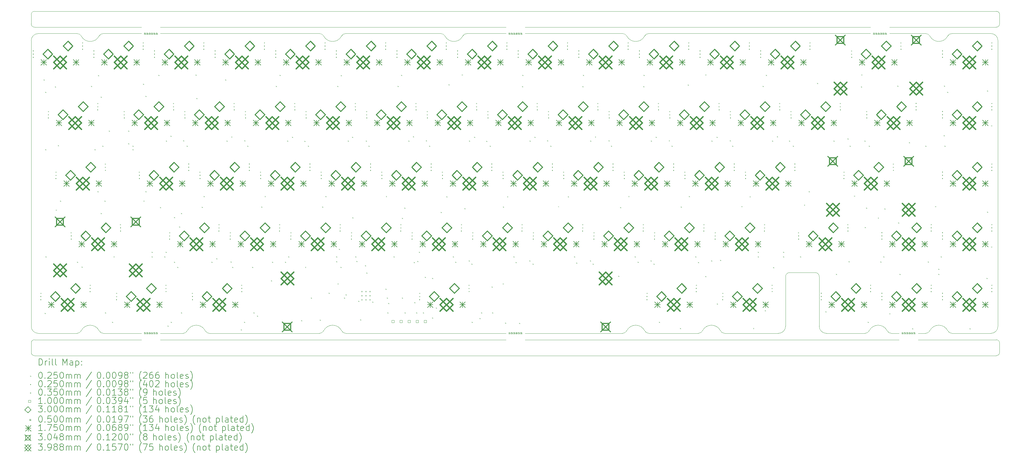
<source format=gbr>
%FSLAX45Y45*%
G04 Gerber Fmt 4.5, Leading zero omitted, Abs format (unit mm)*
G04 Created by KiCad (PCBNEW (6.99.0-1912-g359c99991b)) date 2023-04-17 10:31:33*
%MOMM*%
%LPD*%
G01*
G04 APERTURE LIST*
%TA.AperFunction,Profile*%
%ADD10C,0.100000*%
%TD*%
%ADD11C,0.200000*%
%ADD12C,0.025000*%
%ADD13C,0.035000*%
%ADD14C,0.100000*%
%ADD15C,0.300000*%
%ADD16C,0.050000*%
%ADD17C,0.175000*%
%ADD18C,0.304800*%
%ADD19C,0.398780*%
G04 APERTURE END LIST*
D10*
X30160020Y-10127231D02*
G75*
G03*
X30382271Y-9904984I0J222251D01*
G01*
X4060000Y-10327234D02*
X14916135Y-10327234D01*
X9884800Y-700000D02*
X12870200Y-700000D01*
X23707499Y-8340000D02*
X23707499Y-9902234D01*
X13694800Y-700000D02*
G75*
G03*
X13561800Y-780600I40J-150100D01*
G01*
X30432270Y-100000D02*
G75*
G03*
X30332271Y0I-100000J0D01*
G01*
X28934800Y-700000D02*
X30160020Y-700000D01*
X30332271Y-10827231D02*
G75*
G03*
X30432271Y-10727234I-1J100001D01*
G01*
X3460000Y-500000D02*
X100000Y-500000D01*
X3460000Y-10127234D02*
X2264800Y-10127234D01*
X1573200Y-780600D02*
G75*
G03*
X1440200Y-700000I-132855J-69194D01*
G01*
X28243202Y-780599D02*
G75*
G03*
X28110199Y-700000I-132852J-69191D01*
G01*
X20966500Y-10127232D02*
G75*
G03*
X21099500Y-10039400I-5810J153412D01*
G01*
X27870000Y-10127234D02*
X28110201Y-10127234D01*
X30332271Y0D02*
X100000Y0D01*
X13003202Y-780599D02*
G75*
G03*
X12870200Y-700000I-132852J-69191D01*
G01*
X28801800Y-10039400D02*
G75*
G03*
X28934801Y-10127234I139010J65880D01*
G01*
X0Y-10727234D02*
X0Y-10427234D01*
X28934800Y-699996D02*
G75*
G03*
X28801801Y-780600I40J-150094D01*
G01*
X23482499Y-10127229D02*
G75*
G03*
X23707499Y-9902234I1J224999D01*
G01*
X2131800Y-10039400D02*
G75*
G03*
X1573200Y-10039400I-279300J-145549D01*
G01*
X21791100Y-10127234D02*
X23482499Y-10127234D01*
X15516135Y-10327234D02*
X27270000Y-10327234D01*
X9751799Y-10039400D02*
G75*
G03*
X9193200Y-10039400I-279300J-145549D01*
G01*
X2264800Y-700000D02*
G75*
G03*
X2131800Y-780600I40J-150100D01*
G01*
X19276799Y-10039400D02*
G75*
G03*
X18718200Y-10039400I-279300J-145549D01*
G01*
X0Y-9904983D02*
G75*
G03*
X222250Y-10127234I222250J0D01*
G01*
X15516135Y-700000D02*
X18585199Y-700000D01*
X28110201Y-10127233D02*
G75*
G03*
X28243201Y-10039400I-5811J153413D01*
G01*
X13694800Y-700000D02*
X14916135Y-700000D01*
X100000Y0D02*
G75*
G03*
X0Y-100000I0J-100000D01*
G01*
X30332271Y-500000D02*
X26972271Y-500000D01*
X1440200Y-10127234D02*
X222250Y-10127234D01*
X30432266Y-10427234D02*
G75*
G03*
X30332271Y-10327234I-99996J4D01*
G01*
X19409800Y-700002D02*
G75*
G03*
X19276799Y-780600I-150J-149788D01*
G01*
X18718202Y-780599D02*
G75*
G03*
X18585199Y-700000I-132852J-69191D01*
G01*
X2131800Y-10039400D02*
G75*
G03*
X2264800Y-10127234I139010J65880D01*
G01*
X26896799Y-10039400D02*
G75*
G03*
X26338199Y-10039400I-279300J-145549D01*
G01*
X5465599Y-10039400D02*
G75*
G03*
X4907000Y-10039400I-279300J-145549D01*
G01*
X9884800Y-700002D02*
G75*
G03*
X9751799Y-780600I-150J-149788D01*
G01*
X24765000Y-8340000D02*
G75*
G03*
X24640000Y-8215000I-124960J40D01*
G01*
X30432271Y-100000D02*
X30432271Y-400000D01*
X30432271Y-10427234D02*
X30432271Y-10727234D01*
X30332271Y-500001D02*
G75*
G03*
X30432271Y-400000I-1J100001D01*
G01*
X14916135Y-10127234D02*
X9884800Y-10127234D01*
X0Y-9904983D02*
X0Y-922250D01*
X1440200Y-10127234D02*
G75*
G03*
X1573200Y-10039400I-5809J153409D01*
G01*
X100000Y-10327234D02*
G75*
G03*
X0Y-10427234I0J-100000D01*
G01*
X30382271Y-9904984D02*
X30382271Y-922250D01*
X0Y-10727234D02*
G75*
G03*
X100000Y-10827234I100000J0D01*
G01*
X26205199Y-10127231D02*
G75*
G03*
X26338199Y-10039400I-5809J153411D01*
G01*
X0Y-400000D02*
G75*
G03*
X100000Y-500000I100000J0D01*
G01*
X27870000Y-10327234D02*
X30332271Y-10327234D01*
X24990000Y-10127234D02*
X26205199Y-10127234D01*
X1573200Y-780600D02*
G75*
G03*
X2131800Y-780600I279300J145549D01*
G01*
X4060000Y-700000D02*
X9060200Y-700000D01*
X24764996Y-9902234D02*
G75*
G03*
X24990000Y-10127234I225004J4D01*
G01*
X24640000Y-8215000D02*
X23832499Y-8215000D01*
X4773999Y-10127231D02*
G75*
G03*
X4907000Y-10039400I-5809J153411D01*
G01*
X28243201Y-780600D02*
G75*
G03*
X28801801Y-780600I279300J145549D01*
G01*
X100000Y-10827234D02*
X30332271Y-10827234D01*
X4060000Y-10127234D02*
X4773999Y-10127234D01*
X27029799Y-10127234D02*
X27270000Y-10127234D01*
X222250Y-700000D02*
G75*
G03*
X0Y-922250I0J-222250D01*
G01*
X20966500Y-10127234D02*
X19409800Y-10127234D01*
X24765000Y-9902234D02*
X24765000Y-8340000D01*
X30382270Y-922250D02*
G75*
G03*
X30160020Y-700000I-222250J1D01*
G01*
X14916135Y-500000D02*
X4060000Y-500000D01*
X18718200Y-780600D02*
G75*
G03*
X19276799Y-780600I279300J145549D01*
G01*
X9193202Y-780599D02*
G75*
G03*
X9060200Y-700000I-132852J-69191D01*
G01*
X9060199Y-10127234D02*
X5598600Y-10127234D01*
X15516135Y-500000D02*
X26372271Y-500000D01*
X9193200Y-780600D02*
G75*
G03*
X9751799Y-780600I279300J145549D01*
G01*
X0Y-400000D02*
X0Y-100000D01*
X9751800Y-10039400D02*
G75*
G03*
X9884800Y-10127234I139010J65880D01*
G01*
X15516135Y-10127234D02*
X18585199Y-10127234D01*
X26896800Y-10039400D02*
G75*
G03*
X27029799Y-10127234I139010J65880D01*
G01*
X26972271Y-700000D02*
X28110199Y-700000D01*
X5465600Y-10039400D02*
G75*
G03*
X5598600Y-10127234I139010J65880D01*
G01*
X21658100Y-10039400D02*
G75*
G03*
X21099500Y-10039400I-279300J-145549D01*
G01*
X19409800Y-700000D02*
X26372271Y-700000D01*
X19276800Y-10039400D02*
G75*
G03*
X19409800Y-10127234I139010J65880D01*
G01*
X222250Y-700000D02*
X1440200Y-700000D01*
X28934801Y-10127234D02*
X30160020Y-10127234D01*
X3460000Y-700000D02*
X2264800Y-700000D01*
X9060199Y-10127231D02*
G75*
G03*
X9193200Y-10039400I-5809J153411D01*
G01*
X13003200Y-780600D02*
G75*
G03*
X13561800Y-780600I279300J145549D01*
G01*
X23832499Y-8214999D02*
G75*
G03*
X23707499Y-8340000I-39J-124961D01*
G01*
X100000Y-10327234D02*
X3460000Y-10327234D01*
X28801801Y-10039400D02*
G75*
G03*
X28243201Y-10039400I-279300J-145549D01*
G01*
X21658100Y-10039400D02*
G75*
G03*
X21791100Y-10127234I139010J65880D01*
G01*
X18585199Y-10127231D02*
G75*
G03*
X18718200Y-10039400I-5809J153411D01*
G01*
D11*
D12*
X387500Y-2140982D02*
X412500Y-2165982D01*
X412500Y-2140982D02*
X387500Y-2165982D01*
X427500Y-9487500D02*
X452500Y-9512500D01*
X452500Y-9487500D02*
X427500Y-9512500D01*
X437500Y-2537500D02*
X462500Y-2562500D01*
X462500Y-2537500D02*
X437500Y-2562500D01*
X437500Y-4337500D02*
X462500Y-4362500D01*
X462500Y-4337500D02*
X437500Y-4362500D01*
X447500Y-7705982D02*
X472500Y-7730982D01*
X472500Y-7705982D02*
X447500Y-7730982D01*
X747500Y-2367500D02*
X772500Y-2392500D01*
X772500Y-2367500D02*
X747500Y-2392500D01*
X767500Y-6237500D02*
X792500Y-6262500D01*
X792500Y-6237500D02*
X767500Y-6262500D01*
X837500Y-4207500D02*
X862500Y-4232500D01*
X862500Y-4207500D02*
X837500Y-4232500D01*
X907500Y-5950982D02*
X932500Y-5975982D01*
X932500Y-5950982D02*
X907500Y-5975982D01*
X1437500Y-7877500D02*
X1462500Y-7902500D01*
X1462500Y-7877500D02*
X1437500Y-7902500D01*
X1587500Y-8027500D02*
X1612500Y-8052500D01*
X1612500Y-8027500D02*
X1587500Y-8052500D01*
X1877500Y-2347500D02*
X1902500Y-2372500D01*
X1902500Y-2347500D02*
X1877500Y-2372500D01*
X1987500Y-4337500D02*
X2012500Y-4362500D01*
X2012500Y-4337500D02*
X1987500Y-4362500D01*
X2087500Y-5659732D02*
X2112500Y-5684732D01*
X2112500Y-5659732D02*
X2087500Y-5684732D01*
X2097500Y-2007500D02*
X2122500Y-2032500D01*
X2122500Y-2007500D02*
X2097500Y-2032500D01*
X2187500Y-2687500D02*
X2212500Y-2712500D01*
X2212500Y-2687500D02*
X2187500Y-2712500D01*
X2187500Y-6347500D02*
X2212500Y-6372500D01*
X2212500Y-6347500D02*
X2187500Y-6372500D01*
X2237500Y-4227500D02*
X2262500Y-4252500D01*
X2262500Y-4227500D02*
X2237500Y-4252500D01*
X2307500Y-5950982D02*
X2332500Y-5975982D01*
X2332500Y-5950982D02*
X2307500Y-5975982D01*
X2317500Y-9469732D02*
X2342500Y-9494732D01*
X2342500Y-9469732D02*
X2317500Y-9494732D01*
X2437500Y-3754732D02*
X2462500Y-3779732D01*
X2462500Y-3754732D02*
X2437500Y-3779732D01*
X2544018Y-9760982D02*
X2569018Y-9785982D01*
X2569018Y-9760982D02*
X2544018Y-9785982D01*
X2587500Y-7705982D02*
X2612500Y-7730982D01*
X2612500Y-7705982D02*
X2587500Y-7730982D01*
X3047500Y-3754732D02*
X3072500Y-3779732D01*
X3072500Y-3754732D02*
X3047500Y-3779732D01*
X3047500Y-4147500D02*
X3072500Y-4172500D01*
X3072500Y-4147500D02*
X3047500Y-4172500D01*
X3187500Y-4227500D02*
X3212500Y-4252500D01*
X3212500Y-4227500D02*
X3187500Y-4252500D01*
X3187500Y-4337500D02*
X3212500Y-4362500D01*
X3212500Y-4337500D02*
X3187500Y-4362500D01*
X3517500Y-2277500D02*
X3542500Y-2302500D01*
X3542500Y-2277500D02*
X3517500Y-2302500D01*
X3527500Y-5950982D02*
X3552500Y-5975982D01*
X3552500Y-5950982D02*
X3527500Y-5975982D01*
X3587500Y-2657500D02*
X3612500Y-2682500D01*
X3612500Y-2657500D02*
X3587500Y-2682500D01*
X3587500Y-5659732D02*
X3612500Y-5684732D01*
X3612500Y-5659732D02*
X3587500Y-5684732D01*
X3787500Y-7564732D02*
X3812500Y-7589732D01*
X3812500Y-7564732D02*
X3787500Y-7589732D01*
X3787500Y-7705982D02*
X3812500Y-7730982D01*
X3812500Y-7705982D02*
X3787500Y-7730982D01*
X3997500Y-1997500D02*
X4022500Y-2022500D01*
X4022500Y-1997500D02*
X3997500Y-2022500D01*
X4047500Y-6157500D02*
X4072500Y-6182500D01*
X4072500Y-6157500D02*
X4047500Y-6182500D01*
X4187500Y-7705982D02*
X4212500Y-7730982D01*
X4212500Y-7705982D02*
X4187500Y-7730982D01*
X4227500Y-7564732D02*
X4252500Y-7589732D01*
X4252500Y-7564732D02*
X4227500Y-7589732D01*
X4237500Y-4067500D02*
X4262500Y-4092500D01*
X4262500Y-4067500D02*
X4237500Y-4092500D01*
X4287500Y-9882500D02*
X4312500Y-9907500D01*
X4312500Y-9882500D02*
X4287500Y-9907500D01*
X4377500Y-3917500D02*
X4402500Y-3942500D01*
X4402500Y-3917500D02*
X4377500Y-3942500D01*
X4387500Y-9760982D02*
X4412500Y-9785982D01*
X4412500Y-9760982D02*
X4387500Y-9785982D01*
X4487500Y-6467500D02*
X4512500Y-6492500D01*
X4512500Y-6467500D02*
X4487500Y-6492500D01*
X4487500Y-7877500D02*
X4512500Y-7902500D01*
X4512500Y-7877500D02*
X4487500Y-7902500D01*
X4587500Y-8037500D02*
X4612500Y-8062500D01*
X4612500Y-8037500D02*
X4587500Y-8062500D01*
X4647500Y-6767500D02*
X4672500Y-6792500D01*
X4672500Y-6767500D02*
X4647500Y-6792500D01*
X4707500Y-6347500D02*
X4732500Y-6372500D01*
X4732500Y-6347500D02*
X4707500Y-6372500D01*
X4707500Y-9469732D02*
X4732500Y-9494732D01*
X4732500Y-9469732D02*
X4707500Y-9494732D01*
X4777500Y-4057500D02*
X4802500Y-4082500D01*
X4802500Y-4057500D02*
X4777500Y-4082500D01*
X4887500Y-4227500D02*
X4912500Y-4252500D01*
X4912500Y-4227500D02*
X4887500Y-4252500D01*
X5167500Y-1990982D02*
X5192500Y-2015982D01*
X5192500Y-1990982D02*
X5167500Y-2015982D01*
X5187500Y-2727500D02*
X5212500Y-2752500D01*
X5212500Y-2727500D02*
X5187500Y-2752500D01*
X5357500Y-6147500D02*
X5382500Y-6172500D01*
X5382500Y-6147500D02*
X5357500Y-6172500D01*
X5417500Y-5807500D02*
X5442500Y-5832500D01*
X5442500Y-5807500D02*
X5417500Y-5832500D01*
X5666250Y-7877500D02*
X5691250Y-7902500D01*
X5691250Y-7877500D02*
X5666250Y-7902500D01*
X5817500Y-7767500D02*
X5842500Y-7792500D01*
X5842500Y-7767500D02*
X5817500Y-7792500D01*
X6094018Y-2140982D02*
X6119018Y-2165982D01*
X6119018Y-2140982D02*
X6094018Y-2165982D01*
X6142500Y-4067500D02*
X6167500Y-4092500D01*
X6167500Y-4067500D02*
X6142500Y-4092500D01*
X6267500Y-7867500D02*
X6292500Y-7892500D01*
X6292500Y-7867500D02*
X6267500Y-7892500D01*
X6287500Y-3937500D02*
X6312500Y-3962500D01*
X6312500Y-3937500D02*
X6287500Y-3962500D01*
X6316250Y-8037500D02*
X6341250Y-8062500D01*
X6341250Y-8037500D02*
X6316250Y-8062500D01*
X6587500Y-9997579D02*
X6612500Y-10022579D01*
X6612500Y-9997579D02*
X6587500Y-10022579D01*
X6687500Y-9760982D02*
X6712500Y-9785982D01*
X6712500Y-9760982D02*
X6687500Y-9785982D01*
X6697500Y-4057500D02*
X6722500Y-4082500D01*
X6722500Y-4057500D02*
X6697500Y-4082500D01*
X6792500Y-4227500D02*
X6817500Y-4252500D01*
X6817500Y-4227500D02*
X6792500Y-4252500D01*
X6947500Y-8037500D02*
X6972500Y-8062500D01*
X6972500Y-8037500D02*
X6947500Y-8062500D01*
X6987500Y-9469732D02*
X7012500Y-9494732D01*
X7012500Y-9469732D02*
X6987500Y-9494732D01*
X7097500Y-9567500D02*
X7122500Y-9592500D01*
X7122500Y-9567500D02*
X7097500Y-9592500D01*
X7227500Y-6137500D02*
X7252500Y-6162500D01*
X7252500Y-6137500D02*
X7227500Y-6162500D01*
X7337500Y-5807500D02*
X7362500Y-5832500D01*
X7362500Y-5807500D02*
X7337500Y-5832500D01*
X7537500Y-8457500D02*
X7562500Y-8482500D01*
X7562500Y-8457500D02*
X7537500Y-8482500D01*
X7571250Y-7877500D02*
X7596250Y-7902500D01*
X7596250Y-7877500D02*
X7571250Y-7902500D01*
X7687500Y-2347500D02*
X7712500Y-2372500D01*
X7712500Y-2347500D02*
X7687500Y-2372500D01*
X7807500Y-1997500D02*
X7832500Y-2022500D01*
X7832500Y-1997500D02*
X7807500Y-2022500D01*
X7977500Y-7877500D02*
X8002500Y-7902500D01*
X8002500Y-7877500D02*
X7977500Y-7902500D01*
X8047500Y-4067500D02*
X8072500Y-4092500D01*
X8072500Y-4067500D02*
X8047500Y-4092500D01*
X8077500Y-7705982D02*
X8102500Y-7730982D01*
X8102500Y-7705982D02*
X8077500Y-7730982D01*
X8197500Y-3947500D02*
X8222500Y-3972500D01*
X8222500Y-3947500D02*
X8197500Y-3972500D01*
X8487500Y-9712500D02*
X8512500Y-9737500D01*
X8512500Y-9712500D02*
X8487500Y-9737500D01*
X8587500Y-4077500D02*
X8612500Y-4102500D01*
X8612500Y-4077500D02*
X8587500Y-4102500D01*
X8607500Y-8037500D02*
X8632500Y-8062500D01*
X8632500Y-8037500D02*
X8607500Y-8062500D01*
X8697500Y-4227500D02*
X8722500Y-4252500D01*
X8722500Y-4227500D02*
X8697500Y-4252500D01*
X8787500Y-9004365D02*
X8812500Y-9029365D01*
X8812500Y-9004365D02*
X8787500Y-9029365D01*
X9067500Y-9697500D02*
X9092500Y-9722500D01*
X9092500Y-9697500D02*
X9067500Y-9722500D01*
X9147500Y-6137500D02*
X9172500Y-6162500D01*
X9172500Y-6137500D02*
X9147500Y-6162500D01*
X9247500Y-5807500D02*
X9272500Y-5832500D01*
X9272500Y-5807500D02*
X9247500Y-5832500D01*
X9347500Y-8847500D02*
X9372500Y-8872500D01*
X9372500Y-8847500D02*
X9347500Y-8872500D01*
X9587500Y-7705982D02*
X9612500Y-7730982D01*
X9612500Y-7705982D02*
X9587500Y-7730982D01*
X9587500Y-7857500D02*
X9612500Y-7882500D01*
X9612500Y-7857500D02*
X9587500Y-7882500D01*
X9617500Y-2347500D02*
X9642500Y-2372500D01*
X9642500Y-2347500D02*
X9617500Y-2372500D01*
X9627500Y-8557500D02*
X9652500Y-8582500D01*
X9652500Y-8557500D02*
X9627500Y-8582500D01*
X9667500Y-7467500D02*
X9692500Y-7492500D01*
X9692500Y-7467500D02*
X9667500Y-7492500D01*
X9717500Y-8037000D02*
X9742500Y-8062000D01*
X9742500Y-8037000D02*
X9717500Y-8062000D01*
X9727500Y-2007500D02*
X9752500Y-2032500D01*
X9752500Y-2007500D02*
X9727500Y-2032500D01*
X9830982Y-9004365D02*
X9855982Y-9029365D01*
X9855982Y-9004365D02*
X9830982Y-9029365D01*
X9880982Y-8904365D02*
X9905982Y-8929365D01*
X9905982Y-8904365D02*
X9880982Y-8929365D01*
X9952500Y-4067500D02*
X9977500Y-4092500D01*
X9977500Y-4067500D02*
X9952500Y-4092500D01*
X10087500Y-3947500D02*
X10112500Y-3972500D01*
X10112500Y-3947500D02*
X10087500Y-3972500D01*
X10092500Y-6475000D02*
X10117500Y-6500000D01*
X10117500Y-6475000D02*
X10092500Y-6500000D01*
X10187500Y-7705982D02*
X10212500Y-7730982D01*
X10212500Y-7705982D02*
X10187500Y-7730982D01*
X10217500Y-7847500D02*
X10242500Y-7872500D01*
X10242500Y-7847500D02*
X10217500Y-7872500D01*
X10276206Y-9106683D02*
X10301206Y-9131683D01*
X10301206Y-9106683D02*
X10276206Y-9131683D01*
X10337500Y-9687500D02*
X10362500Y-9712500D01*
X10362500Y-9687500D02*
X10337500Y-9712500D01*
X10487500Y-7987500D02*
X10512500Y-8012500D01*
X10512500Y-7987500D02*
X10487500Y-8012500D01*
X10517500Y-4067500D02*
X10542500Y-4092500D01*
X10542500Y-4067500D02*
X10517500Y-4092500D01*
X10537500Y-8217500D02*
X10562500Y-8242500D01*
X10562500Y-8217500D02*
X10537500Y-8242500D01*
X10602500Y-4227500D02*
X10627500Y-4252500D01*
X10627500Y-4227500D02*
X10602500Y-4252500D01*
X10720982Y-9129732D02*
X10745982Y-9154732D01*
X10745982Y-9129732D02*
X10720982Y-9154732D01*
X11130982Y-8719732D02*
X11155982Y-8744732D01*
X11155982Y-8719732D02*
X11130982Y-8744732D01*
X11147500Y-5807500D02*
X11172500Y-5832500D01*
X11172500Y-5807500D02*
X11147500Y-5832500D01*
X11180982Y-9004365D02*
X11205982Y-9029365D01*
X11205982Y-9004365D02*
X11180982Y-9029365D01*
X11190982Y-9469732D02*
X11215982Y-9494732D01*
X11215982Y-9469732D02*
X11190982Y-9494732D01*
X11220982Y-9174365D02*
X11245982Y-9199365D01*
X11245982Y-9174365D02*
X11220982Y-9199365D01*
X11387500Y-7705982D02*
X11412500Y-7730982D01*
X11412500Y-7705982D02*
X11387500Y-7730982D01*
X11517500Y-2347500D02*
X11542500Y-2372500D01*
X11542500Y-2347500D02*
X11517500Y-2372500D01*
X11627500Y-1997500D02*
X11652500Y-2022500D01*
X11652500Y-1997500D02*
X11627500Y-2022500D01*
X11647500Y-6497500D02*
X11672500Y-6522500D01*
X11672500Y-6497500D02*
X11647500Y-6522500D01*
X11649564Y-9004458D02*
X11674564Y-9029458D01*
X11674564Y-9004458D02*
X11649564Y-9029458D01*
X11727500Y-6177500D02*
X11752500Y-6202500D01*
X11752500Y-6177500D02*
X11727500Y-6202500D01*
X11737500Y-9469732D02*
X11762500Y-9494732D01*
X11762500Y-9469732D02*
X11737500Y-9494732D01*
X11857500Y-4067500D02*
X11882500Y-4092500D01*
X11882500Y-4067500D02*
X11857500Y-4092500D01*
X11997500Y-3927500D02*
X12022500Y-3952500D01*
X12022500Y-3927500D02*
X11997500Y-3952500D01*
X12027500Y-7887500D02*
X12052500Y-7912500D01*
X12052500Y-7887500D02*
X12027500Y-7912500D01*
X12040982Y-9149732D02*
X12065982Y-9174732D01*
X12065982Y-9149732D02*
X12040982Y-9174732D01*
X12097500Y-9469732D02*
X12122500Y-9494732D01*
X12122500Y-9469732D02*
X12097500Y-9494732D01*
X12136533Y-7847500D02*
X12161533Y-7872500D01*
X12161533Y-7847500D02*
X12136533Y-7872500D01*
X12187500Y-7564732D02*
X12212500Y-7589732D01*
X12212500Y-7564732D02*
X12187500Y-7589732D01*
X12312500Y-9469732D02*
X12337500Y-9494732D01*
X12337500Y-9469732D02*
X12312500Y-9494732D01*
X12367500Y-8347500D02*
X12392500Y-8372500D01*
X12392500Y-8347500D02*
X12367500Y-8372500D01*
X12407500Y-4057500D02*
X12432500Y-4082500D01*
X12432500Y-4057500D02*
X12407500Y-4082500D01*
X12507500Y-4227500D02*
X12532500Y-4252500D01*
X12532500Y-4227500D02*
X12507500Y-4252500D01*
X12597500Y-8387500D02*
X12622500Y-8412500D01*
X12622500Y-8387500D02*
X12597500Y-8412500D01*
X12597500Y-9627500D02*
X12622500Y-9652500D01*
X12622500Y-9627500D02*
X12597500Y-9652500D01*
X12717500Y-9317500D02*
X12742500Y-9342500D01*
X12742500Y-9317500D02*
X12717500Y-9342500D01*
X12867500Y-6307500D02*
X12892500Y-6332500D01*
X12892500Y-6307500D02*
X12867500Y-6332500D01*
X13047500Y-5817500D02*
X13072500Y-5842500D01*
X13072500Y-5817500D02*
X13047500Y-5842500D01*
X13117500Y-2297500D02*
X13142500Y-2322500D01*
X13142500Y-2297500D02*
X13117500Y-2322500D01*
X13252500Y-7705982D02*
X13277500Y-7730982D01*
X13277500Y-7705982D02*
X13252500Y-7730982D01*
X13327500Y-7877500D02*
X13352500Y-7902500D01*
X13352500Y-7877500D02*
X13327500Y-7902500D01*
X13527500Y-1987500D02*
X13552500Y-2012500D01*
X13552500Y-1987500D02*
X13527500Y-2012500D01*
X13617500Y-6187500D02*
X13642500Y-6212500D01*
X13642500Y-6187500D02*
X13617500Y-6212500D01*
X13752500Y-7837500D02*
X13777500Y-7862500D01*
X13777500Y-7837500D02*
X13752500Y-7862500D01*
X13762500Y-4067500D02*
X13787500Y-4092500D01*
X13787500Y-4067500D02*
X13762500Y-4092500D01*
X13837500Y-7937500D02*
X13862500Y-7962500D01*
X13862500Y-7937500D02*
X13837500Y-7962500D01*
X13847500Y-9760982D02*
X13872500Y-9785982D01*
X13872500Y-9760982D02*
X13847500Y-9785982D01*
X13917500Y-3947500D02*
X13942500Y-3972500D01*
X13942500Y-3947500D02*
X13917500Y-3972500D01*
X14087500Y-9647500D02*
X14112500Y-9672500D01*
X14112500Y-9647500D02*
X14087500Y-9672500D01*
X14137500Y-9469732D02*
X14162500Y-9494732D01*
X14162500Y-9469732D02*
X14137500Y-9494732D01*
X14297500Y-4077500D02*
X14322500Y-4102500D01*
X14322500Y-4077500D02*
X14297500Y-4102500D01*
X14412500Y-4227500D02*
X14437500Y-4252500D01*
X14437500Y-4227500D02*
X14412500Y-4252500D01*
X14472500Y-8655268D02*
X14497500Y-8680268D01*
X14497500Y-8655268D02*
X14472500Y-8680268D01*
X14487500Y-9469732D02*
X14512500Y-9494732D01*
X14512500Y-9469732D02*
X14487500Y-9494732D01*
X14817500Y-8557500D02*
X14842500Y-8582500D01*
X14842500Y-8557500D02*
X14817500Y-8582500D01*
X14827500Y-6137500D02*
X14852500Y-6162500D01*
X14852500Y-6137500D02*
X14827500Y-6162500D01*
X14897500Y-9787500D02*
X14922500Y-9812500D01*
X14922500Y-9787500D02*
X14897500Y-9812500D01*
X14957500Y-5817500D02*
X14982500Y-5842500D01*
X14982500Y-5817500D02*
X14957500Y-5842500D01*
X15157500Y-7705982D02*
X15182500Y-7730982D01*
X15182500Y-7705982D02*
X15157500Y-7730982D01*
X15227500Y-7887500D02*
X15252500Y-7912500D01*
X15252500Y-7887500D02*
X15227500Y-7912500D01*
X15337500Y-9799732D02*
X15362500Y-9824732D01*
X15362500Y-9799732D02*
X15337500Y-9824732D01*
X15427500Y-2357500D02*
X15452500Y-2382500D01*
X15452500Y-2357500D02*
X15427500Y-2382500D01*
X15437500Y-1997500D02*
X15462500Y-2022500D01*
X15462500Y-1997500D02*
X15437500Y-2022500D01*
X15657500Y-7837500D02*
X15682500Y-7862500D01*
X15682500Y-7837500D02*
X15657500Y-7862500D01*
X15667500Y-4067500D02*
X15692500Y-4092500D01*
X15692500Y-4067500D02*
X15667500Y-4092500D01*
X15757500Y-7937500D02*
X15782500Y-7962500D01*
X15782500Y-7937500D02*
X15757500Y-7962500D01*
X15817500Y-3947500D02*
X15842500Y-3972500D01*
X15842500Y-3947500D02*
X15817500Y-3972500D01*
X16217500Y-4057500D02*
X16242500Y-4082500D01*
X16242500Y-4057500D02*
X16217500Y-4082500D01*
X16317500Y-4227500D02*
X16342500Y-4252500D01*
X16342500Y-4227500D02*
X16317500Y-4252500D01*
X16557500Y-6127500D02*
X16582500Y-6152500D01*
X16582500Y-6127500D02*
X16557500Y-6152500D01*
X16867500Y-5817500D02*
X16892500Y-5842500D01*
X16892500Y-5817500D02*
X16867500Y-5842500D01*
X17062500Y-7705982D02*
X17087500Y-7730982D01*
X17087500Y-7705982D02*
X17062500Y-7730982D01*
X17127500Y-7897500D02*
X17152500Y-7922500D01*
X17152500Y-7897500D02*
X17127500Y-7922500D01*
X17327500Y-2357500D02*
X17352500Y-2382500D01*
X17352500Y-2357500D02*
X17327500Y-2382500D01*
X17337500Y-1997500D02*
X17362500Y-2022500D01*
X17362500Y-1997500D02*
X17337500Y-2022500D01*
X17562500Y-7837500D02*
X17587500Y-7862500D01*
X17587500Y-7837500D02*
X17562500Y-7862500D01*
X17572500Y-4067500D02*
X17597500Y-4092500D01*
X17597500Y-4067500D02*
X17572500Y-4092500D01*
X17647500Y-7937500D02*
X17672500Y-7962500D01*
X17672500Y-7937500D02*
X17647500Y-7962500D01*
X17717500Y-3937500D02*
X17742500Y-3962500D01*
X17742500Y-3937500D02*
X17717500Y-3962500D01*
X18147500Y-4057500D02*
X18172500Y-4082500D01*
X18172500Y-4057500D02*
X18147500Y-4082500D01*
X18222500Y-4227500D02*
X18247500Y-4252500D01*
X18247500Y-4227500D02*
X18222500Y-4252500D01*
X18447500Y-8317500D02*
X18472500Y-8342500D01*
X18472500Y-8317500D02*
X18447500Y-8342500D01*
X18507500Y-6157500D02*
X18532500Y-6182500D01*
X18532500Y-6157500D02*
X18507500Y-6182500D01*
X18767500Y-5807500D02*
X18792500Y-5832500D01*
X18792500Y-5807500D02*
X18767500Y-5832500D01*
X18967500Y-7705982D02*
X18992500Y-7730982D01*
X18992500Y-7705982D02*
X18967500Y-7730982D01*
X19057500Y-7877500D02*
X19082500Y-7902500D01*
X19082500Y-7877500D02*
X19057500Y-7902500D01*
X19237500Y-2357500D02*
X19262500Y-2382500D01*
X19262500Y-2357500D02*
X19237500Y-2382500D01*
X19247500Y-1997500D02*
X19272500Y-2022500D01*
X19272500Y-1997500D02*
X19247500Y-2022500D01*
X19467500Y-7837500D02*
X19492500Y-7862500D01*
X19492500Y-7837500D02*
X19467500Y-7862500D01*
X19477500Y-4067500D02*
X19502500Y-4092500D01*
X19502500Y-4067500D02*
X19477500Y-4092500D01*
X19557500Y-7937500D02*
X19582500Y-7962500D01*
X19582500Y-7937500D02*
X19557500Y-7962500D01*
X19627500Y-3947500D02*
X19652500Y-3972500D01*
X19652500Y-3947500D02*
X19627500Y-3972500D01*
X19727500Y-9760982D02*
X19752500Y-9785982D01*
X19752500Y-9760982D02*
X19727500Y-9785982D01*
X20037500Y-4057500D02*
X20062500Y-4082500D01*
X20062500Y-4057500D02*
X20037500Y-4082500D01*
X20127500Y-4227500D02*
X20152500Y-4252500D01*
X20152500Y-4227500D02*
X20127500Y-4252500D01*
X20387500Y-9957500D02*
X20412500Y-9982500D01*
X20412500Y-9957500D02*
X20387500Y-9982500D01*
X20417500Y-6137500D02*
X20442500Y-6162500D01*
X20442500Y-6137500D02*
X20417500Y-6162500D01*
X20637500Y-2307500D02*
X20662500Y-2332500D01*
X20662500Y-2307500D02*
X20637500Y-2332500D01*
X20667500Y-5807500D02*
X20692500Y-5832500D01*
X20692500Y-5807500D02*
X20667500Y-5832500D01*
X20872500Y-7705982D02*
X20897500Y-7730982D01*
X20897500Y-7705982D02*
X20872500Y-7730982D01*
X20957500Y-7887500D02*
X20982500Y-7912500D01*
X20982500Y-7887500D02*
X20957500Y-7912500D01*
X21187500Y-1987500D02*
X21212500Y-2012500D01*
X21212500Y-1987500D02*
X21187500Y-2012500D01*
X21187500Y-8327500D02*
X21212500Y-8352500D01*
X21212500Y-8327500D02*
X21187500Y-8352500D01*
X21372500Y-7837500D02*
X21397500Y-7862500D01*
X21397500Y-7837500D02*
X21372500Y-7862500D01*
X21382500Y-4067500D02*
X21407500Y-4092500D01*
X21407500Y-4067500D02*
X21382500Y-4092500D01*
X21537500Y-3947500D02*
X21562500Y-3972500D01*
X21562500Y-3947500D02*
X21537500Y-3972500D01*
X21547500Y-9187500D02*
X21572500Y-9212500D01*
X21572500Y-9187500D02*
X21547500Y-9212500D01*
X21647500Y-7817500D02*
X21672500Y-7842500D01*
X21672500Y-7817500D02*
X21647500Y-7842500D01*
X21957500Y-4057500D02*
X21982500Y-4082500D01*
X21982500Y-4057500D02*
X21957500Y-4082500D01*
X22032500Y-4227500D02*
X22057500Y-4252500D01*
X22057500Y-4227500D02*
X22032500Y-4252500D01*
X22317500Y-6127500D02*
X22342500Y-6152500D01*
X22342500Y-6127500D02*
X22317500Y-6152500D01*
X22577500Y-5817500D02*
X22602500Y-5842500D01*
X22602500Y-5817500D02*
X22577500Y-5842500D01*
X22687500Y-9958750D02*
X22712500Y-9983750D01*
X22712500Y-9958750D02*
X22687500Y-9983750D01*
X22837500Y-7564732D02*
X22862500Y-7589732D01*
X22862500Y-7564732D02*
X22837500Y-7589732D01*
X22837500Y-7705982D02*
X22862500Y-7730982D01*
X22862500Y-7705982D02*
X22837500Y-7730982D01*
X22987500Y-2347500D02*
X23012500Y-2372500D01*
X23012500Y-2347500D02*
X22987500Y-2372500D01*
X23057500Y-9402857D02*
X23082500Y-9427857D01*
X23082500Y-9402857D02*
X23057500Y-9427857D01*
X23087500Y-1997500D02*
X23112500Y-2022500D01*
X23112500Y-1997500D02*
X23087500Y-2022500D01*
X23287500Y-4067500D02*
X23312500Y-4092500D01*
X23312500Y-4067500D02*
X23287500Y-4092500D01*
X23317500Y-8043418D02*
X23342500Y-8068418D01*
X23342500Y-8043418D02*
X23317500Y-8068418D01*
X23437500Y-3927500D02*
X23462500Y-3952500D01*
X23462500Y-3927500D02*
X23437500Y-3952500D01*
X23627500Y-7564732D02*
X23652500Y-7589732D01*
X23652500Y-7564732D02*
X23627500Y-7589732D01*
X23627500Y-7705982D02*
X23652500Y-7730982D01*
X23652500Y-7705982D02*
X23627500Y-7730982D01*
X23817500Y-4067500D02*
X23842500Y-4092500D01*
X23842500Y-4067500D02*
X23817500Y-4092500D01*
X23937500Y-4227500D02*
X23962500Y-4252500D01*
X23962500Y-4227500D02*
X23937500Y-4252500D01*
X24163125Y-7705982D02*
X24188125Y-7730982D01*
X24188125Y-7705982D02*
X24163125Y-7730982D01*
X24287500Y-6077500D02*
X24312500Y-6102500D01*
X24312500Y-6077500D02*
X24287500Y-6102500D01*
X24437500Y-5659732D02*
X24462500Y-5684732D01*
X24462500Y-5659732D02*
X24437500Y-5684732D01*
X24697500Y-2257500D02*
X24722500Y-2282500D01*
X24722500Y-2257500D02*
X24697500Y-2282500D01*
X24957500Y-9437500D02*
X24982500Y-9462500D01*
X24982500Y-9437500D02*
X24957500Y-9462500D01*
X25217500Y-4067500D02*
X25242500Y-4092500D01*
X25242500Y-4067500D02*
X25217500Y-4092500D01*
X25287500Y-8257500D02*
X25312500Y-8282500D01*
X25312500Y-8257500D02*
X25287500Y-8282500D01*
X25657500Y-3997500D02*
X25682500Y-4022500D01*
X25682500Y-3997500D02*
X25657500Y-4022500D01*
X25687500Y-7857500D02*
X25712500Y-7882500D01*
X25712500Y-7857500D02*
X25687500Y-7882500D01*
X25723750Y-4227500D02*
X25748750Y-4252500D01*
X25748750Y-4227500D02*
X25723750Y-4252500D01*
X25857500Y-5797500D02*
X25882500Y-5822500D01*
X25882500Y-5797500D02*
X25857500Y-5822500D01*
X26077500Y-2367500D02*
X26102500Y-2392500D01*
X26102500Y-2367500D02*
X26077500Y-2392500D01*
X26087500Y-1987500D02*
X26112500Y-2012500D01*
X26112500Y-1987500D02*
X26087500Y-2012500D01*
X26187500Y-4067500D02*
X26212500Y-4092500D01*
X26212500Y-4067500D02*
X26187500Y-4092500D01*
X26197500Y-6787500D02*
X26222500Y-6812500D01*
X26222500Y-6787500D02*
X26197500Y-6812500D01*
X26237500Y-6177500D02*
X26262500Y-6202500D01*
X26262500Y-6177500D02*
X26237500Y-6202500D01*
X26287500Y-9760982D02*
X26312500Y-9785982D01*
X26312500Y-9760982D02*
X26287500Y-9785982D01*
X26323750Y-4227500D02*
X26348750Y-4252500D01*
X26348750Y-4227500D02*
X26323750Y-4252500D01*
X26607500Y-6487500D02*
X26632500Y-6512500D01*
X26632500Y-6487500D02*
X26607500Y-6512500D01*
X26687500Y-7867500D02*
X26712500Y-7892500D01*
X26712500Y-7867500D02*
X26687500Y-7892500D01*
X26782500Y-7705984D02*
X26807500Y-7730984D01*
X26807500Y-7705984D02*
X26782500Y-7730984D01*
X26817500Y-6197500D02*
X26842500Y-6222500D01*
X26842500Y-6197500D02*
X26817500Y-6222500D01*
X26967500Y-9497500D02*
X26992500Y-9522500D01*
X26992500Y-9497500D02*
X26967500Y-9522500D01*
X27217500Y-2337500D02*
X27242500Y-2362500D01*
X27242500Y-2337500D02*
X27217500Y-2362500D01*
X27247500Y-6637500D02*
X27272500Y-6662500D01*
X27272500Y-6637500D02*
X27247500Y-6662500D01*
X27287500Y-8257500D02*
X27312500Y-8282500D01*
X27312500Y-8257500D02*
X27287500Y-8282500D01*
X27587500Y-4117500D02*
X27612500Y-4142500D01*
X27612500Y-4117500D02*
X27587500Y-4142500D01*
X27687500Y-9967500D02*
X27712500Y-9992500D01*
X27712500Y-9967500D02*
X27687500Y-9992500D01*
X28105000Y-4227500D02*
X28130000Y-4252500D01*
X28130000Y-4227500D02*
X28105000Y-4252500D01*
X28177500Y-7867500D02*
X28202500Y-7892500D01*
X28202500Y-7867500D02*
X28177500Y-7892500D01*
X28407500Y-6127500D02*
X28432500Y-6152500D01*
X28432500Y-6127500D02*
X28407500Y-6152500D01*
X28507500Y-8097499D02*
X28532500Y-8122499D01*
X28532500Y-8097499D02*
X28507500Y-8122499D01*
X28507500Y-8257500D02*
X28532500Y-8282500D01*
X28532500Y-8257500D02*
X28507500Y-8282500D01*
X28587500Y-7705984D02*
X28612500Y-7730984D01*
X28612500Y-7705984D02*
X28587500Y-7730984D01*
X28677500Y-3895982D02*
X28702500Y-3920982D01*
X28702500Y-3895982D02*
X28677500Y-3920982D01*
X28687500Y-2337500D02*
X28712500Y-2362500D01*
X28712500Y-2337500D02*
X28687500Y-2362500D01*
X28705000Y-4227500D02*
X28730000Y-4252500D01*
X28730000Y-4227500D02*
X28705000Y-4252500D01*
X28787500Y-2537500D02*
X28812500Y-2562500D01*
X28812500Y-2537500D02*
X28787500Y-2562500D01*
X29487500Y-9967500D02*
X29512500Y-9992500D01*
X29512500Y-9967500D02*
X29487500Y-9992500D01*
X30027500Y-8387500D02*
X30052500Y-8412500D01*
X30052500Y-8387500D02*
X30027500Y-8412500D01*
X30037500Y-2487500D02*
X30062500Y-2512500D01*
X30062500Y-2487500D02*
X30037500Y-2512500D01*
X30037500Y-6297500D02*
X30062500Y-6322500D01*
X30062500Y-6297500D02*
X30037500Y-6322500D01*
X30167500Y-3587500D02*
X30192500Y-3612500D01*
X30192500Y-3587500D02*
X30167500Y-3612500D01*
X30167500Y-7397500D02*
X30192500Y-7422500D01*
X30192500Y-7397500D02*
X30167500Y-7422500D01*
X77482Y-1249482D02*
G75*
G03*
X77482Y-1249482I-12500J0D01*
G01*
X77482Y-1349482D02*
G75*
G03*
X77482Y-1349482I-12500J0D01*
G01*
X77482Y-1449482D02*
G75*
G03*
X77482Y-1449482I-12500J0D01*
G01*
X315607Y-8869482D02*
G75*
G03*
X315607Y-8869482I-12500J0D01*
G01*
X315607Y-8969482D02*
G75*
G03*
X315607Y-8969482I-12500J0D01*
G01*
X315607Y-9069482D02*
G75*
G03*
X315607Y-9069482I-12500J0D01*
G01*
X553732Y-3154482D02*
G75*
G03*
X553732Y-3154482I-12500J0D01*
G01*
X553732Y-3254482D02*
G75*
G03*
X553732Y-3254482I-12500J0D01*
G01*
X553732Y-3354482D02*
G75*
G03*
X553732Y-3354482I-12500J0D01*
G01*
X791857Y-5059482D02*
G75*
G03*
X791857Y-5059482I-12500J0D01*
G01*
X791857Y-5159482D02*
G75*
G03*
X791857Y-5159482I-12500J0D01*
G01*
X791857Y-5259482D02*
G75*
G03*
X791857Y-5259482I-12500J0D01*
G01*
X1268107Y-6964482D02*
G75*
G03*
X1268107Y-6964482I-12500J0D01*
G01*
X1268107Y-7064482D02*
G75*
G03*
X1268107Y-7064482I-12500J0D01*
G01*
X1268107Y-7164482D02*
G75*
G03*
X1268107Y-7164482I-12500J0D01*
G01*
X1627482Y-995482D02*
G75*
G03*
X1627482Y-995482I-12500J0D01*
G01*
X1627482Y-1095482D02*
G75*
G03*
X1627482Y-1095482I-12500J0D01*
G01*
X1627482Y-1195482D02*
G75*
G03*
X1627482Y-1195482I-12500J0D01*
G01*
X1865607Y-8615482D02*
G75*
G03*
X1865607Y-8615482I-12500J0D01*
G01*
X1865607Y-8715482D02*
G75*
G03*
X1865607Y-8715482I-12500J0D01*
G01*
X1865607Y-8815482D02*
G75*
G03*
X1865607Y-8815482I-12500J0D01*
G01*
X1982482Y-1249482D02*
G75*
G03*
X1982482Y-1249482I-12500J0D01*
G01*
X1982482Y-1349482D02*
G75*
G03*
X1982482Y-1349482I-12500J0D01*
G01*
X1982482Y-1449482D02*
G75*
G03*
X1982482Y-1449482I-12500J0D01*
G01*
X2103732Y-2900482D02*
G75*
G03*
X2103732Y-2900482I-12500J0D01*
G01*
X2103732Y-3000482D02*
G75*
G03*
X2103732Y-3000482I-12500J0D01*
G01*
X2103732Y-3100482D02*
G75*
G03*
X2103732Y-3100482I-12500J0D01*
G01*
X2341857Y-4805482D02*
G75*
G03*
X2341857Y-4805482I-12500J0D01*
G01*
X2341857Y-4905482D02*
G75*
G03*
X2341857Y-4905482I-12500J0D01*
G01*
X2341857Y-5005482D02*
G75*
G03*
X2341857Y-5005482I-12500J0D01*
G01*
X2696857Y-8869482D02*
G75*
G03*
X2696857Y-8869482I-12500J0D01*
G01*
X2696857Y-8969482D02*
G75*
G03*
X2696857Y-8969482I-12500J0D01*
G01*
X2696857Y-9069482D02*
G75*
G03*
X2696857Y-9069482I-12500J0D01*
G01*
X2818107Y-6710482D02*
G75*
G03*
X2818107Y-6710482I-12500J0D01*
G01*
X2818107Y-6810482D02*
G75*
G03*
X2818107Y-6810482I-12500J0D01*
G01*
X2818107Y-6910482D02*
G75*
G03*
X2818107Y-6910482I-12500J0D01*
G01*
X2934982Y-3154482D02*
G75*
G03*
X2934982Y-3154482I-12500J0D01*
G01*
X2934982Y-3254482D02*
G75*
G03*
X2934982Y-3254482I-12500J0D01*
G01*
X2934982Y-3354482D02*
G75*
G03*
X2934982Y-3354482I-12500J0D01*
G01*
X3411232Y-5059482D02*
G75*
G03*
X3411232Y-5059482I-12500J0D01*
G01*
X3411232Y-5159482D02*
G75*
G03*
X3411232Y-5159482I-12500J0D01*
G01*
X3411232Y-5259482D02*
G75*
G03*
X3411232Y-5259482I-12500J0D01*
G01*
X3532482Y-995482D02*
G75*
G03*
X3532482Y-995482I-12500J0D01*
G01*
X3532482Y-1095482D02*
G75*
G03*
X3532482Y-1095482I-12500J0D01*
G01*
X3532482Y-1195482D02*
G75*
G03*
X3532482Y-1195482I-12500J0D01*
G01*
X3887482Y-1249482D02*
G75*
G03*
X3887482Y-1249482I-12500J0D01*
G01*
X3887482Y-1349482D02*
G75*
G03*
X3887482Y-1349482I-12500J0D01*
G01*
X3887482Y-1449482D02*
G75*
G03*
X3887482Y-1449482I-12500J0D01*
G01*
X4246857Y-8615482D02*
G75*
G03*
X4246857Y-8615482I-12500J0D01*
G01*
X4246857Y-8715482D02*
G75*
G03*
X4246857Y-8715482I-12500J0D01*
G01*
X4246857Y-8815482D02*
G75*
G03*
X4246857Y-8815482I-12500J0D01*
G01*
X4363732Y-6964482D02*
G75*
G03*
X4363732Y-6964482I-12500J0D01*
G01*
X4363732Y-7064482D02*
G75*
G03*
X4363732Y-7064482I-12500J0D01*
G01*
X4363732Y-7164482D02*
G75*
G03*
X4363732Y-7164482I-12500J0D01*
G01*
X4484982Y-2900482D02*
G75*
G03*
X4484982Y-2900482I-12500J0D01*
G01*
X4484982Y-3000482D02*
G75*
G03*
X4484982Y-3000482I-12500J0D01*
G01*
X4484982Y-3100482D02*
G75*
G03*
X4484982Y-3100482I-12500J0D01*
G01*
X4839982Y-3154482D02*
G75*
G03*
X4839982Y-3154482I-12500J0D01*
G01*
X4839982Y-3254482D02*
G75*
G03*
X4839982Y-3254482I-12500J0D01*
G01*
X4839982Y-3354482D02*
G75*
G03*
X4839982Y-3354482I-12500J0D01*
G01*
X4961232Y-4805482D02*
G75*
G03*
X4961232Y-4805482I-12500J0D01*
G01*
X4961232Y-4905482D02*
G75*
G03*
X4961232Y-4905482I-12500J0D01*
G01*
X4961232Y-5005482D02*
G75*
G03*
X4961232Y-5005482I-12500J0D01*
G01*
X5078107Y-8869482D02*
G75*
G03*
X5078107Y-8869482I-12500J0D01*
G01*
X5078107Y-8969482D02*
G75*
G03*
X5078107Y-8969482I-12500J0D01*
G01*
X5078107Y-9069482D02*
G75*
G03*
X5078107Y-9069482I-12500J0D01*
G01*
X5316232Y-5059482D02*
G75*
G03*
X5316232Y-5059482I-12500J0D01*
G01*
X5316232Y-5159482D02*
G75*
G03*
X5316232Y-5159482I-12500J0D01*
G01*
X5316232Y-5259482D02*
G75*
G03*
X5316232Y-5259482I-12500J0D01*
G01*
X5437482Y-995482D02*
G75*
G03*
X5437482Y-995482I-12500J0D01*
G01*
X5437482Y-1095482D02*
G75*
G03*
X5437482Y-1095482I-12500J0D01*
G01*
X5437482Y-1195482D02*
G75*
G03*
X5437482Y-1195482I-12500J0D01*
G01*
X5792482Y-1249482D02*
G75*
G03*
X5792482Y-1249482I-12500J0D01*
G01*
X5792482Y-1349482D02*
G75*
G03*
X5792482Y-1349482I-12500J0D01*
G01*
X5792482Y-1449482D02*
G75*
G03*
X5792482Y-1449482I-12500J0D01*
G01*
X5913732Y-6710482D02*
G75*
G03*
X5913732Y-6710482I-12500J0D01*
G01*
X5913732Y-6810482D02*
G75*
G03*
X5913732Y-6810482I-12500J0D01*
G01*
X5913732Y-6910482D02*
G75*
G03*
X5913732Y-6910482I-12500J0D01*
G01*
X6268732Y-6964482D02*
G75*
G03*
X6268732Y-6964482I-12500J0D01*
G01*
X6268732Y-7064482D02*
G75*
G03*
X6268732Y-7064482I-12500J0D01*
G01*
X6268732Y-7164482D02*
G75*
G03*
X6268732Y-7164482I-12500J0D01*
G01*
X6389982Y-2900482D02*
G75*
G03*
X6389982Y-2900482I-12500J0D01*
G01*
X6389982Y-3000482D02*
G75*
G03*
X6389982Y-3000482I-12500J0D01*
G01*
X6389982Y-3100482D02*
G75*
G03*
X6389982Y-3100482I-12500J0D01*
G01*
X6628107Y-8615482D02*
G75*
G03*
X6628107Y-8615482I-12500J0D01*
G01*
X6628107Y-8715482D02*
G75*
G03*
X6628107Y-8715482I-12500J0D01*
G01*
X6628107Y-8815482D02*
G75*
G03*
X6628107Y-8815482I-12500J0D01*
G01*
X6744982Y-3154482D02*
G75*
G03*
X6744982Y-3154482I-12500J0D01*
G01*
X6744982Y-3254482D02*
G75*
G03*
X6744982Y-3254482I-12500J0D01*
G01*
X6744982Y-3354482D02*
G75*
G03*
X6744982Y-3354482I-12500J0D01*
G01*
X6866232Y-4805482D02*
G75*
G03*
X6866232Y-4805482I-12500J0D01*
G01*
X6866232Y-4905482D02*
G75*
G03*
X6866232Y-4905482I-12500J0D01*
G01*
X6866232Y-5005482D02*
G75*
G03*
X6866232Y-5005482I-12500J0D01*
G01*
X7221232Y-5059482D02*
G75*
G03*
X7221232Y-5059482I-12500J0D01*
G01*
X7221232Y-5159482D02*
G75*
G03*
X7221232Y-5159482I-12500J0D01*
G01*
X7221232Y-5259482D02*
G75*
G03*
X7221232Y-5259482I-12500J0D01*
G01*
X7342482Y-995482D02*
G75*
G03*
X7342482Y-995482I-12500J0D01*
G01*
X7342482Y-1095482D02*
G75*
G03*
X7342482Y-1095482I-12500J0D01*
G01*
X7342482Y-1195482D02*
G75*
G03*
X7342482Y-1195482I-12500J0D01*
G01*
X7697482Y-1249482D02*
G75*
G03*
X7697482Y-1249482I-12500J0D01*
G01*
X7697482Y-1349482D02*
G75*
G03*
X7697482Y-1349482I-12500J0D01*
G01*
X7697482Y-1449482D02*
G75*
G03*
X7697482Y-1449482I-12500J0D01*
G01*
X7818732Y-6710482D02*
G75*
G03*
X7818732Y-6710482I-12500J0D01*
G01*
X7818732Y-6810482D02*
G75*
G03*
X7818732Y-6810482I-12500J0D01*
G01*
X7818732Y-6910482D02*
G75*
G03*
X7818732Y-6910482I-12500J0D01*
G01*
X8173732Y-6964482D02*
G75*
G03*
X8173732Y-6964482I-12500J0D01*
G01*
X8173732Y-7064482D02*
G75*
G03*
X8173732Y-7064482I-12500J0D01*
G01*
X8173732Y-7164482D02*
G75*
G03*
X8173732Y-7164482I-12500J0D01*
G01*
X8294982Y-2900482D02*
G75*
G03*
X8294982Y-2900482I-12500J0D01*
G01*
X8294982Y-3000482D02*
G75*
G03*
X8294982Y-3000482I-12500J0D01*
G01*
X8294982Y-3100482D02*
G75*
G03*
X8294982Y-3100482I-12500J0D01*
G01*
X8649982Y-3154482D02*
G75*
G03*
X8649982Y-3154482I-12500J0D01*
G01*
X8649982Y-3254482D02*
G75*
G03*
X8649982Y-3254482I-12500J0D01*
G01*
X8649982Y-3354482D02*
G75*
G03*
X8649982Y-3354482I-12500J0D01*
G01*
X8771232Y-4805482D02*
G75*
G03*
X8771232Y-4805482I-12500J0D01*
G01*
X8771232Y-4905482D02*
G75*
G03*
X8771232Y-4905482I-12500J0D01*
G01*
X8771232Y-5005482D02*
G75*
G03*
X8771232Y-5005482I-12500J0D01*
G01*
X9126232Y-5059482D02*
G75*
G03*
X9126232Y-5059482I-12500J0D01*
G01*
X9126232Y-5159482D02*
G75*
G03*
X9126232Y-5159482I-12500J0D01*
G01*
X9126232Y-5259482D02*
G75*
G03*
X9126232Y-5259482I-12500J0D01*
G01*
X9247482Y-995482D02*
G75*
G03*
X9247482Y-995482I-12500J0D01*
G01*
X9247482Y-1095482D02*
G75*
G03*
X9247482Y-1095482I-12500J0D01*
G01*
X9247482Y-1195482D02*
G75*
G03*
X9247482Y-1195482I-12500J0D01*
G01*
X9602482Y-1249482D02*
G75*
G03*
X9602482Y-1249482I-12500J0D01*
G01*
X9602482Y-1349482D02*
G75*
G03*
X9602482Y-1349482I-12500J0D01*
G01*
X9602482Y-1449482D02*
G75*
G03*
X9602482Y-1449482I-12500J0D01*
G01*
X9723732Y-6710482D02*
G75*
G03*
X9723732Y-6710482I-12500J0D01*
G01*
X9723732Y-6810482D02*
G75*
G03*
X9723732Y-6810482I-12500J0D01*
G01*
X9723732Y-6910482D02*
G75*
G03*
X9723732Y-6910482I-12500J0D01*
G01*
X10078732Y-6964482D02*
G75*
G03*
X10078732Y-6964482I-12500J0D01*
G01*
X10078732Y-7064482D02*
G75*
G03*
X10078732Y-7064482I-12500J0D01*
G01*
X10078732Y-7164482D02*
G75*
G03*
X10078732Y-7164482I-12500J0D01*
G01*
X10199982Y-2900482D02*
G75*
G03*
X10199982Y-2900482I-12500J0D01*
G01*
X10199982Y-3000482D02*
G75*
G03*
X10199982Y-3000482I-12500J0D01*
G01*
X10199982Y-3100482D02*
G75*
G03*
X10199982Y-3100482I-12500J0D01*
G01*
X10554982Y-3154482D02*
G75*
G03*
X10554982Y-3154482I-12500J0D01*
G01*
X10554982Y-3254482D02*
G75*
G03*
X10554982Y-3254482I-12500J0D01*
G01*
X10554982Y-3354482D02*
G75*
G03*
X10554982Y-3354482I-12500J0D01*
G01*
X10676232Y-4805482D02*
G75*
G03*
X10676232Y-4805482I-12500J0D01*
G01*
X10676232Y-4905482D02*
G75*
G03*
X10676232Y-4905482I-12500J0D01*
G01*
X10676232Y-5005482D02*
G75*
G03*
X10676232Y-5005482I-12500J0D01*
G01*
X11031232Y-5059482D02*
G75*
G03*
X11031232Y-5059482I-12500J0D01*
G01*
X11031232Y-5159482D02*
G75*
G03*
X11031232Y-5159482I-12500J0D01*
G01*
X11031232Y-5259482D02*
G75*
G03*
X11031232Y-5259482I-12500J0D01*
G01*
X11152482Y-995482D02*
G75*
G03*
X11152482Y-995482I-12500J0D01*
G01*
X11152482Y-1095482D02*
G75*
G03*
X11152482Y-1095482I-12500J0D01*
G01*
X11152482Y-1195482D02*
G75*
G03*
X11152482Y-1195482I-12500J0D01*
G01*
X11507482Y-1249482D02*
G75*
G03*
X11507482Y-1249482I-12500J0D01*
G01*
X11507482Y-1349482D02*
G75*
G03*
X11507482Y-1349482I-12500J0D01*
G01*
X11507482Y-1449482D02*
G75*
G03*
X11507482Y-1449482I-12500J0D01*
G01*
X11628732Y-6710482D02*
G75*
G03*
X11628732Y-6710482I-12500J0D01*
G01*
X11628732Y-6810482D02*
G75*
G03*
X11628732Y-6810482I-12500J0D01*
G01*
X11628732Y-6910482D02*
G75*
G03*
X11628732Y-6910482I-12500J0D01*
G01*
X11983732Y-6964482D02*
G75*
G03*
X11983732Y-6964482I-12500J0D01*
G01*
X11983732Y-7064482D02*
G75*
G03*
X11983732Y-7064482I-12500J0D01*
G01*
X11983732Y-7164482D02*
G75*
G03*
X11983732Y-7164482I-12500J0D01*
G01*
X12104982Y-2900482D02*
G75*
G03*
X12104982Y-2900482I-12500J0D01*
G01*
X12104982Y-3000482D02*
G75*
G03*
X12104982Y-3000482I-12500J0D01*
G01*
X12104982Y-3100482D02*
G75*
G03*
X12104982Y-3100482I-12500J0D01*
G01*
X12221857Y-8869482D02*
G75*
G03*
X12221857Y-8869482I-12500J0D01*
G01*
X12221857Y-8969482D02*
G75*
G03*
X12221857Y-8969482I-12500J0D01*
G01*
X12221857Y-9069482D02*
G75*
G03*
X12221857Y-9069482I-12500J0D01*
G01*
X12459982Y-3154482D02*
G75*
G03*
X12459982Y-3154482I-12500J0D01*
G01*
X12459982Y-3254482D02*
G75*
G03*
X12459982Y-3254482I-12500J0D01*
G01*
X12459982Y-3354482D02*
G75*
G03*
X12459982Y-3354482I-12500J0D01*
G01*
X12581232Y-4805482D02*
G75*
G03*
X12581232Y-4805482I-12500J0D01*
G01*
X12581232Y-4905482D02*
G75*
G03*
X12581232Y-4905482I-12500J0D01*
G01*
X12581232Y-5005482D02*
G75*
G03*
X12581232Y-5005482I-12500J0D01*
G01*
X12936232Y-5059482D02*
G75*
G03*
X12936232Y-5059482I-12500J0D01*
G01*
X12936232Y-5159482D02*
G75*
G03*
X12936232Y-5159482I-12500J0D01*
G01*
X12936232Y-5259482D02*
G75*
G03*
X12936232Y-5259482I-12500J0D01*
G01*
X13057482Y-995482D02*
G75*
G03*
X13057482Y-995482I-12500J0D01*
G01*
X13057482Y-1095482D02*
G75*
G03*
X13057482Y-1095482I-12500J0D01*
G01*
X13057482Y-1195482D02*
G75*
G03*
X13057482Y-1195482I-12500J0D01*
G01*
X13412482Y-1249482D02*
G75*
G03*
X13412482Y-1249482I-12500J0D01*
G01*
X13412482Y-1349482D02*
G75*
G03*
X13412482Y-1349482I-12500J0D01*
G01*
X13412482Y-1449482D02*
G75*
G03*
X13412482Y-1449482I-12500J0D01*
G01*
X13533732Y-6710482D02*
G75*
G03*
X13533732Y-6710482I-12500J0D01*
G01*
X13533732Y-6810482D02*
G75*
G03*
X13533732Y-6810482I-12500J0D01*
G01*
X13533732Y-6910482D02*
G75*
G03*
X13533732Y-6910482I-12500J0D01*
G01*
X13771857Y-8615482D02*
G75*
G03*
X13771857Y-8615482I-12500J0D01*
G01*
X13771857Y-8715482D02*
G75*
G03*
X13771857Y-8715482I-12500J0D01*
G01*
X13771857Y-8815482D02*
G75*
G03*
X13771857Y-8815482I-12500J0D01*
G01*
X13888732Y-6964482D02*
G75*
G03*
X13888732Y-6964482I-12500J0D01*
G01*
X13888732Y-7064482D02*
G75*
G03*
X13888732Y-7064482I-12500J0D01*
G01*
X13888732Y-7164482D02*
G75*
G03*
X13888732Y-7164482I-12500J0D01*
G01*
X14009982Y-2900482D02*
G75*
G03*
X14009982Y-2900482I-12500J0D01*
G01*
X14009982Y-3000482D02*
G75*
G03*
X14009982Y-3000482I-12500J0D01*
G01*
X14009982Y-3100482D02*
G75*
G03*
X14009982Y-3100482I-12500J0D01*
G01*
X14364982Y-3154482D02*
G75*
G03*
X14364982Y-3154482I-12500J0D01*
G01*
X14364982Y-3254482D02*
G75*
G03*
X14364982Y-3254482I-12500J0D01*
G01*
X14364982Y-3354482D02*
G75*
G03*
X14364982Y-3354482I-12500J0D01*
G01*
X14486232Y-4805482D02*
G75*
G03*
X14486232Y-4805482I-12500J0D01*
G01*
X14486232Y-4905482D02*
G75*
G03*
X14486232Y-4905482I-12500J0D01*
G01*
X14486232Y-5005482D02*
G75*
G03*
X14486232Y-5005482I-12500J0D01*
G01*
X14841232Y-5059482D02*
G75*
G03*
X14841232Y-5059482I-12500J0D01*
G01*
X14841232Y-5159482D02*
G75*
G03*
X14841232Y-5159482I-12500J0D01*
G01*
X14841232Y-5259482D02*
G75*
G03*
X14841232Y-5259482I-12500J0D01*
G01*
X14962482Y-995482D02*
G75*
G03*
X14962482Y-995482I-12500J0D01*
G01*
X14962482Y-1095482D02*
G75*
G03*
X14962482Y-1095482I-12500J0D01*
G01*
X14962482Y-1195482D02*
G75*
G03*
X14962482Y-1195482I-12500J0D01*
G01*
X15317482Y-1249482D02*
G75*
G03*
X15317482Y-1249482I-12500J0D01*
G01*
X15317482Y-1349482D02*
G75*
G03*
X15317482Y-1349482I-12500J0D01*
G01*
X15317482Y-1449482D02*
G75*
G03*
X15317482Y-1449482I-12500J0D01*
G01*
X15438732Y-6710482D02*
G75*
G03*
X15438732Y-6710482I-12500J0D01*
G01*
X15438732Y-6810482D02*
G75*
G03*
X15438732Y-6810482I-12500J0D01*
G01*
X15438732Y-6910482D02*
G75*
G03*
X15438732Y-6910482I-12500J0D01*
G01*
X15793732Y-6964482D02*
G75*
G03*
X15793732Y-6964482I-12500J0D01*
G01*
X15793732Y-7064482D02*
G75*
G03*
X15793732Y-7064482I-12500J0D01*
G01*
X15793732Y-7164482D02*
G75*
G03*
X15793732Y-7164482I-12500J0D01*
G01*
X15914982Y-2900482D02*
G75*
G03*
X15914982Y-2900482I-12500J0D01*
G01*
X15914982Y-3000482D02*
G75*
G03*
X15914982Y-3000482I-12500J0D01*
G01*
X15914982Y-3100482D02*
G75*
G03*
X15914982Y-3100482I-12500J0D01*
G01*
X16269982Y-3154482D02*
G75*
G03*
X16269982Y-3154482I-12500J0D01*
G01*
X16269982Y-3254482D02*
G75*
G03*
X16269982Y-3254482I-12500J0D01*
G01*
X16269982Y-3354482D02*
G75*
G03*
X16269982Y-3354482I-12500J0D01*
G01*
X16391232Y-4805482D02*
G75*
G03*
X16391232Y-4805482I-12500J0D01*
G01*
X16391232Y-4905482D02*
G75*
G03*
X16391232Y-4905482I-12500J0D01*
G01*
X16391232Y-5005482D02*
G75*
G03*
X16391232Y-5005482I-12500J0D01*
G01*
X16746232Y-5059482D02*
G75*
G03*
X16746232Y-5059482I-12500J0D01*
G01*
X16746232Y-5159482D02*
G75*
G03*
X16746232Y-5159482I-12500J0D01*
G01*
X16746232Y-5259482D02*
G75*
G03*
X16746232Y-5259482I-12500J0D01*
G01*
X16867482Y-995482D02*
G75*
G03*
X16867482Y-995482I-12500J0D01*
G01*
X16867482Y-1095482D02*
G75*
G03*
X16867482Y-1095482I-12500J0D01*
G01*
X16867482Y-1195482D02*
G75*
G03*
X16867482Y-1195482I-12500J0D01*
G01*
X17222482Y-1249482D02*
G75*
G03*
X17222482Y-1249482I-12500J0D01*
G01*
X17222482Y-1349482D02*
G75*
G03*
X17222482Y-1349482I-12500J0D01*
G01*
X17222482Y-1449482D02*
G75*
G03*
X17222482Y-1449482I-12500J0D01*
G01*
X17343732Y-6710482D02*
G75*
G03*
X17343732Y-6710482I-12500J0D01*
G01*
X17343732Y-6810482D02*
G75*
G03*
X17343732Y-6810482I-12500J0D01*
G01*
X17343732Y-6910482D02*
G75*
G03*
X17343732Y-6910482I-12500J0D01*
G01*
X17698732Y-6964482D02*
G75*
G03*
X17698732Y-6964482I-12500J0D01*
G01*
X17698732Y-7064482D02*
G75*
G03*
X17698732Y-7064482I-12500J0D01*
G01*
X17698732Y-7164482D02*
G75*
G03*
X17698732Y-7164482I-12500J0D01*
G01*
X17819982Y-2900482D02*
G75*
G03*
X17819982Y-2900482I-12500J0D01*
G01*
X17819982Y-3000482D02*
G75*
G03*
X17819982Y-3000482I-12500J0D01*
G01*
X17819982Y-3100482D02*
G75*
G03*
X17819982Y-3100482I-12500J0D01*
G01*
X18174982Y-3154482D02*
G75*
G03*
X18174982Y-3154482I-12500J0D01*
G01*
X18174982Y-3254482D02*
G75*
G03*
X18174982Y-3254482I-12500J0D01*
G01*
X18174982Y-3354482D02*
G75*
G03*
X18174982Y-3354482I-12500J0D01*
G01*
X18296232Y-4805482D02*
G75*
G03*
X18296232Y-4805482I-12500J0D01*
G01*
X18296232Y-4905482D02*
G75*
G03*
X18296232Y-4905482I-12500J0D01*
G01*
X18296232Y-5005482D02*
G75*
G03*
X18296232Y-5005482I-12500J0D01*
G01*
X18651232Y-5059482D02*
G75*
G03*
X18651232Y-5059482I-12500J0D01*
G01*
X18651232Y-5159482D02*
G75*
G03*
X18651232Y-5159482I-12500J0D01*
G01*
X18651232Y-5259482D02*
G75*
G03*
X18651232Y-5259482I-12500J0D01*
G01*
X18772482Y-995482D02*
G75*
G03*
X18772482Y-995482I-12500J0D01*
G01*
X18772482Y-1095482D02*
G75*
G03*
X18772482Y-1095482I-12500J0D01*
G01*
X18772482Y-1195482D02*
G75*
G03*
X18772482Y-1195482I-12500J0D01*
G01*
X19127482Y-1249482D02*
G75*
G03*
X19127482Y-1249482I-12500J0D01*
G01*
X19127482Y-1349482D02*
G75*
G03*
X19127482Y-1349482I-12500J0D01*
G01*
X19127482Y-1449482D02*
G75*
G03*
X19127482Y-1449482I-12500J0D01*
G01*
X19248732Y-6710482D02*
G75*
G03*
X19248732Y-6710482I-12500J0D01*
G01*
X19248732Y-6810482D02*
G75*
G03*
X19248732Y-6810482I-12500J0D01*
G01*
X19248732Y-6910482D02*
G75*
G03*
X19248732Y-6910482I-12500J0D01*
G01*
X19365607Y-8869482D02*
G75*
G03*
X19365607Y-8869482I-12500J0D01*
G01*
X19365607Y-8969482D02*
G75*
G03*
X19365607Y-8969482I-12500J0D01*
G01*
X19365607Y-9069482D02*
G75*
G03*
X19365607Y-9069482I-12500J0D01*
G01*
X19603732Y-6964482D02*
G75*
G03*
X19603732Y-6964482I-12500J0D01*
G01*
X19603732Y-7064482D02*
G75*
G03*
X19603732Y-7064482I-12500J0D01*
G01*
X19603732Y-7164482D02*
G75*
G03*
X19603732Y-7164482I-12500J0D01*
G01*
X19724982Y-2900482D02*
G75*
G03*
X19724982Y-2900482I-12500J0D01*
G01*
X19724982Y-3000482D02*
G75*
G03*
X19724982Y-3000482I-12500J0D01*
G01*
X19724982Y-3100482D02*
G75*
G03*
X19724982Y-3100482I-12500J0D01*
G01*
X20079982Y-3154482D02*
G75*
G03*
X20079982Y-3154482I-12500J0D01*
G01*
X20079982Y-3254482D02*
G75*
G03*
X20079982Y-3254482I-12500J0D01*
G01*
X20079982Y-3354482D02*
G75*
G03*
X20079982Y-3354482I-12500J0D01*
G01*
X20201232Y-4805482D02*
G75*
G03*
X20201232Y-4805482I-12500J0D01*
G01*
X20201232Y-4905482D02*
G75*
G03*
X20201232Y-4905482I-12500J0D01*
G01*
X20201232Y-5005482D02*
G75*
G03*
X20201232Y-5005482I-12500J0D01*
G01*
X20556232Y-5059482D02*
G75*
G03*
X20556232Y-5059482I-12500J0D01*
G01*
X20556232Y-5159482D02*
G75*
G03*
X20556232Y-5159482I-12500J0D01*
G01*
X20556232Y-5259482D02*
G75*
G03*
X20556232Y-5259482I-12500J0D01*
G01*
X20677482Y-995482D02*
G75*
G03*
X20677482Y-995482I-12500J0D01*
G01*
X20677482Y-1095482D02*
G75*
G03*
X20677482Y-1095482I-12500J0D01*
G01*
X20677482Y-1195482D02*
G75*
G03*
X20677482Y-1195482I-12500J0D01*
G01*
X20915607Y-8615482D02*
G75*
G03*
X20915607Y-8615482I-12500J0D01*
G01*
X20915607Y-8715482D02*
G75*
G03*
X20915607Y-8715482I-12500J0D01*
G01*
X20915607Y-8815482D02*
G75*
G03*
X20915607Y-8815482I-12500J0D01*
G01*
X21032482Y-1249482D02*
G75*
G03*
X21032482Y-1249482I-12500J0D01*
G01*
X21032482Y-1349482D02*
G75*
G03*
X21032482Y-1349482I-12500J0D01*
G01*
X21032482Y-1449482D02*
G75*
G03*
X21032482Y-1449482I-12500J0D01*
G01*
X21153732Y-6710482D02*
G75*
G03*
X21153732Y-6710482I-12500J0D01*
G01*
X21153732Y-6810482D02*
G75*
G03*
X21153732Y-6810482I-12500J0D01*
G01*
X21153732Y-6910482D02*
G75*
G03*
X21153732Y-6910482I-12500J0D01*
G01*
X21508732Y-6964482D02*
G75*
G03*
X21508732Y-6964482I-12500J0D01*
G01*
X21508732Y-7064482D02*
G75*
G03*
X21508732Y-7064482I-12500J0D01*
G01*
X21508732Y-7164482D02*
G75*
G03*
X21508732Y-7164482I-12500J0D01*
G01*
X21629982Y-2900482D02*
G75*
G03*
X21629982Y-2900482I-12500J0D01*
G01*
X21629982Y-3000482D02*
G75*
G03*
X21629982Y-3000482I-12500J0D01*
G01*
X21629982Y-3100482D02*
G75*
G03*
X21629982Y-3100482I-12500J0D01*
G01*
X21746857Y-8869482D02*
G75*
G03*
X21746857Y-8869482I-12500J0D01*
G01*
X21746857Y-8969482D02*
G75*
G03*
X21746857Y-8969482I-12500J0D01*
G01*
X21746857Y-9069482D02*
G75*
G03*
X21746857Y-9069482I-12500J0D01*
G01*
X21984982Y-3154482D02*
G75*
G03*
X21984982Y-3154482I-12500J0D01*
G01*
X21984982Y-3254482D02*
G75*
G03*
X21984982Y-3254482I-12500J0D01*
G01*
X21984982Y-3354482D02*
G75*
G03*
X21984982Y-3354482I-12500J0D01*
G01*
X22106232Y-4805482D02*
G75*
G03*
X22106232Y-4805482I-12500J0D01*
G01*
X22106232Y-4905482D02*
G75*
G03*
X22106232Y-4905482I-12500J0D01*
G01*
X22106232Y-5005482D02*
G75*
G03*
X22106232Y-5005482I-12500J0D01*
G01*
X22461232Y-5059482D02*
G75*
G03*
X22461232Y-5059482I-12500J0D01*
G01*
X22461232Y-5159482D02*
G75*
G03*
X22461232Y-5159482I-12500J0D01*
G01*
X22461232Y-5259482D02*
G75*
G03*
X22461232Y-5259482I-12500J0D01*
G01*
X22582482Y-995482D02*
G75*
G03*
X22582482Y-995482I-12500J0D01*
G01*
X22582482Y-1095482D02*
G75*
G03*
X22582482Y-1095482I-12500J0D01*
G01*
X22582482Y-1195482D02*
G75*
G03*
X22582482Y-1195482I-12500J0D01*
G01*
X22937482Y-1249482D02*
G75*
G03*
X22937482Y-1249482I-12500J0D01*
G01*
X22937482Y-1349482D02*
G75*
G03*
X22937482Y-1349482I-12500J0D01*
G01*
X22937482Y-1449482D02*
G75*
G03*
X22937482Y-1449482I-12500J0D01*
G01*
X23058732Y-6710482D02*
G75*
G03*
X23058732Y-6710482I-12500J0D01*
G01*
X23058732Y-6810482D02*
G75*
G03*
X23058732Y-6810482I-12500J0D01*
G01*
X23058732Y-6910482D02*
G75*
G03*
X23058732Y-6910482I-12500J0D01*
G01*
X23296857Y-8615482D02*
G75*
G03*
X23296857Y-8615482I-12500J0D01*
G01*
X23296857Y-8715482D02*
G75*
G03*
X23296857Y-8715482I-12500J0D01*
G01*
X23296857Y-8815482D02*
G75*
G03*
X23296857Y-8815482I-12500J0D01*
G01*
X23534982Y-2900482D02*
G75*
G03*
X23534982Y-2900482I-12500J0D01*
G01*
X23534982Y-3000482D02*
G75*
G03*
X23534982Y-3000482I-12500J0D01*
G01*
X23534982Y-3100482D02*
G75*
G03*
X23534982Y-3100482I-12500J0D01*
G01*
X23889982Y-3154482D02*
G75*
G03*
X23889982Y-3154482I-12500J0D01*
G01*
X23889982Y-3254482D02*
G75*
G03*
X23889982Y-3254482I-12500J0D01*
G01*
X23889982Y-3354482D02*
G75*
G03*
X23889982Y-3354482I-12500J0D01*
G01*
X24011232Y-4805482D02*
G75*
G03*
X24011232Y-4805482I-12500J0D01*
G01*
X24011232Y-4905482D02*
G75*
G03*
X24011232Y-4905482I-12500J0D01*
G01*
X24011232Y-5005482D02*
G75*
G03*
X24011232Y-5005482I-12500J0D01*
G01*
X24128107Y-6964482D02*
G75*
G03*
X24128107Y-6964482I-12500J0D01*
G01*
X24128107Y-7064482D02*
G75*
G03*
X24128107Y-7064482I-12500J0D01*
G01*
X24128107Y-7164482D02*
G75*
G03*
X24128107Y-7164482I-12500J0D01*
G01*
X24487482Y-995482D02*
G75*
G03*
X24487482Y-995482I-12500J0D01*
G01*
X24487482Y-1095482D02*
G75*
G03*
X24487482Y-1095482I-12500J0D01*
G01*
X24487482Y-1195482D02*
G75*
G03*
X24487482Y-1195482I-12500J0D01*
G01*
X24842482Y-8869482D02*
G75*
G03*
X24842482Y-8869482I-12500J0D01*
G01*
X24842482Y-8969482D02*
G75*
G03*
X24842482Y-8969482I-12500J0D01*
G01*
X24842482Y-9069482D02*
G75*
G03*
X24842482Y-9069482I-12500J0D01*
G01*
X25439982Y-2900482D02*
G75*
G03*
X25439982Y-2900482I-12500J0D01*
G01*
X25439982Y-3000482D02*
G75*
G03*
X25439982Y-3000482I-12500J0D01*
G01*
X25439982Y-3100482D02*
G75*
G03*
X25439982Y-3100482I-12500J0D01*
G01*
X25556857Y-5059482D02*
G75*
G03*
X25556857Y-5059482I-12500J0D01*
G01*
X25556857Y-5159482D02*
G75*
G03*
X25556857Y-5159482I-12500J0D01*
G01*
X25556857Y-5259482D02*
G75*
G03*
X25556857Y-5259482I-12500J0D01*
G01*
X25678107Y-6710482D02*
G75*
G03*
X25678107Y-6710482I-12500J0D01*
G01*
X25678107Y-6810482D02*
G75*
G03*
X25678107Y-6810482I-12500J0D01*
G01*
X25678107Y-6910482D02*
G75*
G03*
X25678107Y-6910482I-12500J0D01*
G01*
X25794982Y-1249482D02*
G75*
G03*
X25794982Y-1249482I-12500J0D01*
G01*
X25794982Y-1349482D02*
G75*
G03*
X25794982Y-1349482I-12500J0D01*
G01*
X25794982Y-1449482D02*
G75*
G03*
X25794982Y-1449482I-12500J0D01*
G01*
X26271232Y-3154482D02*
G75*
G03*
X26271232Y-3154482I-12500J0D01*
G01*
X26271232Y-3254482D02*
G75*
G03*
X26271232Y-3254482I-12500J0D01*
G01*
X26271232Y-3354482D02*
G75*
G03*
X26271232Y-3354482I-12500J0D01*
G01*
X26392482Y-8615482D02*
G75*
G03*
X26392482Y-8615482I-12500J0D01*
G01*
X26392482Y-8715482D02*
G75*
G03*
X26392482Y-8715482I-12500J0D01*
G01*
X26392482Y-8815482D02*
G75*
G03*
X26392482Y-8815482I-12500J0D01*
G01*
X26747482Y-6964482D02*
G75*
G03*
X26747482Y-6964482I-12500J0D01*
G01*
X26747482Y-7064482D02*
G75*
G03*
X26747482Y-7064482I-12500J0D01*
G01*
X26747482Y-7164482D02*
G75*
G03*
X26747482Y-7164482I-12500J0D01*
G01*
X26747482Y-8869482D02*
G75*
G03*
X26747482Y-8869482I-12500J0D01*
G01*
X26747482Y-8969482D02*
G75*
G03*
X26747482Y-8969482I-12500J0D01*
G01*
X26747482Y-9069482D02*
G75*
G03*
X26747482Y-9069482I-12500J0D01*
G01*
X27106857Y-4805482D02*
G75*
G03*
X27106857Y-4805482I-12500J0D01*
G01*
X27106857Y-4905482D02*
G75*
G03*
X27106857Y-4905482I-12500J0D01*
G01*
X27106857Y-5005482D02*
G75*
G03*
X27106857Y-5005482I-12500J0D01*
G01*
X27344982Y-995482D02*
G75*
G03*
X27344982Y-995482I-12500J0D01*
G01*
X27344982Y-1095482D02*
G75*
G03*
X27344982Y-1095482I-12500J0D01*
G01*
X27344982Y-1195482D02*
G75*
G03*
X27344982Y-1195482I-12500J0D01*
G01*
X27821232Y-2900482D02*
G75*
G03*
X27821232Y-2900482I-12500J0D01*
G01*
X27821232Y-3000482D02*
G75*
G03*
X27821232Y-3000482I-12500J0D01*
G01*
X27821232Y-3100482D02*
G75*
G03*
X27821232Y-3100482I-12500J0D01*
G01*
X28297482Y-6710482D02*
G75*
G03*
X28297482Y-6710482I-12500J0D01*
G01*
X28297482Y-6810482D02*
G75*
G03*
X28297482Y-6810482I-12500J0D01*
G01*
X28297482Y-6910482D02*
G75*
G03*
X28297482Y-6910482I-12500J0D01*
G01*
X28297482Y-8615482D02*
G75*
G03*
X28297482Y-8615482I-12500J0D01*
G01*
X28297482Y-8715482D02*
G75*
G03*
X28297482Y-8715482I-12500J0D01*
G01*
X28297482Y-8815482D02*
G75*
G03*
X28297482Y-8815482I-12500J0D01*
G01*
X28652482Y-1249482D02*
G75*
G03*
X28652482Y-1249482I-12500J0D01*
G01*
X28652482Y-1349482D02*
G75*
G03*
X28652482Y-1349482I-12500J0D01*
G01*
X28652482Y-1449482D02*
G75*
G03*
X28652482Y-1449482I-12500J0D01*
G01*
X28652482Y-3154482D02*
G75*
G03*
X28652482Y-3154482I-12500J0D01*
G01*
X28652482Y-3254482D02*
G75*
G03*
X28652482Y-3254482I-12500J0D01*
G01*
X28652482Y-3354482D02*
G75*
G03*
X28652482Y-3354482I-12500J0D01*
G01*
X28652482Y-5059482D02*
G75*
G03*
X28652482Y-5059482I-12500J0D01*
G01*
X28652482Y-5159482D02*
G75*
G03*
X28652482Y-5159482I-12500J0D01*
G01*
X28652482Y-5259482D02*
G75*
G03*
X28652482Y-5259482I-12500J0D01*
G01*
X28652482Y-6964482D02*
G75*
G03*
X28652482Y-6964482I-12500J0D01*
G01*
X28652482Y-7064482D02*
G75*
G03*
X28652482Y-7064482I-12500J0D01*
G01*
X28652482Y-7164482D02*
G75*
G03*
X28652482Y-7164482I-12500J0D01*
G01*
X28652482Y-8869482D02*
G75*
G03*
X28652482Y-8869482I-12500J0D01*
G01*
X28652482Y-8969482D02*
G75*
G03*
X28652482Y-8969482I-12500J0D01*
G01*
X28652482Y-9069482D02*
G75*
G03*
X28652482Y-9069482I-12500J0D01*
G01*
X30202482Y-995482D02*
G75*
G03*
X30202482Y-995482I-12500J0D01*
G01*
X30202482Y-1095482D02*
G75*
G03*
X30202482Y-1095482I-12500J0D01*
G01*
X30202482Y-1195482D02*
G75*
G03*
X30202482Y-1195482I-12500J0D01*
G01*
X30202482Y-2900482D02*
G75*
G03*
X30202482Y-2900482I-12500J0D01*
G01*
X30202482Y-3000482D02*
G75*
G03*
X30202482Y-3000482I-12500J0D01*
G01*
X30202482Y-3100482D02*
G75*
G03*
X30202482Y-3100482I-12500J0D01*
G01*
X30202482Y-4805482D02*
G75*
G03*
X30202482Y-4805482I-12500J0D01*
G01*
X30202482Y-4905482D02*
G75*
G03*
X30202482Y-4905482I-12500J0D01*
G01*
X30202482Y-5005482D02*
G75*
G03*
X30202482Y-5005482I-12500J0D01*
G01*
X30202482Y-6710482D02*
G75*
G03*
X30202482Y-6710482I-12500J0D01*
G01*
X30202482Y-6810482D02*
G75*
G03*
X30202482Y-6810482I-12500J0D01*
G01*
X30202482Y-6910482D02*
G75*
G03*
X30202482Y-6910482I-12500J0D01*
G01*
X30202482Y-8615482D02*
G75*
G03*
X30202482Y-8615482I-12500J0D01*
G01*
X30202482Y-8715482D02*
G75*
G03*
X30202482Y-8715482I-12500J0D01*
G01*
X30202482Y-8815482D02*
G75*
G03*
X30202482Y-8815482I-12500J0D01*
G01*
D13*
X10390982Y-8793740D02*
X10390982Y-8828740D01*
X10373482Y-8811240D02*
X10408482Y-8811240D01*
X10390982Y-8921240D02*
X10390982Y-8956240D01*
X10373482Y-8938740D02*
X10408482Y-8938740D01*
X10390982Y-9048740D02*
X10390982Y-9083740D01*
X10373482Y-9066240D02*
X10408482Y-9066240D01*
X10518482Y-8793740D02*
X10518482Y-8828740D01*
X10500982Y-8811240D02*
X10535982Y-8811240D01*
X10518482Y-8921240D02*
X10518482Y-8956240D01*
X10500982Y-8938740D02*
X10535982Y-8938740D01*
X10518482Y-9048740D02*
X10518482Y-9083740D01*
X10500982Y-9066240D02*
X10535982Y-9066240D01*
X10645982Y-8793740D02*
X10645982Y-8828740D01*
X10628482Y-8811240D02*
X10663482Y-8811240D01*
X10645982Y-8921240D02*
X10645982Y-8956240D01*
X10628482Y-8938740D02*
X10663482Y-8938740D01*
X10645982Y-9048740D02*
X10645982Y-9083740D01*
X10628482Y-9066240D02*
X10663482Y-9066240D01*
D14*
X11401338Y-9785356D02*
X11401338Y-9714644D01*
X11330627Y-9714644D01*
X11330627Y-9785356D01*
X11401338Y-9785356D01*
X11655338Y-9785356D02*
X11655338Y-9714644D01*
X11584627Y-9714644D01*
X11584627Y-9785356D01*
X11655338Y-9785356D01*
X11909338Y-9785356D02*
X11909338Y-9714644D01*
X11838627Y-9714644D01*
X11838627Y-9785356D01*
X11909338Y-9785356D01*
X12163338Y-9785356D02*
X12163338Y-9714644D01*
X12092627Y-9714644D01*
X12092627Y-9785356D01*
X12163338Y-9785356D01*
X12417338Y-9785356D02*
X12417338Y-9714644D01*
X12346627Y-9714644D01*
X12346627Y-9785356D01*
X12417338Y-9785356D01*
D15*
X522482Y-1499482D02*
X672482Y-1349482D01*
X522482Y-1199482D01*
X372482Y-1349482D01*
X522482Y-1499482D01*
X760607Y-9119482D02*
X910607Y-8969482D01*
X760607Y-8819482D01*
X610607Y-8969482D01*
X760607Y-9119482D01*
X998732Y-3404482D02*
X1148732Y-3254482D01*
X998732Y-3104482D01*
X848732Y-3254482D01*
X998732Y-3404482D01*
X1157482Y-1245482D02*
X1307482Y-1095482D01*
X1157482Y-945482D01*
X1007482Y-1095482D01*
X1157482Y-1245482D01*
X1236857Y-5309482D02*
X1386857Y-5159482D01*
X1236857Y-5009482D01*
X1086857Y-5159482D01*
X1236857Y-5309482D01*
X1395607Y-8865482D02*
X1545607Y-8715482D01*
X1395607Y-8565482D01*
X1245607Y-8715482D01*
X1395607Y-8865482D01*
X1633732Y-3150482D02*
X1783732Y-3000482D01*
X1633732Y-2850482D01*
X1483732Y-3000482D01*
X1633732Y-3150482D01*
X1713107Y-7214482D02*
X1863107Y-7064482D01*
X1713107Y-6914482D01*
X1563107Y-7064482D01*
X1713107Y-7214482D01*
X1871857Y-5055482D02*
X2021857Y-4905482D01*
X1871857Y-4755482D01*
X1721857Y-4905482D01*
X1871857Y-5055482D01*
X2348107Y-6960482D02*
X2498107Y-6810482D01*
X2348107Y-6660482D01*
X2198107Y-6810482D01*
X2348107Y-6960482D01*
X2427482Y-1499482D02*
X2577482Y-1349482D01*
X2427482Y-1199482D01*
X2277482Y-1349482D01*
X2427482Y-1499482D01*
X3062482Y-1245482D02*
X3212482Y-1095482D01*
X3062482Y-945482D01*
X2912482Y-1095482D01*
X3062482Y-1245482D01*
X3141857Y-9119482D02*
X3291857Y-8969482D01*
X3141857Y-8819482D01*
X2991857Y-8969482D01*
X3141857Y-9119482D01*
X3379982Y-3404482D02*
X3529982Y-3254482D01*
X3379982Y-3104482D01*
X3229982Y-3254482D01*
X3379982Y-3404482D01*
X3776857Y-8865482D02*
X3926857Y-8715482D01*
X3776857Y-8565482D01*
X3626857Y-8715482D01*
X3776857Y-8865482D01*
X3856232Y-5309482D02*
X4006232Y-5159482D01*
X3856232Y-5009482D01*
X3706232Y-5159482D01*
X3856232Y-5309482D01*
X4014982Y-3150482D02*
X4164982Y-3000482D01*
X4014982Y-2850482D01*
X3864982Y-3000482D01*
X4014982Y-3150482D01*
X4332482Y-1499482D02*
X4482482Y-1349482D01*
X4332482Y-1199482D01*
X4182482Y-1349482D01*
X4332482Y-1499482D01*
X4491232Y-5055482D02*
X4641232Y-4905482D01*
X4491232Y-4755482D01*
X4341232Y-4905482D01*
X4491232Y-5055482D01*
X4808732Y-7214482D02*
X4958732Y-7064482D01*
X4808732Y-6914482D01*
X4658732Y-7064482D01*
X4808732Y-7214482D01*
X4967482Y-1245482D02*
X5117482Y-1095482D01*
X4967482Y-945482D01*
X4817482Y-1095482D01*
X4967482Y-1245482D01*
X5284982Y-3404482D02*
X5434982Y-3254482D01*
X5284982Y-3104482D01*
X5134982Y-3254482D01*
X5284982Y-3404482D01*
X5443732Y-6960482D02*
X5593732Y-6810482D01*
X5443732Y-6660482D01*
X5293732Y-6810482D01*
X5443732Y-6960482D01*
X5523107Y-9119482D02*
X5673107Y-8969482D01*
X5523107Y-8819482D01*
X5373107Y-8969482D01*
X5523107Y-9119482D01*
X5761232Y-5309482D02*
X5911232Y-5159482D01*
X5761232Y-5009482D01*
X5611232Y-5159482D01*
X5761232Y-5309482D01*
X5919982Y-3150482D02*
X6069982Y-3000482D01*
X5919982Y-2850482D01*
X5769982Y-3000482D01*
X5919982Y-3150482D01*
X6158107Y-8865482D02*
X6308107Y-8715482D01*
X6158107Y-8565482D01*
X6008107Y-8715482D01*
X6158107Y-8865482D01*
X6237482Y-1499482D02*
X6387482Y-1349482D01*
X6237482Y-1199482D01*
X6087482Y-1349482D01*
X6237482Y-1499482D01*
X6396232Y-5055482D02*
X6546232Y-4905482D01*
X6396232Y-4755482D01*
X6246232Y-4905482D01*
X6396232Y-5055482D01*
X6713732Y-7214482D02*
X6863732Y-7064482D01*
X6713732Y-6914482D01*
X6563732Y-7064482D01*
X6713732Y-7214482D01*
X6872482Y-1245482D02*
X7022482Y-1095482D01*
X6872482Y-945482D01*
X6722482Y-1095482D01*
X6872482Y-1245482D01*
X7189982Y-3404482D02*
X7339982Y-3254482D01*
X7189982Y-3104482D01*
X7039982Y-3254482D01*
X7189982Y-3404482D01*
X7348732Y-6960482D02*
X7498732Y-6810482D01*
X7348732Y-6660482D01*
X7198732Y-6810482D01*
X7348732Y-6960482D01*
X7666232Y-5309482D02*
X7816232Y-5159482D01*
X7666232Y-5009482D01*
X7516232Y-5159482D01*
X7666232Y-5309482D01*
X7824982Y-3150482D02*
X7974982Y-3000482D01*
X7824982Y-2850482D01*
X7674982Y-3000482D01*
X7824982Y-3150482D01*
X8142482Y-1499482D02*
X8292482Y-1349482D01*
X8142482Y-1199482D01*
X7992482Y-1349482D01*
X8142482Y-1499482D01*
X8301232Y-5055482D02*
X8451232Y-4905482D01*
X8301232Y-4755482D01*
X8151232Y-4905482D01*
X8301232Y-5055482D01*
X8618732Y-7214482D02*
X8768732Y-7064482D01*
X8618732Y-6914482D01*
X8468732Y-7064482D01*
X8618732Y-7214482D01*
X8777482Y-1245482D02*
X8927482Y-1095482D01*
X8777482Y-945482D01*
X8627482Y-1095482D01*
X8777482Y-1245482D01*
X9094982Y-3404482D02*
X9244982Y-3254482D01*
X9094982Y-3104482D01*
X8944982Y-3254482D01*
X9094982Y-3404482D01*
X9253732Y-6960482D02*
X9403732Y-6810482D01*
X9253732Y-6660482D01*
X9103732Y-6810482D01*
X9253732Y-6960482D01*
X9571232Y-5309482D02*
X9721232Y-5159482D01*
X9571232Y-5009482D01*
X9421232Y-5159482D01*
X9571232Y-5309482D01*
X9729982Y-3150482D02*
X9879982Y-3000482D01*
X9729982Y-2850482D01*
X9579982Y-3000482D01*
X9729982Y-3150482D01*
X10047482Y-1499482D02*
X10197482Y-1349482D01*
X10047482Y-1199482D01*
X9897482Y-1349482D01*
X10047482Y-1499482D01*
X10206232Y-5055482D02*
X10356232Y-4905482D01*
X10206232Y-4755482D01*
X10056232Y-4905482D01*
X10206232Y-5055482D01*
X10523732Y-7214482D02*
X10673732Y-7064482D01*
X10523732Y-6914482D01*
X10373732Y-7064482D01*
X10523732Y-7214482D01*
X10682482Y-1245482D02*
X10832482Y-1095482D01*
X10682482Y-945482D01*
X10532482Y-1095482D01*
X10682482Y-1245482D01*
X10999982Y-3404482D02*
X11149982Y-3254482D01*
X10999982Y-3104482D01*
X10849982Y-3254482D01*
X10999982Y-3404482D01*
X11158732Y-6960482D02*
X11308732Y-6810482D01*
X11158732Y-6660482D01*
X11008732Y-6810482D01*
X11158732Y-6960482D01*
X11476232Y-5309482D02*
X11626232Y-5159482D01*
X11476232Y-5009482D01*
X11326232Y-5159482D01*
X11476232Y-5309482D01*
X11634982Y-3150482D02*
X11784982Y-3000482D01*
X11634982Y-2850482D01*
X11484982Y-3000482D01*
X11634982Y-3150482D01*
X11952482Y-1499482D02*
X12102482Y-1349482D01*
X11952482Y-1199482D01*
X11802482Y-1349482D01*
X11952482Y-1499482D01*
X12111232Y-5055482D02*
X12261232Y-4905482D01*
X12111232Y-4755482D01*
X11961232Y-4905482D01*
X12111232Y-5055482D01*
X12428732Y-7214482D02*
X12578732Y-7064482D01*
X12428732Y-6914482D01*
X12278732Y-7064482D01*
X12428732Y-7214482D01*
X12587482Y-1245482D02*
X12737482Y-1095482D01*
X12587482Y-945482D01*
X12437482Y-1095482D01*
X12587482Y-1245482D01*
X12666857Y-9119482D02*
X12816857Y-8969482D01*
X12666857Y-8819482D01*
X12516857Y-8969482D01*
X12666857Y-9119482D01*
X12904982Y-3404482D02*
X13054982Y-3254482D01*
X12904982Y-3104482D01*
X12754982Y-3254482D01*
X12904982Y-3404482D01*
X13063732Y-6960482D02*
X13213732Y-6810482D01*
X13063732Y-6660482D01*
X12913732Y-6810482D01*
X13063732Y-6960482D01*
X13301857Y-8865482D02*
X13451857Y-8715482D01*
X13301857Y-8565482D01*
X13151857Y-8715482D01*
X13301857Y-8865482D01*
X13381232Y-5309482D02*
X13531232Y-5159482D01*
X13381232Y-5009482D01*
X13231232Y-5159482D01*
X13381232Y-5309482D01*
X13539982Y-3150482D02*
X13689982Y-3000482D01*
X13539982Y-2850482D01*
X13389982Y-3000482D01*
X13539982Y-3150482D01*
X13857482Y-1499482D02*
X14007482Y-1349482D01*
X13857482Y-1199482D01*
X13707482Y-1349482D01*
X13857482Y-1499482D01*
X14016232Y-5055482D02*
X14166232Y-4905482D01*
X14016232Y-4755482D01*
X13866232Y-4905482D01*
X14016232Y-5055482D01*
X14333732Y-7214482D02*
X14483732Y-7064482D01*
X14333732Y-6914482D01*
X14183732Y-7064482D01*
X14333732Y-7214482D01*
X14492482Y-1245482D02*
X14642482Y-1095482D01*
X14492482Y-945482D01*
X14342482Y-1095482D01*
X14492482Y-1245482D01*
X14809982Y-3404482D02*
X14959982Y-3254482D01*
X14809982Y-3104482D01*
X14659982Y-3254482D01*
X14809982Y-3404482D01*
X14968732Y-6960482D02*
X15118732Y-6810482D01*
X14968732Y-6660482D01*
X14818732Y-6810482D01*
X14968732Y-6960482D01*
X15286232Y-5309482D02*
X15436232Y-5159482D01*
X15286232Y-5009482D01*
X15136232Y-5159482D01*
X15286232Y-5309482D01*
X15444982Y-3150482D02*
X15594982Y-3000482D01*
X15444982Y-2850482D01*
X15294982Y-3000482D01*
X15444982Y-3150482D01*
X15762482Y-1499482D02*
X15912482Y-1349482D01*
X15762482Y-1199482D01*
X15612482Y-1349482D01*
X15762482Y-1499482D01*
X15921232Y-5055482D02*
X16071232Y-4905482D01*
X15921232Y-4755482D01*
X15771232Y-4905482D01*
X15921232Y-5055482D01*
X16238732Y-7214482D02*
X16388732Y-7064482D01*
X16238732Y-6914482D01*
X16088732Y-7064482D01*
X16238732Y-7214482D01*
X16397482Y-1245482D02*
X16547482Y-1095482D01*
X16397482Y-945482D01*
X16247482Y-1095482D01*
X16397482Y-1245482D01*
X16714982Y-3404482D02*
X16864982Y-3254482D01*
X16714982Y-3104482D01*
X16564982Y-3254482D01*
X16714982Y-3404482D01*
X16873732Y-6960482D02*
X17023732Y-6810482D01*
X16873732Y-6660482D01*
X16723732Y-6810482D01*
X16873732Y-6960482D01*
X17191232Y-5309482D02*
X17341232Y-5159482D01*
X17191232Y-5009482D01*
X17041232Y-5159482D01*
X17191232Y-5309482D01*
X17349982Y-3150482D02*
X17499982Y-3000482D01*
X17349982Y-2850482D01*
X17199982Y-3000482D01*
X17349982Y-3150482D01*
X17667482Y-1499482D02*
X17817482Y-1349482D01*
X17667482Y-1199482D01*
X17517482Y-1349482D01*
X17667482Y-1499482D01*
X17826232Y-5055482D02*
X17976232Y-4905482D01*
X17826232Y-4755482D01*
X17676232Y-4905482D01*
X17826232Y-5055482D01*
X18143732Y-7214482D02*
X18293732Y-7064482D01*
X18143732Y-6914482D01*
X17993732Y-7064482D01*
X18143732Y-7214482D01*
X18302482Y-1245482D02*
X18452482Y-1095482D01*
X18302482Y-945482D01*
X18152482Y-1095482D01*
X18302482Y-1245482D01*
X18619982Y-3404482D02*
X18769982Y-3254482D01*
X18619982Y-3104482D01*
X18469982Y-3254482D01*
X18619982Y-3404482D01*
X18778732Y-6960482D02*
X18928732Y-6810482D01*
X18778732Y-6660482D01*
X18628732Y-6810482D01*
X18778732Y-6960482D01*
X19096232Y-5309482D02*
X19246232Y-5159482D01*
X19096232Y-5009482D01*
X18946232Y-5159482D01*
X19096232Y-5309482D01*
X19254982Y-3150482D02*
X19404982Y-3000482D01*
X19254982Y-2850482D01*
X19104982Y-3000482D01*
X19254982Y-3150482D01*
X19572482Y-1499482D02*
X19722482Y-1349482D01*
X19572482Y-1199482D01*
X19422482Y-1349482D01*
X19572482Y-1499482D01*
X19731232Y-5055482D02*
X19881232Y-4905482D01*
X19731232Y-4755482D01*
X19581232Y-4905482D01*
X19731232Y-5055482D01*
X19810607Y-9119482D02*
X19960607Y-8969482D01*
X19810607Y-8819482D01*
X19660607Y-8969482D01*
X19810607Y-9119482D01*
X20048732Y-7214482D02*
X20198732Y-7064482D01*
X20048732Y-6914482D01*
X19898732Y-7064482D01*
X20048732Y-7214482D01*
X20207482Y-1245482D02*
X20357482Y-1095482D01*
X20207482Y-945482D01*
X20057482Y-1095482D01*
X20207482Y-1245482D01*
X20445607Y-8865482D02*
X20595607Y-8715482D01*
X20445607Y-8565482D01*
X20295607Y-8715482D01*
X20445607Y-8865482D01*
X20524982Y-3404482D02*
X20674982Y-3254482D01*
X20524982Y-3104482D01*
X20374982Y-3254482D01*
X20524982Y-3404482D01*
X20683732Y-6960482D02*
X20833732Y-6810482D01*
X20683732Y-6660482D01*
X20533732Y-6810482D01*
X20683732Y-6960482D01*
X21001232Y-5309482D02*
X21151232Y-5159482D01*
X21001232Y-5009482D01*
X20851232Y-5159482D01*
X21001232Y-5309482D01*
X21159982Y-3150482D02*
X21309982Y-3000482D01*
X21159982Y-2850482D01*
X21009982Y-3000482D01*
X21159982Y-3150482D01*
X21477482Y-1499482D02*
X21627482Y-1349482D01*
X21477482Y-1199482D01*
X21327482Y-1349482D01*
X21477482Y-1499482D01*
X21636232Y-5055482D02*
X21786232Y-4905482D01*
X21636232Y-4755482D01*
X21486232Y-4905482D01*
X21636232Y-5055482D01*
X21953732Y-7214482D02*
X22103732Y-7064482D01*
X21953732Y-6914482D01*
X21803732Y-7064482D01*
X21953732Y-7214482D01*
X22112482Y-1245482D02*
X22262482Y-1095482D01*
X22112482Y-945482D01*
X21962482Y-1095482D01*
X22112482Y-1245482D01*
X22191857Y-9119482D02*
X22341857Y-8969482D01*
X22191857Y-8819482D01*
X22041857Y-8969482D01*
X22191857Y-9119482D01*
X22429982Y-3404482D02*
X22579982Y-3254482D01*
X22429982Y-3104482D01*
X22279982Y-3254482D01*
X22429982Y-3404482D01*
X22588732Y-6960482D02*
X22738732Y-6810482D01*
X22588732Y-6660482D01*
X22438732Y-6810482D01*
X22588732Y-6960482D01*
X22826857Y-8865482D02*
X22976857Y-8715482D01*
X22826857Y-8565482D01*
X22676857Y-8715482D01*
X22826857Y-8865482D01*
X22906232Y-5309482D02*
X23056232Y-5159482D01*
X22906232Y-5009482D01*
X22756232Y-5159482D01*
X22906232Y-5309482D01*
X23064982Y-3150482D02*
X23214982Y-3000482D01*
X23064982Y-2850482D01*
X22914982Y-3000482D01*
X23064982Y-3150482D01*
X23382482Y-1499482D02*
X23532482Y-1349482D01*
X23382482Y-1199482D01*
X23232482Y-1349482D01*
X23382482Y-1499482D01*
X23541232Y-5055482D02*
X23691232Y-4905482D01*
X23541232Y-4755482D01*
X23391232Y-4905482D01*
X23541232Y-5055482D01*
X24017482Y-1245482D02*
X24167482Y-1095482D01*
X24017482Y-945482D01*
X23867482Y-1095482D01*
X24017482Y-1245482D01*
X24334982Y-3404482D02*
X24484982Y-3254482D01*
X24334982Y-3104482D01*
X24184982Y-3254482D01*
X24334982Y-3404482D01*
X24573107Y-7214482D02*
X24723107Y-7064482D01*
X24573107Y-6914482D01*
X24423107Y-7064482D01*
X24573107Y-7214482D01*
X24969982Y-3150482D02*
X25119982Y-3000482D01*
X24969982Y-2850482D01*
X24819982Y-3000482D01*
X24969982Y-3150482D01*
X25208107Y-6960482D02*
X25358107Y-6810482D01*
X25208107Y-6660482D01*
X25058107Y-6810482D01*
X25208107Y-6960482D01*
X25287482Y-9119482D02*
X25437482Y-8969482D01*
X25287482Y-8819482D01*
X25137482Y-8969482D01*
X25287482Y-9119482D01*
X25922482Y-8865482D02*
X26072482Y-8715482D01*
X25922482Y-8565482D01*
X25772482Y-8715482D01*
X25922482Y-8865482D01*
X26001857Y-5309482D02*
X26151857Y-5159482D01*
X26001857Y-5009482D01*
X25851857Y-5159482D01*
X26001857Y-5309482D01*
X26239982Y-1499482D02*
X26389982Y-1349482D01*
X26239982Y-1199482D01*
X26089982Y-1349482D01*
X26239982Y-1499482D01*
X26636857Y-5055482D02*
X26786857Y-4905482D01*
X26636857Y-4755482D01*
X26486857Y-4905482D01*
X26636857Y-5055482D01*
X26716232Y-3404482D02*
X26866232Y-3254482D01*
X26716232Y-3104482D01*
X26566232Y-3254482D01*
X26716232Y-3404482D01*
X26874982Y-1245482D02*
X27024982Y-1095482D01*
X26874982Y-945482D01*
X26724982Y-1095482D01*
X26874982Y-1245482D01*
X27192482Y-7214482D02*
X27342482Y-7064482D01*
X27192482Y-6914482D01*
X27042482Y-7064482D01*
X27192482Y-7214482D01*
X27192482Y-9119482D02*
X27342482Y-8969482D01*
X27192482Y-8819482D01*
X27042482Y-8969482D01*
X27192482Y-9119482D01*
X27351232Y-3150482D02*
X27501232Y-3000482D01*
X27351232Y-2850482D01*
X27201232Y-3000482D01*
X27351232Y-3150482D01*
X27827482Y-6960482D02*
X27977482Y-6810482D01*
X27827482Y-6660482D01*
X27677482Y-6810482D01*
X27827482Y-6960482D01*
X27827482Y-8865482D02*
X27977482Y-8715482D01*
X27827482Y-8565482D01*
X27677482Y-8715482D01*
X27827482Y-8865482D01*
X29097482Y-1499482D02*
X29247482Y-1349482D01*
X29097482Y-1199482D01*
X28947482Y-1349482D01*
X29097482Y-1499482D01*
X29097482Y-3404482D02*
X29247482Y-3254482D01*
X29097482Y-3104482D01*
X28947482Y-3254482D01*
X29097482Y-3404482D01*
X29097482Y-5309482D02*
X29247482Y-5159482D01*
X29097482Y-5009482D01*
X28947482Y-5159482D01*
X29097482Y-5309482D01*
X29097482Y-7214482D02*
X29247482Y-7064482D01*
X29097482Y-6914482D01*
X28947482Y-7064482D01*
X29097482Y-7214482D01*
X29097482Y-9119482D02*
X29247482Y-8969482D01*
X29097482Y-8819482D01*
X28947482Y-8969482D01*
X29097482Y-9119482D01*
X29732482Y-1245482D02*
X29882482Y-1095482D01*
X29732482Y-945482D01*
X29582482Y-1095482D01*
X29732482Y-1245482D01*
X29732482Y-3150482D02*
X29882482Y-3000482D01*
X29732482Y-2850482D01*
X29582482Y-3000482D01*
X29732482Y-3150482D01*
X29732482Y-5055482D02*
X29882482Y-4905482D01*
X29732482Y-4755482D01*
X29582482Y-4905482D01*
X29732482Y-5055482D01*
X29732482Y-6960482D02*
X29882482Y-6810482D01*
X29732482Y-6660482D01*
X29582482Y-6810482D01*
X29732482Y-6960482D01*
X29732482Y-8865482D02*
X29882482Y-8715482D01*
X29732482Y-8565482D01*
X29582482Y-8715482D01*
X29732482Y-8865482D01*
D16*
X3550000Y-680000D02*
X3600000Y-730000D01*
X3600000Y-680000D02*
X3550000Y-730000D01*
X3600000Y-705000D02*
G75*
G03*
X3600000Y-705000I-25000J0D01*
G01*
X3550000Y-10097234D02*
X3600000Y-10147234D01*
X3600000Y-10097234D02*
X3550000Y-10147234D01*
X3600000Y-10122234D02*
G75*
G03*
X3600000Y-10122234I-25000J0D01*
G01*
X3624000Y-680000D02*
X3674000Y-730000D01*
X3674000Y-680000D02*
X3624000Y-730000D01*
X3674000Y-705000D02*
G75*
G03*
X3674000Y-705000I-25000J0D01*
G01*
X3624000Y-10097234D02*
X3674000Y-10147234D01*
X3674000Y-10097234D02*
X3624000Y-10147234D01*
X3674000Y-10122234D02*
G75*
G03*
X3674000Y-10122234I-25000J0D01*
G01*
X3698000Y-680000D02*
X3748000Y-730000D01*
X3748000Y-680000D02*
X3698000Y-730000D01*
X3748000Y-705000D02*
G75*
G03*
X3748000Y-705000I-25000J0D01*
G01*
X3698000Y-10097234D02*
X3748000Y-10147234D01*
X3748000Y-10097234D02*
X3698000Y-10147234D01*
X3748000Y-10122234D02*
G75*
G03*
X3748000Y-10122234I-25000J0D01*
G01*
X3772000Y-680000D02*
X3822000Y-730000D01*
X3822000Y-680000D02*
X3772000Y-730000D01*
X3822000Y-705000D02*
G75*
G03*
X3822000Y-705000I-25000J0D01*
G01*
X3772000Y-10097234D02*
X3822000Y-10147234D01*
X3822000Y-10097234D02*
X3772000Y-10147234D01*
X3822000Y-10122234D02*
G75*
G03*
X3822000Y-10122234I-25000J0D01*
G01*
X3846000Y-680000D02*
X3896000Y-730000D01*
X3896000Y-680000D02*
X3846000Y-730000D01*
X3896000Y-705000D02*
G75*
G03*
X3896000Y-705000I-25000J0D01*
G01*
X3846000Y-10097234D02*
X3896000Y-10147234D01*
X3896000Y-10097234D02*
X3846000Y-10147234D01*
X3896000Y-10122234D02*
G75*
G03*
X3896000Y-10122234I-25000J0D01*
G01*
X3920000Y-680000D02*
X3970000Y-730000D01*
X3970000Y-680000D02*
X3920000Y-730000D01*
X3970000Y-705000D02*
G75*
G03*
X3970000Y-705000I-25000J0D01*
G01*
X3920000Y-10097234D02*
X3970000Y-10147234D01*
X3970000Y-10097234D02*
X3920000Y-10147234D01*
X3970000Y-10122234D02*
G75*
G03*
X3970000Y-10122234I-25000J0D01*
G01*
X15006135Y-680000D02*
X15056135Y-730000D01*
X15056135Y-680000D02*
X15006135Y-730000D01*
X15056135Y-705000D02*
G75*
G03*
X15056135Y-705000I-25000J0D01*
G01*
X15006135Y-10097234D02*
X15056135Y-10147234D01*
X15056135Y-10097234D02*
X15006135Y-10147234D01*
X15056135Y-10122234D02*
G75*
G03*
X15056135Y-10122234I-25000J0D01*
G01*
X15080135Y-680000D02*
X15130135Y-730000D01*
X15130135Y-680000D02*
X15080135Y-730000D01*
X15130135Y-705000D02*
G75*
G03*
X15130135Y-705000I-25000J0D01*
G01*
X15080135Y-10097234D02*
X15130135Y-10147234D01*
X15130135Y-10097234D02*
X15080135Y-10147234D01*
X15130135Y-10122234D02*
G75*
G03*
X15130135Y-10122234I-25000J0D01*
G01*
X15154135Y-680000D02*
X15204135Y-730000D01*
X15204135Y-680000D02*
X15154135Y-730000D01*
X15204135Y-705000D02*
G75*
G03*
X15204135Y-705000I-25000J0D01*
G01*
X15154135Y-10097234D02*
X15204135Y-10147234D01*
X15204135Y-10097234D02*
X15154135Y-10147234D01*
X15204135Y-10122234D02*
G75*
G03*
X15204135Y-10122234I-25000J0D01*
G01*
X15228135Y-680000D02*
X15278135Y-730000D01*
X15278135Y-680000D02*
X15228135Y-730000D01*
X15278135Y-705000D02*
G75*
G03*
X15278135Y-705000I-25000J0D01*
G01*
X15228135Y-10097234D02*
X15278135Y-10147234D01*
X15278135Y-10097234D02*
X15228135Y-10147234D01*
X15278135Y-10122234D02*
G75*
G03*
X15278135Y-10122234I-25000J0D01*
G01*
X15302135Y-680000D02*
X15352135Y-730000D01*
X15352135Y-680000D02*
X15302135Y-730000D01*
X15352135Y-705000D02*
G75*
G03*
X15352135Y-705000I-25000J0D01*
G01*
X15302135Y-10097234D02*
X15352135Y-10147234D01*
X15352135Y-10097234D02*
X15302135Y-10147234D01*
X15352135Y-10122234D02*
G75*
G03*
X15352135Y-10122234I-25000J0D01*
G01*
X15376135Y-680000D02*
X15426135Y-730000D01*
X15426135Y-680000D02*
X15376135Y-730000D01*
X15426135Y-705000D02*
G75*
G03*
X15426135Y-705000I-25000J0D01*
G01*
X15376135Y-10097234D02*
X15426135Y-10147234D01*
X15426135Y-10097234D02*
X15376135Y-10147234D01*
X15426135Y-10122234D02*
G75*
G03*
X15426135Y-10122234I-25000J0D01*
G01*
X26462271Y-680000D02*
X26512271Y-730000D01*
X26512271Y-680000D02*
X26462271Y-730000D01*
X26512271Y-705000D02*
G75*
G03*
X26512271Y-705000I-25000J0D01*
G01*
X26536271Y-680000D02*
X26586271Y-730000D01*
X26586271Y-680000D02*
X26536271Y-730000D01*
X26586271Y-705000D02*
G75*
G03*
X26586271Y-705000I-25000J0D01*
G01*
X26610271Y-680000D02*
X26660271Y-730000D01*
X26660271Y-680000D02*
X26610271Y-730000D01*
X26660271Y-705000D02*
G75*
G03*
X26660271Y-705000I-25000J0D01*
G01*
X26684271Y-680000D02*
X26734271Y-730000D01*
X26734271Y-680000D02*
X26684271Y-730000D01*
X26734271Y-705000D02*
G75*
G03*
X26734271Y-705000I-25000J0D01*
G01*
X26758271Y-680000D02*
X26808271Y-730000D01*
X26808271Y-680000D02*
X26758271Y-730000D01*
X26808271Y-705000D02*
G75*
G03*
X26808271Y-705000I-25000J0D01*
G01*
X26832271Y-680000D02*
X26882271Y-730000D01*
X26882271Y-680000D02*
X26832271Y-730000D01*
X26882271Y-705000D02*
G75*
G03*
X26882271Y-705000I-25000J0D01*
G01*
X27360000Y-10097234D02*
X27410000Y-10147234D01*
X27410000Y-10097234D02*
X27360000Y-10147234D01*
X27410000Y-10122234D02*
G75*
G03*
X27410000Y-10122234I-25000J0D01*
G01*
X27434000Y-10097234D02*
X27484000Y-10147234D01*
X27484000Y-10097234D02*
X27434000Y-10147234D01*
X27484000Y-10122234D02*
G75*
G03*
X27484000Y-10122234I-25000J0D01*
G01*
X27508000Y-10097234D02*
X27558000Y-10147234D01*
X27558000Y-10097234D02*
X27508000Y-10147234D01*
X27558000Y-10122234D02*
G75*
G03*
X27558000Y-10122234I-25000J0D01*
G01*
X27582000Y-10097234D02*
X27632000Y-10147234D01*
X27632000Y-10097234D02*
X27582000Y-10147234D01*
X27632000Y-10122234D02*
G75*
G03*
X27632000Y-10122234I-25000J0D01*
G01*
X27656000Y-10097234D02*
X27706000Y-10147234D01*
X27706000Y-10097234D02*
X27656000Y-10147234D01*
X27706000Y-10122234D02*
G75*
G03*
X27706000Y-10122234I-25000J0D01*
G01*
X27730000Y-10097234D02*
X27780000Y-10147234D01*
X27780000Y-10097234D02*
X27730000Y-10147234D01*
X27780000Y-10122234D02*
G75*
G03*
X27780000Y-10122234I-25000J0D01*
G01*
D17*
X307982Y-1515982D02*
X482982Y-1690982D01*
X482982Y-1515982D02*
X307982Y-1690982D01*
X395482Y-1515982D02*
X395482Y-1690982D01*
X307982Y-1603482D02*
X482982Y-1603482D01*
X546107Y-9135982D02*
X721107Y-9310982D01*
X721107Y-9135982D02*
X546107Y-9310982D01*
X633607Y-9135982D02*
X633607Y-9310982D01*
X546107Y-9223482D02*
X721107Y-9223482D01*
X784232Y-3420982D02*
X959232Y-3595982D01*
X959232Y-3420982D02*
X784232Y-3595982D01*
X871732Y-3420982D02*
X871732Y-3595982D01*
X784232Y-3508482D02*
X959232Y-3508482D01*
X1022357Y-5325982D02*
X1197357Y-5500982D01*
X1197357Y-5325982D02*
X1022357Y-5500982D01*
X1109857Y-5325982D02*
X1109857Y-5500982D01*
X1022357Y-5413482D02*
X1197357Y-5413482D01*
X1323982Y-1515982D02*
X1498982Y-1690982D01*
X1498982Y-1515982D02*
X1323982Y-1690982D01*
X1411482Y-1515982D02*
X1411482Y-1690982D01*
X1323982Y-1603482D02*
X1498982Y-1603482D01*
X1498607Y-7230982D02*
X1673607Y-7405982D01*
X1673607Y-7230982D02*
X1498607Y-7405982D01*
X1586107Y-7230982D02*
X1586107Y-7405982D01*
X1498607Y-7318482D02*
X1673607Y-7318482D01*
X1562107Y-9135982D02*
X1737107Y-9310982D01*
X1737107Y-9135982D02*
X1562107Y-9310982D01*
X1649607Y-9135982D02*
X1649607Y-9310982D01*
X1562107Y-9223482D02*
X1737107Y-9223482D01*
X1800232Y-3420982D02*
X1975232Y-3595982D01*
X1975232Y-3420982D02*
X1800232Y-3595982D01*
X1887732Y-3420982D02*
X1887732Y-3595982D01*
X1800232Y-3508482D02*
X1975232Y-3508482D01*
X2038357Y-5325982D02*
X2213357Y-5500982D01*
X2213357Y-5325982D02*
X2038357Y-5500982D01*
X2125857Y-5325982D02*
X2125857Y-5500982D01*
X2038357Y-5413482D02*
X2213357Y-5413482D01*
X2212982Y-1515982D02*
X2387982Y-1690982D01*
X2387982Y-1515982D02*
X2212982Y-1690982D01*
X2300482Y-1515982D02*
X2300482Y-1690982D01*
X2212982Y-1603482D02*
X2387982Y-1603482D01*
X2514607Y-7230982D02*
X2689607Y-7405982D01*
X2689607Y-7230982D02*
X2514607Y-7405982D01*
X2602107Y-7230982D02*
X2602107Y-7405982D01*
X2514607Y-7318482D02*
X2689607Y-7318482D01*
X2927357Y-9135982D02*
X3102357Y-9310982D01*
X3102357Y-9135982D02*
X2927357Y-9310982D01*
X3014857Y-9135982D02*
X3014857Y-9310982D01*
X2927357Y-9223482D02*
X3102357Y-9223482D01*
X3165482Y-3420982D02*
X3340482Y-3595982D01*
X3340482Y-3420982D02*
X3165482Y-3595982D01*
X3252982Y-3420982D02*
X3252982Y-3595982D01*
X3165482Y-3508482D02*
X3340482Y-3508482D01*
X3228982Y-1515982D02*
X3403982Y-1690982D01*
X3403982Y-1515982D02*
X3228982Y-1690982D01*
X3316482Y-1515982D02*
X3316482Y-1690982D01*
X3228982Y-1603482D02*
X3403982Y-1603482D01*
X3641732Y-5325982D02*
X3816732Y-5500982D01*
X3816732Y-5325982D02*
X3641732Y-5500982D01*
X3729232Y-5325982D02*
X3729232Y-5500982D01*
X3641732Y-5413482D02*
X3816732Y-5413482D01*
X3943357Y-9135982D02*
X4118357Y-9310982D01*
X4118357Y-9135982D02*
X3943357Y-9310982D01*
X4030857Y-9135982D02*
X4030857Y-9310982D01*
X3943357Y-9223482D02*
X4118357Y-9223482D01*
X4117982Y-1515982D02*
X4292982Y-1690982D01*
X4292982Y-1515982D02*
X4117982Y-1690982D01*
X4205482Y-1515982D02*
X4205482Y-1690982D01*
X4117982Y-1603482D02*
X4292982Y-1603482D01*
X4181482Y-3420982D02*
X4356482Y-3595982D01*
X4356482Y-3420982D02*
X4181482Y-3595982D01*
X4268982Y-3420982D02*
X4268982Y-3595982D01*
X4181482Y-3508482D02*
X4356482Y-3508482D01*
X4594232Y-7230982D02*
X4769232Y-7405982D01*
X4769232Y-7230982D02*
X4594232Y-7405982D01*
X4681732Y-7230982D02*
X4681732Y-7405982D01*
X4594232Y-7318482D02*
X4769232Y-7318482D01*
X4657732Y-5325982D02*
X4832732Y-5500982D01*
X4832732Y-5325982D02*
X4657732Y-5500982D01*
X4745232Y-5325982D02*
X4745232Y-5500982D01*
X4657732Y-5413482D02*
X4832732Y-5413482D01*
X5070482Y-3420982D02*
X5245482Y-3595982D01*
X5245482Y-3420982D02*
X5070482Y-3595982D01*
X5157982Y-3420982D02*
X5157982Y-3595982D01*
X5070482Y-3508482D02*
X5245482Y-3508482D01*
X5133982Y-1515982D02*
X5308982Y-1690982D01*
X5308982Y-1515982D02*
X5133982Y-1690982D01*
X5221482Y-1515982D02*
X5221482Y-1690982D01*
X5133982Y-1603482D02*
X5308982Y-1603482D01*
X5308607Y-9135982D02*
X5483607Y-9310982D01*
X5483607Y-9135982D02*
X5308607Y-9310982D01*
X5396107Y-9135982D02*
X5396107Y-9310982D01*
X5308607Y-9223482D02*
X5483607Y-9223482D01*
X5546732Y-5325982D02*
X5721732Y-5500982D01*
X5721732Y-5325982D02*
X5546732Y-5500982D01*
X5634232Y-5325982D02*
X5634232Y-5500982D01*
X5546732Y-5413482D02*
X5721732Y-5413482D01*
X5610232Y-7230982D02*
X5785232Y-7405982D01*
X5785232Y-7230982D02*
X5610232Y-7405982D01*
X5697732Y-7230982D02*
X5697732Y-7405982D01*
X5610232Y-7318482D02*
X5785232Y-7318482D01*
X6022982Y-1515982D02*
X6197982Y-1690982D01*
X6197982Y-1515982D02*
X6022982Y-1690982D01*
X6110482Y-1515982D02*
X6110482Y-1690982D01*
X6022982Y-1603482D02*
X6197982Y-1603482D01*
X6086482Y-3420982D02*
X6261482Y-3595982D01*
X6261482Y-3420982D02*
X6086482Y-3595982D01*
X6173982Y-3420982D02*
X6173982Y-3595982D01*
X6086482Y-3508482D02*
X6261482Y-3508482D01*
X6324607Y-9135982D02*
X6499607Y-9310982D01*
X6499607Y-9135982D02*
X6324607Y-9310982D01*
X6412107Y-9135982D02*
X6412107Y-9310982D01*
X6324607Y-9223482D02*
X6499607Y-9223482D01*
X6499232Y-7230982D02*
X6674232Y-7405982D01*
X6674232Y-7230982D02*
X6499232Y-7405982D01*
X6586732Y-7230982D02*
X6586732Y-7405982D01*
X6499232Y-7318482D02*
X6674232Y-7318482D01*
X6562732Y-5325982D02*
X6737732Y-5500982D01*
X6737732Y-5325982D02*
X6562732Y-5500982D01*
X6650232Y-5325982D02*
X6650232Y-5500982D01*
X6562732Y-5413482D02*
X6737732Y-5413482D01*
X6975482Y-3420982D02*
X7150482Y-3595982D01*
X7150482Y-3420982D02*
X6975482Y-3595982D01*
X7062982Y-3420982D02*
X7062982Y-3595982D01*
X6975482Y-3508482D02*
X7150482Y-3508482D01*
X7038982Y-1515982D02*
X7213982Y-1690982D01*
X7213982Y-1515982D02*
X7038982Y-1690982D01*
X7126482Y-1515982D02*
X7126482Y-1690982D01*
X7038982Y-1603482D02*
X7213982Y-1603482D01*
X7451732Y-5325982D02*
X7626732Y-5500982D01*
X7626732Y-5325982D02*
X7451732Y-5500982D01*
X7539232Y-5325982D02*
X7539232Y-5500982D01*
X7451732Y-5413482D02*
X7626732Y-5413482D01*
X7515232Y-7230982D02*
X7690232Y-7405982D01*
X7690232Y-7230982D02*
X7515232Y-7405982D01*
X7602732Y-7230982D02*
X7602732Y-7405982D01*
X7515232Y-7318482D02*
X7690232Y-7318482D01*
X7927982Y-1515982D02*
X8102982Y-1690982D01*
X8102982Y-1515982D02*
X7927982Y-1690982D01*
X8015482Y-1515982D02*
X8015482Y-1690982D01*
X7927982Y-1603482D02*
X8102982Y-1603482D01*
X7991482Y-3420982D02*
X8166482Y-3595982D01*
X8166482Y-3420982D02*
X7991482Y-3595982D01*
X8078982Y-3420982D02*
X8078982Y-3595982D01*
X7991482Y-3508482D02*
X8166482Y-3508482D01*
X8404232Y-7230982D02*
X8579232Y-7405982D01*
X8579232Y-7230982D02*
X8404232Y-7405982D01*
X8491732Y-7230982D02*
X8491732Y-7405982D01*
X8404232Y-7318482D02*
X8579232Y-7318482D01*
X8467732Y-5325982D02*
X8642732Y-5500982D01*
X8642732Y-5325982D02*
X8467732Y-5500982D01*
X8555232Y-5325982D02*
X8555232Y-5500982D01*
X8467732Y-5413482D02*
X8642732Y-5413482D01*
X8880482Y-3420982D02*
X9055482Y-3595982D01*
X9055482Y-3420982D02*
X8880482Y-3595982D01*
X8967982Y-3420982D02*
X8967982Y-3595982D01*
X8880482Y-3508482D02*
X9055482Y-3508482D01*
X8943982Y-1515982D02*
X9118982Y-1690982D01*
X9118982Y-1515982D02*
X8943982Y-1690982D01*
X9031482Y-1515982D02*
X9031482Y-1690982D01*
X8943982Y-1603482D02*
X9118982Y-1603482D01*
X9356732Y-5325982D02*
X9531732Y-5500982D01*
X9531732Y-5325982D02*
X9356732Y-5500982D01*
X9444232Y-5325982D02*
X9444232Y-5500982D01*
X9356732Y-5413482D02*
X9531732Y-5413482D01*
X9420232Y-7230982D02*
X9595232Y-7405982D01*
X9595232Y-7230982D02*
X9420232Y-7405982D01*
X9507732Y-7230982D02*
X9507732Y-7405982D01*
X9420232Y-7318482D02*
X9595232Y-7318482D01*
X9832982Y-1515982D02*
X10007982Y-1690982D01*
X10007982Y-1515982D02*
X9832982Y-1690982D01*
X9920482Y-1515982D02*
X9920482Y-1690982D01*
X9832982Y-1603482D02*
X10007982Y-1603482D01*
X9896482Y-3420982D02*
X10071482Y-3595982D01*
X10071482Y-3420982D02*
X9896482Y-3595982D01*
X9983982Y-3420982D02*
X9983982Y-3595982D01*
X9896482Y-3508482D02*
X10071482Y-3508482D01*
X10309232Y-7230982D02*
X10484232Y-7405982D01*
X10484232Y-7230982D02*
X10309232Y-7405982D01*
X10396732Y-7230982D02*
X10396732Y-7405982D01*
X10309232Y-7318482D02*
X10484232Y-7318482D01*
X10372732Y-5325982D02*
X10547732Y-5500982D01*
X10547732Y-5325982D02*
X10372732Y-5500982D01*
X10460232Y-5325982D02*
X10460232Y-5500982D01*
X10372732Y-5413482D02*
X10547732Y-5413482D01*
X10785482Y-3420982D02*
X10960482Y-3595982D01*
X10960482Y-3420982D02*
X10785482Y-3595982D01*
X10872982Y-3420982D02*
X10872982Y-3595982D01*
X10785482Y-3508482D02*
X10960482Y-3508482D01*
X10848982Y-1515982D02*
X11023982Y-1690982D01*
X11023982Y-1515982D02*
X10848982Y-1690982D01*
X10936482Y-1515982D02*
X10936482Y-1690982D01*
X10848982Y-1603482D02*
X11023982Y-1603482D01*
X11261732Y-5325982D02*
X11436732Y-5500982D01*
X11436732Y-5325982D02*
X11261732Y-5500982D01*
X11349232Y-5325982D02*
X11349232Y-5500982D01*
X11261732Y-5413482D02*
X11436732Y-5413482D01*
X11325232Y-7230982D02*
X11500232Y-7405982D01*
X11500232Y-7230982D02*
X11325232Y-7405982D01*
X11412732Y-7230982D02*
X11412732Y-7405982D01*
X11325232Y-7318482D02*
X11500232Y-7318482D01*
X11737982Y-1515982D02*
X11912982Y-1690982D01*
X11912982Y-1515982D02*
X11737982Y-1690982D01*
X11825482Y-1515982D02*
X11825482Y-1690982D01*
X11737982Y-1603482D02*
X11912982Y-1603482D01*
X11801482Y-3420982D02*
X11976482Y-3595982D01*
X11976482Y-3420982D02*
X11801482Y-3595982D01*
X11888982Y-3420982D02*
X11888982Y-3595982D01*
X11801482Y-3508482D02*
X11976482Y-3508482D01*
X12214232Y-7230982D02*
X12389232Y-7405982D01*
X12389232Y-7230982D02*
X12214232Y-7405982D01*
X12301732Y-7230982D02*
X12301732Y-7405982D01*
X12214232Y-7318482D02*
X12389232Y-7318482D01*
X12277732Y-5325982D02*
X12452732Y-5500982D01*
X12452732Y-5325982D02*
X12277732Y-5500982D01*
X12365232Y-5325982D02*
X12365232Y-5500982D01*
X12277732Y-5413482D02*
X12452732Y-5413482D01*
X12452357Y-9135982D02*
X12627357Y-9310982D01*
X12627357Y-9135982D02*
X12452357Y-9310982D01*
X12539857Y-9135982D02*
X12539857Y-9310982D01*
X12452357Y-9223482D02*
X12627357Y-9223482D01*
X12690482Y-3420982D02*
X12865482Y-3595982D01*
X12865482Y-3420982D02*
X12690482Y-3595982D01*
X12777982Y-3420982D02*
X12777982Y-3595982D01*
X12690482Y-3508482D02*
X12865482Y-3508482D01*
X12753982Y-1515982D02*
X12928982Y-1690982D01*
X12928982Y-1515982D02*
X12753982Y-1690982D01*
X12841482Y-1515982D02*
X12841482Y-1690982D01*
X12753982Y-1603482D02*
X12928982Y-1603482D01*
X13166732Y-5325982D02*
X13341732Y-5500982D01*
X13341732Y-5325982D02*
X13166732Y-5500982D01*
X13254232Y-5325982D02*
X13254232Y-5500982D01*
X13166732Y-5413482D02*
X13341732Y-5413482D01*
X13230232Y-7230982D02*
X13405232Y-7405982D01*
X13405232Y-7230982D02*
X13230232Y-7405982D01*
X13317732Y-7230982D02*
X13317732Y-7405982D01*
X13230232Y-7318482D02*
X13405232Y-7318482D01*
X13468357Y-9135982D02*
X13643357Y-9310982D01*
X13643357Y-9135982D02*
X13468357Y-9310982D01*
X13555857Y-9135982D02*
X13555857Y-9310982D01*
X13468357Y-9223482D02*
X13643357Y-9223482D01*
X13642982Y-1515982D02*
X13817982Y-1690982D01*
X13817982Y-1515982D02*
X13642982Y-1690982D01*
X13730482Y-1515982D02*
X13730482Y-1690982D01*
X13642982Y-1603482D02*
X13817982Y-1603482D01*
X13706482Y-3420982D02*
X13881482Y-3595982D01*
X13881482Y-3420982D02*
X13706482Y-3595982D01*
X13793982Y-3420982D02*
X13793982Y-3595982D01*
X13706482Y-3508482D02*
X13881482Y-3508482D01*
X14119232Y-7230982D02*
X14294232Y-7405982D01*
X14294232Y-7230982D02*
X14119232Y-7405982D01*
X14206732Y-7230982D02*
X14206732Y-7405982D01*
X14119232Y-7318482D02*
X14294232Y-7318482D01*
X14182732Y-5325982D02*
X14357732Y-5500982D01*
X14357732Y-5325982D02*
X14182732Y-5500982D01*
X14270232Y-5325982D02*
X14270232Y-5500982D01*
X14182732Y-5413482D02*
X14357732Y-5413482D01*
X14595482Y-3420982D02*
X14770482Y-3595982D01*
X14770482Y-3420982D02*
X14595482Y-3595982D01*
X14682982Y-3420982D02*
X14682982Y-3595982D01*
X14595482Y-3508482D02*
X14770482Y-3508482D01*
X14658982Y-1515982D02*
X14833982Y-1690982D01*
X14833982Y-1515982D02*
X14658982Y-1690982D01*
X14746482Y-1515982D02*
X14746482Y-1690982D01*
X14658982Y-1603482D02*
X14833982Y-1603482D01*
X15071732Y-5325982D02*
X15246732Y-5500982D01*
X15246732Y-5325982D02*
X15071732Y-5500982D01*
X15159232Y-5325982D02*
X15159232Y-5500982D01*
X15071732Y-5413482D02*
X15246732Y-5413482D01*
X15135232Y-7230982D02*
X15310232Y-7405982D01*
X15310232Y-7230982D02*
X15135232Y-7405982D01*
X15222732Y-7230982D02*
X15222732Y-7405982D01*
X15135232Y-7318482D02*
X15310232Y-7318482D01*
X15547982Y-1515982D02*
X15722982Y-1690982D01*
X15722982Y-1515982D02*
X15547982Y-1690982D01*
X15635482Y-1515982D02*
X15635482Y-1690982D01*
X15547982Y-1603482D02*
X15722982Y-1603482D01*
X15611482Y-3420982D02*
X15786482Y-3595982D01*
X15786482Y-3420982D02*
X15611482Y-3595982D01*
X15698982Y-3420982D02*
X15698982Y-3595982D01*
X15611482Y-3508482D02*
X15786482Y-3508482D01*
X16024232Y-7230982D02*
X16199232Y-7405982D01*
X16199232Y-7230982D02*
X16024232Y-7405982D01*
X16111732Y-7230982D02*
X16111732Y-7405982D01*
X16024232Y-7318482D02*
X16199232Y-7318482D01*
X16087732Y-5325982D02*
X16262732Y-5500982D01*
X16262732Y-5325982D02*
X16087732Y-5500982D01*
X16175232Y-5325982D02*
X16175232Y-5500982D01*
X16087732Y-5413482D02*
X16262732Y-5413482D01*
X16500482Y-3420982D02*
X16675482Y-3595982D01*
X16675482Y-3420982D02*
X16500482Y-3595982D01*
X16587982Y-3420982D02*
X16587982Y-3595982D01*
X16500482Y-3508482D02*
X16675482Y-3508482D01*
X16563982Y-1515982D02*
X16738982Y-1690982D01*
X16738982Y-1515982D02*
X16563982Y-1690982D01*
X16651482Y-1515982D02*
X16651482Y-1690982D01*
X16563982Y-1603482D02*
X16738982Y-1603482D01*
X16976732Y-5325982D02*
X17151732Y-5500982D01*
X17151732Y-5325982D02*
X16976732Y-5500982D01*
X17064232Y-5325982D02*
X17064232Y-5500982D01*
X16976732Y-5413482D02*
X17151732Y-5413482D01*
X17040232Y-7230982D02*
X17215232Y-7405982D01*
X17215232Y-7230982D02*
X17040232Y-7405982D01*
X17127732Y-7230982D02*
X17127732Y-7405982D01*
X17040232Y-7318482D02*
X17215232Y-7318482D01*
X17452982Y-1515982D02*
X17627982Y-1690982D01*
X17627982Y-1515982D02*
X17452982Y-1690982D01*
X17540482Y-1515982D02*
X17540482Y-1690982D01*
X17452982Y-1603482D02*
X17627982Y-1603482D01*
X17516482Y-3420982D02*
X17691482Y-3595982D01*
X17691482Y-3420982D02*
X17516482Y-3595982D01*
X17603982Y-3420982D02*
X17603982Y-3595982D01*
X17516482Y-3508482D02*
X17691482Y-3508482D01*
X17929232Y-7230982D02*
X18104232Y-7405982D01*
X18104232Y-7230982D02*
X17929232Y-7405982D01*
X18016732Y-7230982D02*
X18016732Y-7405982D01*
X17929232Y-7318482D02*
X18104232Y-7318482D01*
X17992732Y-5325982D02*
X18167732Y-5500982D01*
X18167732Y-5325982D02*
X17992732Y-5500982D01*
X18080232Y-5325982D02*
X18080232Y-5500982D01*
X17992732Y-5413482D02*
X18167732Y-5413482D01*
X18405482Y-3420982D02*
X18580482Y-3595982D01*
X18580482Y-3420982D02*
X18405482Y-3595982D01*
X18492982Y-3420982D02*
X18492982Y-3595982D01*
X18405482Y-3508482D02*
X18580482Y-3508482D01*
X18468982Y-1515982D02*
X18643982Y-1690982D01*
X18643982Y-1515982D02*
X18468982Y-1690982D01*
X18556482Y-1515982D02*
X18556482Y-1690982D01*
X18468982Y-1603482D02*
X18643982Y-1603482D01*
X18881732Y-5325982D02*
X19056732Y-5500982D01*
X19056732Y-5325982D02*
X18881732Y-5500982D01*
X18969232Y-5325982D02*
X18969232Y-5500982D01*
X18881732Y-5413482D02*
X19056732Y-5413482D01*
X18945232Y-7230982D02*
X19120232Y-7405982D01*
X19120232Y-7230982D02*
X18945232Y-7405982D01*
X19032732Y-7230982D02*
X19032732Y-7405982D01*
X18945232Y-7318482D02*
X19120232Y-7318482D01*
X19357982Y-1515982D02*
X19532982Y-1690982D01*
X19532982Y-1515982D02*
X19357982Y-1690982D01*
X19445482Y-1515982D02*
X19445482Y-1690982D01*
X19357982Y-1603482D02*
X19532982Y-1603482D01*
X19421482Y-3420982D02*
X19596482Y-3595982D01*
X19596482Y-3420982D02*
X19421482Y-3595982D01*
X19508982Y-3420982D02*
X19508982Y-3595982D01*
X19421482Y-3508482D02*
X19596482Y-3508482D01*
X19596107Y-9135982D02*
X19771107Y-9310982D01*
X19771107Y-9135982D02*
X19596107Y-9310982D01*
X19683607Y-9135982D02*
X19683607Y-9310982D01*
X19596107Y-9223482D02*
X19771107Y-9223482D01*
X19834232Y-7230982D02*
X20009232Y-7405982D01*
X20009232Y-7230982D02*
X19834232Y-7405982D01*
X19921732Y-7230982D02*
X19921732Y-7405982D01*
X19834232Y-7318482D02*
X20009232Y-7318482D01*
X19897732Y-5325982D02*
X20072732Y-5500982D01*
X20072732Y-5325982D02*
X19897732Y-5500982D01*
X19985232Y-5325982D02*
X19985232Y-5500982D01*
X19897732Y-5413482D02*
X20072732Y-5413482D01*
X20310482Y-3420982D02*
X20485482Y-3595982D01*
X20485482Y-3420982D02*
X20310482Y-3595982D01*
X20397982Y-3420982D02*
X20397982Y-3595982D01*
X20310482Y-3508482D02*
X20485482Y-3508482D01*
X20373982Y-1515982D02*
X20548982Y-1690982D01*
X20548982Y-1515982D02*
X20373982Y-1690982D01*
X20461482Y-1515982D02*
X20461482Y-1690982D01*
X20373982Y-1603482D02*
X20548982Y-1603482D01*
X20612107Y-9135982D02*
X20787107Y-9310982D01*
X20787107Y-9135982D02*
X20612107Y-9310982D01*
X20699607Y-9135982D02*
X20699607Y-9310982D01*
X20612107Y-9223482D02*
X20787107Y-9223482D01*
X20786732Y-5325982D02*
X20961732Y-5500982D01*
X20961732Y-5325982D02*
X20786732Y-5500982D01*
X20874232Y-5325982D02*
X20874232Y-5500982D01*
X20786732Y-5413482D02*
X20961732Y-5413482D01*
X20850232Y-7230982D02*
X21025232Y-7405982D01*
X21025232Y-7230982D02*
X20850232Y-7405982D01*
X20937732Y-7230982D02*
X20937732Y-7405982D01*
X20850232Y-7318482D02*
X21025232Y-7318482D01*
X21262982Y-1515982D02*
X21437982Y-1690982D01*
X21437982Y-1515982D02*
X21262982Y-1690982D01*
X21350482Y-1515982D02*
X21350482Y-1690982D01*
X21262982Y-1603482D02*
X21437982Y-1603482D01*
X21326482Y-3420982D02*
X21501482Y-3595982D01*
X21501482Y-3420982D02*
X21326482Y-3595982D01*
X21413982Y-3420982D02*
X21413982Y-3595982D01*
X21326482Y-3508482D02*
X21501482Y-3508482D01*
X21739232Y-7230982D02*
X21914232Y-7405982D01*
X21914232Y-7230982D02*
X21739232Y-7405982D01*
X21826732Y-7230982D02*
X21826732Y-7405982D01*
X21739232Y-7318482D02*
X21914232Y-7318482D01*
X21802732Y-5325982D02*
X21977732Y-5500982D01*
X21977732Y-5325982D02*
X21802732Y-5500982D01*
X21890232Y-5325982D02*
X21890232Y-5500982D01*
X21802732Y-5413482D02*
X21977732Y-5413482D01*
X21977357Y-9135982D02*
X22152357Y-9310982D01*
X22152357Y-9135982D02*
X21977357Y-9310982D01*
X22064857Y-9135982D02*
X22064857Y-9310982D01*
X21977357Y-9223482D02*
X22152357Y-9223482D01*
X22215482Y-3420982D02*
X22390482Y-3595982D01*
X22390482Y-3420982D02*
X22215482Y-3595982D01*
X22302982Y-3420982D02*
X22302982Y-3595982D01*
X22215482Y-3508482D02*
X22390482Y-3508482D01*
X22278982Y-1515982D02*
X22453982Y-1690982D01*
X22453982Y-1515982D02*
X22278982Y-1690982D01*
X22366482Y-1515982D02*
X22366482Y-1690982D01*
X22278982Y-1603482D02*
X22453982Y-1603482D01*
X22691732Y-5325982D02*
X22866732Y-5500982D01*
X22866732Y-5325982D02*
X22691732Y-5500982D01*
X22779232Y-5325982D02*
X22779232Y-5500982D01*
X22691732Y-5413482D02*
X22866732Y-5413482D01*
X22755232Y-7230982D02*
X22930232Y-7405982D01*
X22930232Y-7230982D02*
X22755232Y-7405982D01*
X22842732Y-7230982D02*
X22842732Y-7405982D01*
X22755232Y-7318482D02*
X22930232Y-7318482D01*
X22993357Y-9135982D02*
X23168357Y-9310982D01*
X23168357Y-9135982D02*
X22993357Y-9310982D01*
X23080857Y-9135982D02*
X23080857Y-9310982D01*
X22993357Y-9223482D02*
X23168357Y-9223482D01*
X23167982Y-1515982D02*
X23342982Y-1690982D01*
X23342982Y-1515982D02*
X23167982Y-1690982D01*
X23255482Y-1515982D02*
X23255482Y-1690982D01*
X23167982Y-1603482D02*
X23342982Y-1603482D01*
X23231482Y-3420982D02*
X23406482Y-3595982D01*
X23406482Y-3420982D02*
X23231482Y-3595982D01*
X23318982Y-3420982D02*
X23318982Y-3595982D01*
X23231482Y-3508482D02*
X23406482Y-3508482D01*
X23707732Y-5325982D02*
X23882732Y-5500982D01*
X23882732Y-5325982D02*
X23707732Y-5500982D01*
X23795232Y-5325982D02*
X23795232Y-5500982D01*
X23707732Y-5413482D02*
X23882732Y-5413482D01*
X24120482Y-3420982D02*
X24295482Y-3595982D01*
X24295482Y-3420982D02*
X24120482Y-3595982D01*
X24207982Y-3420982D02*
X24207982Y-3595982D01*
X24120482Y-3508482D02*
X24295482Y-3508482D01*
X24183982Y-1515982D02*
X24358982Y-1690982D01*
X24358982Y-1515982D02*
X24183982Y-1690982D01*
X24271482Y-1515982D02*
X24271482Y-1690982D01*
X24183982Y-1603482D02*
X24358982Y-1603482D01*
X24358607Y-7230982D02*
X24533607Y-7405982D01*
X24533607Y-7230982D02*
X24358607Y-7405982D01*
X24446107Y-7230982D02*
X24446107Y-7405982D01*
X24358607Y-7318482D02*
X24533607Y-7318482D01*
X25072982Y-9135982D02*
X25247982Y-9310982D01*
X25247982Y-9135982D02*
X25072982Y-9310982D01*
X25160482Y-9135982D02*
X25160482Y-9310982D01*
X25072982Y-9223482D02*
X25247982Y-9223482D01*
X25136482Y-3420982D02*
X25311482Y-3595982D01*
X25311482Y-3420982D02*
X25136482Y-3595982D01*
X25223982Y-3420982D02*
X25223982Y-3595982D01*
X25136482Y-3508482D02*
X25311482Y-3508482D01*
X25374607Y-7230982D02*
X25549607Y-7405982D01*
X25549607Y-7230982D02*
X25374607Y-7405982D01*
X25462107Y-7230982D02*
X25462107Y-7405982D01*
X25374607Y-7318482D02*
X25549607Y-7318482D01*
X25787357Y-5325982D02*
X25962357Y-5500982D01*
X25962357Y-5325982D02*
X25787357Y-5500982D01*
X25874857Y-5325982D02*
X25874857Y-5500982D01*
X25787357Y-5413482D02*
X25962357Y-5413482D01*
X26025482Y-1515982D02*
X26200482Y-1690982D01*
X26200482Y-1515982D02*
X26025482Y-1690982D01*
X26112982Y-1515982D02*
X26112982Y-1690982D01*
X26025482Y-1603482D02*
X26200482Y-1603482D01*
X26088982Y-9135982D02*
X26263982Y-9310982D01*
X26263982Y-9135982D02*
X26088982Y-9310982D01*
X26176482Y-9135982D02*
X26176482Y-9310982D01*
X26088982Y-9223482D02*
X26263982Y-9223482D01*
X26501732Y-3420982D02*
X26676732Y-3595982D01*
X26676732Y-3420982D02*
X26501732Y-3595982D01*
X26589232Y-3420982D02*
X26589232Y-3595982D01*
X26501732Y-3508482D02*
X26676732Y-3508482D01*
X26803357Y-5325982D02*
X26978357Y-5500982D01*
X26978357Y-5325982D02*
X26803357Y-5500982D01*
X26890857Y-5325982D02*
X26890857Y-5500982D01*
X26803357Y-5413482D02*
X26978357Y-5413482D01*
X26977982Y-7230982D02*
X27152982Y-7405982D01*
X27152982Y-7230982D02*
X26977982Y-7405982D01*
X27065482Y-7230982D02*
X27065482Y-7405982D01*
X26977982Y-7318482D02*
X27152982Y-7318482D01*
X26977982Y-9135982D02*
X27152982Y-9310982D01*
X27152982Y-9135982D02*
X26977982Y-9310982D01*
X27065482Y-9135982D02*
X27065482Y-9310982D01*
X26977982Y-9223482D02*
X27152982Y-9223482D01*
X27041482Y-1515982D02*
X27216482Y-1690982D01*
X27216482Y-1515982D02*
X27041482Y-1690982D01*
X27128982Y-1515982D02*
X27128982Y-1690982D01*
X27041482Y-1603482D02*
X27216482Y-1603482D01*
X27517732Y-3420982D02*
X27692732Y-3595982D01*
X27692732Y-3420982D02*
X27517732Y-3595982D01*
X27605232Y-3420982D02*
X27605232Y-3595982D01*
X27517732Y-3508482D02*
X27692732Y-3508482D01*
X27993982Y-7230982D02*
X28168982Y-7405982D01*
X28168982Y-7230982D02*
X27993982Y-7405982D01*
X28081482Y-7230982D02*
X28081482Y-7405982D01*
X27993982Y-7318482D02*
X28168982Y-7318482D01*
X27993982Y-9135982D02*
X28168982Y-9310982D01*
X28168982Y-9135982D02*
X27993982Y-9310982D01*
X28081482Y-9135982D02*
X28081482Y-9310982D01*
X27993982Y-9223482D02*
X28168982Y-9223482D01*
X28882982Y-1515982D02*
X29057982Y-1690982D01*
X29057982Y-1515982D02*
X28882982Y-1690982D01*
X28970482Y-1515982D02*
X28970482Y-1690982D01*
X28882982Y-1603482D02*
X29057982Y-1603482D01*
X28882982Y-3420982D02*
X29057982Y-3595982D01*
X29057982Y-3420982D02*
X28882982Y-3595982D01*
X28970482Y-3420982D02*
X28970482Y-3595982D01*
X28882982Y-3508482D02*
X29057982Y-3508482D01*
X28882982Y-5325982D02*
X29057982Y-5500982D01*
X29057982Y-5325982D02*
X28882982Y-5500982D01*
X28970482Y-5325982D02*
X28970482Y-5500982D01*
X28882982Y-5413482D02*
X29057982Y-5413482D01*
X28882982Y-7230982D02*
X29057982Y-7405982D01*
X29057982Y-7230982D02*
X28882982Y-7405982D01*
X28970482Y-7230982D02*
X28970482Y-7405982D01*
X28882982Y-7318482D02*
X29057982Y-7318482D01*
X28882982Y-9135982D02*
X29057982Y-9310982D01*
X29057982Y-9135982D02*
X28882982Y-9310982D01*
X28970482Y-9135982D02*
X28970482Y-9310982D01*
X28882982Y-9223482D02*
X29057982Y-9223482D01*
X29898982Y-1515982D02*
X30073982Y-1690982D01*
X30073982Y-1515982D02*
X29898982Y-1690982D01*
X29986482Y-1515982D02*
X29986482Y-1690982D01*
X29898982Y-1603482D02*
X30073982Y-1603482D01*
X29898982Y-3420982D02*
X30073982Y-3595982D01*
X30073982Y-3420982D02*
X29898982Y-3595982D01*
X29986482Y-3420982D02*
X29986482Y-3595982D01*
X29898982Y-3508482D02*
X30073982Y-3508482D01*
X29898982Y-5325982D02*
X30073982Y-5500982D01*
X30073982Y-5325982D02*
X29898982Y-5500982D01*
X29986482Y-5325982D02*
X29986482Y-5500982D01*
X29898982Y-5413482D02*
X30073982Y-5413482D01*
X29898982Y-7230982D02*
X30073982Y-7405982D01*
X30073982Y-7230982D02*
X29898982Y-7405982D01*
X29986482Y-7230982D02*
X29986482Y-7405982D01*
X29898982Y-7318482D02*
X30073982Y-7318482D01*
X29898982Y-9135982D02*
X30073982Y-9310982D01*
X30073982Y-9135982D02*
X29898982Y-9310982D01*
X29986482Y-9135982D02*
X29986482Y-9310982D01*
X29898982Y-9223482D02*
X30073982Y-9223482D01*
D18*
X751082Y-6467582D02*
X1055882Y-6772382D01*
X1055882Y-6467582D02*
X751082Y-6772382D01*
X1011246Y-6727746D02*
X1011246Y-6512218D01*
X795718Y-6512218D01*
X795718Y-6727746D01*
X1011246Y-6727746D01*
X3132332Y-6467582D02*
X3437132Y-6772382D01*
X3437132Y-6467582D02*
X3132332Y-6772382D01*
X3392496Y-6727746D02*
X3392496Y-6512218D01*
X3176968Y-6512218D01*
X3176968Y-6727746D01*
X3392496Y-6727746D01*
X7894832Y-9769582D02*
X8199632Y-10074382D01*
X8199632Y-9769582D02*
X7894832Y-10074382D01*
X8154996Y-10029746D02*
X8154996Y-9814218D01*
X7939468Y-9814218D01*
X7939468Y-10029746D01*
X8154996Y-10029746D01*
X17896082Y-9769582D02*
X18200882Y-10074382D01*
X18200882Y-9769582D02*
X17896082Y-10074382D01*
X18156246Y-10029746D02*
X18156246Y-9814218D01*
X17940718Y-9814218D01*
X17940718Y-10029746D01*
X18156246Y-10029746D01*
X25039832Y-4562582D02*
X25344632Y-4867382D01*
X25344632Y-4562582D02*
X25039832Y-4867382D01*
X25299996Y-4822746D02*
X25299996Y-4607218D01*
X25084468Y-4607218D01*
X25084468Y-4822746D01*
X25299996Y-4822746D01*
X25277957Y-752582D02*
X25582757Y-1057382D01*
X25582757Y-752582D02*
X25277957Y-1057382D01*
X25538121Y-1012746D02*
X25538121Y-797218D01*
X25322593Y-797218D01*
X25322593Y-1012746D01*
X25538121Y-1012746D01*
X27421082Y-4562582D02*
X27725882Y-4867382D01*
X27725882Y-4562582D02*
X27421082Y-4867382D01*
X27681246Y-4822746D02*
X27681246Y-4607218D01*
X27465718Y-4607218D01*
X27465718Y-4822746D01*
X27681246Y-4822746D01*
X27659207Y-752582D02*
X27964007Y-1057382D01*
X27964007Y-752582D02*
X27659207Y-1057382D01*
X27919371Y-1012746D02*
X27919371Y-797218D01*
X27703843Y-797218D01*
X27703843Y-1012746D01*
X27919371Y-1012746D01*
D19*
X704092Y-1404092D02*
X1102872Y-1802872D01*
X1102872Y-1404092D02*
X704092Y-1802872D01*
X903482Y-1802872D02*
X1102872Y-1603482D01*
X903482Y-1404092D01*
X704092Y-1603482D01*
X903482Y-1802872D01*
X704092Y-7944592D02*
X1102872Y-8343372D01*
X1102872Y-7944592D02*
X704092Y-8343372D01*
X903482Y-8343372D02*
X1102872Y-8143982D01*
X903482Y-7944592D01*
X704092Y-8143982D01*
X903482Y-8343372D01*
X942217Y-9024092D02*
X1340997Y-9422872D01*
X1340997Y-9024092D02*
X942217Y-9422872D01*
X1141607Y-9422872D02*
X1340997Y-9223482D01*
X1141607Y-9024092D01*
X942217Y-9223482D01*
X1141607Y-9422872D01*
X1180342Y-3309092D02*
X1579122Y-3707872D01*
X1579122Y-3309092D02*
X1180342Y-3707872D01*
X1379732Y-3707872D02*
X1579122Y-3508482D01*
X1379732Y-3309092D01*
X1180342Y-3508482D01*
X1379732Y-3707872D01*
X1418467Y-5214092D02*
X1817247Y-5612872D01*
X1817247Y-5214092D02*
X1418467Y-5612872D01*
X1617857Y-5612872D02*
X1817247Y-5413482D01*
X1617857Y-5214092D01*
X1418467Y-5413482D01*
X1617857Y-5612872D01*
X1894717Y-7119092D02*
X2293497Y-7517872D01*
X2293497Y-7119092D02*
X1894717Y-7517872D01*
X2094107Y-7517872D02*
X2293497Y-7318482D01*
X2094107Y-7119092D01*
X1894717Y-7318482D01*
X2094107Y-7517872D01*
X2609092Y-1404092D02*
X3007872Y-1802872D01*
X3007872Y-1404092D02*
X2609092Y-1802872D01*
X2808482Y-1802872D02*
X3007872Y-1603482D01*
X2808482Y-1404092D01*
X2609092Y-1603482D01*
X2808482Y-1802872D01*
X3085342Y-7944592D02*
X3484122Y-8343372D01*
X3484122Y-7944592D02*
X3085342Y-8343372D01*
X3284732Y-8343372D02*
X3484122Y-8143982D01*
X3284732Y-7944592D01*
X3085342Y-8143982D01*
X3284732Y-8343372D01*
X3323467Y-9024092D02*
X3722247Y-9422872D01*
X3722247Y-9024092D02*
X3323467Y-9422872D01*
X3522857Y-9422872D02*
X3722247Y-9223482D01*
X3522857Y-9024092D01*
X3323467Y-9223482D01*
X3522857Y-9422872D01*
X3561592Y-3309092D02*
X3960372Y-3707872D01*
X3960372Y-3309092D02*
X3561592Y-3707872D01*
X3760982Y-3707872D02*
X3960372Y-3508482D01*
X3760982Y-3309092D01*
X3561592Y-3508482D01*
X3760982Y-3707872D01*
X4037842Y-5214092D02*
X4436622Y-5612872D01*
X4436622Y-5214092D02*
X4037842Y-5612872D01*
X4237232Y-5612872D02*
X4436622Y-5413482D01*
X4237232Y-5214092D01*
X4037842Y-5413482D01*
X4237232Y-5612872D01*
X4514092Y-1404092D02*
X4912872Y-1802872D01*
X4912872Y-1404092D02*
X4514092Y-1802872D01*
X4713482Y-1802872D02*
X4912872Y-1603482D01*
X4713482Y-1404092D01*
X4514092Y-1603482D01*
X4713482Y-1802872D01*
X4990342Y-7119092D02*
X5389122Y-7517872D01*
X5389122Y-7119092D02*
X4990342Y-7517872D01*
X5189732Y-7517872D02*
X5389122Y-7318482D01*
X5189732Y-7119092D01*
X4990342Y-7318482D01*
X5189732Y-7517872D01*
X5466592Y-3309092D02*
X5865372Y-3707872D01*
X5865372Y-3309092D02*
X5466592Y-3707872D01*
X5665982Y-3707872D02*
X5865372Y-3508482D01*
X5665982Y-3309092D01*
X5466592Y-3508482D01*
X5665982Y-3707872D01*
X5704717Y-9024092D02*
X6103497Y-9422872D01*
X6103497Y-9024092D02*
X5704717Y-9422872D01*
X5904107Y-9422872D02*
X6103497Y-9223482D01*
X5904107Y-9024092D01*
X5704717Y-9223482D01*
X5904107Y-9422872D01*
X5942842Y-5214092D02*
X6341622Y-5612872D01*
X6341622Y-5214092D02*
X5942842Y-5612872D01*
X6142232Y-5612872D02*
X6341622Y-5413482D01*
X6142232Y-5214092D01*
X5942842Y-5413482D01*
X6142232Y-5612872D01*
X6419092Y-1404092D02*
X6817872Y-1802872D01*
X6817872Y-1404092D02*
X6419092Y-1802872D01*
X6618482Y-1802872D02*
X6817872Y-1603482D01*
X6618482Y-1404092D01*
X6419092Y-1603482D01*
X6618482Y-1802872D01*
X6895342Y-7119092D02*
X7294122Y-7517872D01*
X7294122Y-7119092D02*
X6895342Y-7517872D01*
X7094732Y-7517872D02*
X7294122Y-7318482D01*
X7094732Y-7119092D01*
X6895342Y-7318482D01*
X7094732Y-7517872D01*
X7371592Y-3309092D02*
X7770372Y-3707872D01*
X7770372Y-3309092D02*
X7371592Y-3707872D01*
X7570982Y-3707872D02*
X7770372Y-3508482D01*
X7570982Y-3309092D01*
X7371592Y-3508482D01*
X7570982Y-3707872D01*
X7847842Y-5214092D02*
X8246622Y-5612872D01*
X8246622Y-5214092D02*
X7847842Y-5612872D01*
X8047232Y-5612872D02*
X8246622Y-5413482D01*
X8047232Y-5214092D01*
X7847842Y-5413482D01*
X8047232Y-5612872D01*
X7847842Y-8198592D02*
X8246622Y-8597372D01*
X8246622Y-8198592D02*
X7847842Y-8597372D01*
X8047232Y-8597372D02*
X8246622Y-8397982D01*
X8047232Y-8198592D01*
X7847842Y-8397982D01*
X8047232Y-8597372D01*
X8324092Y-1404092D02*
X8722872Y-1802872D01*
X8722872Y-1404092D02*
X8324092Y-1802872D01*
X8523482Y-1802872D02*
X8722872Y-1603482D01*
X8523482Y-1404092D01*
X8324092Y-1603482D01*
X8523482Y-1802872D01*
X8800342Y-7119092D02*
X9199122Y-7517872D01*
X9199122Y-7119092D02*
X8800342Y-7517872D01*
X8999732Y-7517872D02*
X9199122Y-7318482D01*
X8999732Y-7119092D01*
X8800342Y-7318482D01*
X8999732Y-7517872D01*
X9276592Y-3309092D02*
X9675372Y-3707872D01*
X9675372Y-3309092D02*
X9276592Y-3707872D01*
X9475982Y-3707872D02*
X9675372Y-3508482D01*
X9475982Y-3309092D01*
X9276592Y-3508482D01*
X9475982Y-3707872D01*
X9752842Y-5214092D02*
X10151622Y-5612872D01*
X10151622Y-5214092D02*
X9752842Y-5612872D01*
X9952232Y-5612872D02*
X10151622Y-5413482D01*
X9952232Y-5214092D01*
X9752842Y-5413482D01*
X9952232Y-5612872D01*
X10229092Y-1404092D02*
X10627872Y-1802872D01*
X10627872Y-1404092D02*
X10229092Y-1802872D01*
X10428482Y-1802872D02*
X10627872Y-1603482D01*
X10428482Y-1404092D01*
X10229092Y-1603482D01*
X10428482Y-1802872D01*
X10705342Y-7119092D02*
X11104122Y-7517872D01*
X11104122Y-7119092D02*
X10705342Y-7517872D01*
X10904732Y-7517872D02*
X11104122Y-7318482D01*
X10904732Y-7119092D01*
X10705342Y-7318482D01*
X10904732Y-7517872D01*
X11181592Y-3309092D02*
X11580372Y-3707872D01*
X11580372Y-3309092D02*
X11181592Y-3707872D01*
X11380982Y-3707872D02*
X11580372Y-3508482D01*
X11380982Y-3309092D01*
X11181592Y-3508482D01*
X11380982Y-3707872D01*
X11657842Y-5214092D02*
X12056622Y-5612872D01*
X12056622Y-5214092D02*
X11657842Y-5612872D01*
X11857232Y-5612872D02*
X12056622Y-5413482D01*
X11857232Y-5214092D01*
X11657842Y-5413482D01*
X11857232Y-5612872D01*
X12134092Y-1404092D02*
X12532872Y-1802872D01*
X12532872Y-1404092D02*
X12134092Y-1802872D01*
X12333482Y-1802872D02*
X12532872Y-1603482D01*
X12333482Y-1404092D01*
X12134092Y-1603482D01*
X12333482Y-1802872D01*
X12610342Y-7119092D02*
X13009122Y-7517872D01*
X13009122Y-7119092D02*
X12610342Y-7517872D01*
X12809732Y-7517872D02*
X13009122Y-7318482D01*
X12809732Y-7119092D01*
X12610342Y-7318482D01*
X12809732Y-7517872D01*
X12848467Y-9024092D02*
X13247247Y-9422872D01*
X13247247Y-9024092D02*
X12848467Y-9422872D01*
X13047857Y-9422872D02*
X13247247Y-9223482D01*
X13047857Y-9024092D01*
X12848467Y-9223482D01*
X13047857Y-9422872D01*
X13086592Y-3309092D02*
X13485372Y-3707872D01*
X13485372Y-3309092D02*
X13086592Y-3707872D01*
X13285982Y-3707872D02*
X13485372Y-3508482D01*
X13285982Y-3309092D01*
X13086592Y-3508482D01*
X13285982Y-3707872D01*
X13562842Y-5214092D02*
X13961622Y-5612872D01*
X13961622Y-5214092D02*
X13562842Y-5612872D01*
X13762232Y-5612872D02*
X13961622Y-5413482D01*
X13762232Y-5214092D01*
X13562842Y-5413482D01*
X13762232Y-5612872D01*
X14039092Y-1404092D02*
X14437872Y-1802872D01*
X14437872Y-1404092D02*
X14039092Y-1802872D01*
X14238482Y-1802872D02*
X14437872Y-1603482D01*
X14238482Y-1404092D01*
X14039092Y-1603482D01*
X14238482Y-1802872D01*
X14515342Y-7119092D02*
X14914122Y-7517872D01*
X14914122Y-7119092D02*
X14515342Y-7517872D01*
X14714732Y-7517872D02*
X14914122Y-7318482D01*
X14714732Y-7119092D01*
X14515342Y-7318482D01*
X14714732Y-7517872D01*
X14991592Y-3309092D02*
X15390372Y-3707872D01*
X15390372Y-3309092D02*
X14991592Y-3707872D01*
X15190982Y-3707872D02*
X15390372Y-3508482D01*
X15190982Y-3309092D01*
X14991592Y-3508482D01*
X15190982Y-3707872D01*
X15467842Y-5214092D02*
X15866622Y-5612872D01*
X15866622Y-5214092D02*
X15467842Y-5612872D01*
X15667232Y-5612872D02*
X15866622Y-5413482D01*
X15667232Y-5214092D01*
X15467842Y-5413482D01*
X15667232Y-5612872D01*
X15944092Y-1404092D02*
X16342872Y-1802872D01*
X16342872Y-1404092D02*
X15944092Y-1802872D01*
X16143482Y-1802872D02*
X16342872Y-1603482D01*
X16143482Y-1404092D01*
X15944092Y-1603482D01*
X16143482Y-1802872D01*
X16420342Y-7119092D02*
X16819122Y-7517872D01*
X16819122Y-7119092D02*
X16420342Y-7517872D01*
X16619732Y-7517872D02*
X16819122Y-7318482D01*
X16619732Y-7119092D01*
X16420342Y-7318482D01*
X16619732Y-7517872D01*
X16896592Y-3309092D02*
X17295372Y-3707872D01*
X17295372Y-3309092D02*
X16896592Y-3707872D01*
X17095982Y-3707872D02*
X17295372Y-3508482D01*
X17095982Y-3309092D01*
X16896592Y-3508482D01*
X17095982Y-3707872D01*
X17372842Y-5214092D02*
X17771622Y-5612872D01*
X17771622Y-5214092D02*
X17372842Y-5612872D01*
X17572232Y-5612872D02*
X17771622Y-5413482D01*
X17572232Y-5214092D01*
X17372842Y-5413482D01*
X17572232Y-5612872D01*
X17849092Y-1404092D02*
X18247872Y-1802872D01*
X18247872Y-1404092D02*
X17849092Y-1802872D01*
X18048482Y-1802872D02*
X18247872Y-1603482D01*
X18048482Y-1404092D01*
X17849092Y-1603482D01*
X18048482Y-1802872D01*
X17849092Y-8198592D02*
X18247872Y-8597372D01*
X18247872Y-8198592D02*
X17849092Y-8597372D01*
X18048482Y-8597372D02*
X18247872Y-8397982D01*
X18048482Y-8198592D01*
X17849092Y-8397982D01*
X18048482Y-8597372D01*
X18325342Y-7119092D02*
X18724122Y-7517872D01*
X18724122Y-7119092D02*
X18325342Y-7517872D01*
X18524732Y-7517872D02*
X18724122Y-7318482D01*
X18524732Y-7119092D01*
X18325342Y-7318482D01*
X18524732Y-7517872D01*
X18801592Y-3309092D02*
X19200372Y-3707872D01*
X19200372Y-3309092D02*
X18801592Y-3707872D01*
X19000982Y-3707872D02*
X19200372Y-3508482D01*
X19000982Y-3309092D01*
X18801592Y-3508482D01*
X19000982Y-3707872D01*
X19277842Y-5214092D02*
X19676622Y-5612872D01*
X19676622Y-5214092D02*
X19277842Y-5612872D01*
X19477232Y-5612872D02*
X19676622Y-5413482D01*
X19477232Y-5214092D01*
X19277842Y-5413482D01*
X19477232Y-5612872D01*
X19754092Y-1404092D02*
X20152872Y-1802872D01*
X20152872Y-1404092D02*
X19754092Y-1802872D01*
X19953482Y-1802872D02*
X20152872Y-1603482D01*
X19953482Y-1404092D01*
X19754092Y-1603482D01*
X19953482Y-1802872D01*
X19992217Y-9024092D02*
X20390997Y-9422872D01*
X20390997Y-9024092D02*
X19992217Y-9422872D01*
X20191607Y-9422872D02*
X20390997Y-9223482D01*
X20191607Y-9024092D01*
X19992217Y-9223482D01*
X20191607Y-9422872D01*
X20230342Y-7119092D02*
X20629122Y-7517872D01*
X20629122Y-7119092D02*
X20230342Y-7517872D01*
X20429732Y-7517872D02*
X20629122Y-7318482D01*
X20429732Y-7119092D01*
X20230342Y-7318482D01*
X20429732Y-7517872D01*
X20706592Y-3309092D02*
X21105372Y-3707872D01*
X21105372Y-3309092D02*
X20706592Y-3707872D01*
X20905982Y-3707872D02*
X21105372Y-3508482D01*
X20905982Y-3309092D01*
X20706592Y-3508482D01*
X20905982Y-3707872D01*
X21182842Y-5214092D02*
X21581622Y-5612872D01*
X21581622Y-5214092D02*
X21182842Y-5612872D01*
X21382232Y-5612872D02*
X21581622Y-5413482D01*
X21382232Y-5214092D01*
X21182842Y-5413482D01*
X21382232Y-5612872D01*
X21659092Y-1404092D02*
X22057872Y-1802872D01*
X22057872Y-1404092D02*
X21659092Y-1802872D01*
X21858482Y-1802872D02*
X22057872Y-1603482D01*
X21858482Y-1404092D01*
X21659092Y-1603482D01*
X21858482Y-1802872D01*
X22135342Y-7119092D02*
X22534122Y-7517872D01*
X22534122Y-7119092D02*
X22135342Y-7517872D01*
X22334732Y-7517872D02*
X22534122Y-7318482D01*
X22334732Y-7119092D01*
X22135342Y-7318482D01*
X22334732Y-7517872D01*
X22373467Y-9024092D02*
X22772247Y-9422872D01*
X22772247Y-9024092D02*
X22373467Y-9422872D01*
X22572857Y-9422872D02*
X22772247Y-9223482D01*
X22572857Y-9024092D01*
X22373467Y-9223482D01*
X22572857Y-9422872D01*
X22611592Y-3309092D02*
X23010372Y-3707872D01*
X23010372Y-3309092D02*
X22611592Y-3707872D01*
X22810982Y-3707872D02*
X23010372Y-3508482D01*
X22810982Y-3309092D01*
X22611592Y-3508482D01*
X22810982Y-3707872D01*
X23087842Y-5214092D02*
X23486622Y-5612872D01*
X23486622Y-5214092D02*
X23087842Y-5612872D01*
X23287232Y-5612872D02*
X23486622Y-5413482D01*
X23287232Y-5214092D01*
X23087842Y-5413482D01*
X23287232Y-5612872D01*
X23564092Y-1404092D02*
X23962872Y-1802872D01*
X23962872Y-1404092D02*
X23564092Y-1802872D01*
X23763482Y-1802872D02*
X23962872Y-1603482D01*
X23763482Y-1404092D01*
X23564092Y-1603482D01*
X23763482Y-1802872D01*
X24516592Y-3309092D02*
X24915372Y-3707872D01*
X24915372Y-3309092D02*
X24516592Y-3707872D01*
X24715982Y-3707872D02*
X24915372Y-3508482D01*
X24715982Y-3309092D01*
X24516592Y-3508482D01*
X24715982Y-3707872D01*
X24754717Y-7119092D02*
X25153497Y-7517872D01*
X25153497Y-7119092D02*
X24754717Y-7517872D01*
X24954107Y-7517872D02*
X25153497Y-7318482D01*
X24954107Y-7119092D01*
X24754717Y-7318482D01*
X24954107Y-7517872D01*
X24992842Y-6039592D02*
X25391622Y-6438372D01*
X25391622Y-6039592D02*
X24992842Y-6438372D01*
X25192232Y-6438372D02*
X25391622Y-6238982D01*
X25192232Y-6039592D01*
X24992842Y-6238982D01*
X25192232Y-6438372D01*
X25230967Y-2229592D02*
X25629747Y-2628372D01*
X25629747Y-2229592D02*
X25230967Y-2628372D01*
X25430357Y-2628372D02*
X25629747Y-2428982D01*
X25430357Y-2229592D01*
X25230967Y-2428982D01*
X25430357Y-2628372D01*
X25469092Y-9024092D02*
X25867872Y-9422872D01*
X25867872Y-9024092D02*
X25469092Y-9422872D01*
X25668482Y-9422872D02*
X25867872Y-9223482D01*
X25668482Y-9024092D01*
X25469092Y-9223482D01*
X25668482Y-9422872D01*
X26183467Y-5214092D02*
X26582247Y-5612872D01*
X26582247Y-5214092D02*
X26183467Y-5612872D01*
X26382857Y-5612872D02*
X26582247Y-5413482D01*
X26382857Y-5214092D01*
X26183467Y-5413482D01*
X26382857Y-5612872D01*
X26421592Y-1404092D02*
X26820372Y-1802872D01*
X26820372Y-1404092D02*
X26421592Y-1802872D01*
X26620982Y-1802872D02*
X26820372Y-1603482D01*
X26620982Y-1404092D01*
X26421592Y-1603482D01*
X26620982Y-1802872D01*
X26897842Y-3309092D02*
X27296622Y-3707872D01*
X27296622Y-3309092D02*
X26897842Y-3707872D01*
X27097232Y-3707872D02*
X27296622Y-3508482D01*
X27097232Y-3309092D01*
X26897842Y-3508482D01*
X27097232Y-3707872D01*
X27374092Y-6039592D02*
X27772872Y-6438372D01*
X27772872Y-6039592D02*
X27374092Y-6438372D01*
X27573482Y-6438372D02*
X27772872Y-6238982D01*
X27573482Y-6039592D01*
X27374092Y-6238982D01*
X27573482Y-6438372D01*
X27374092Y-7119092D02*
X27772872Y-7517872D01*
X27772872Y-7119092D02*
X27374092Y-7517872D01*
X27573482Y-7517872D02*
X27772872Y-7318482D01*
X27573482Y-7119092D01*
X27374092Y-7318482D01*
X27573482Y-7517872D01*
X27374092Y-9024092D02*
X27772872Y-9422872D01*
X27772872Y-9024092D02*
X27374092Y-9422872D01*
X27573482Y-9422872D02*
X27772872Y-9223482D01*
X27573482Y-9024092D01*
X27374092Y-9223482D01*
X27573482Y-9422872D01*
X27612217Y-2229592D02*
X28010997Y-2628372D01*
X28010997Y-2229592D02*
X27612217Y-2628372D01*
X27811607Y-2628372D02*
X28010997Y-2428982D01*
X27811607Y-2229592D01*
X27612217Y-2428982D01*
X27811607Y-2628372D01*
X29279092Y-1404092D02*
X29677872Y-1802872D01*
X29677872Y-1404092D02*
X29279092Y-1802872D01*
X29478482Y-1802872D02*
X29677872Y-1603482D01*
X29478482Y-1404092D01*
X29279092Y-1603482D01*
X29478482Y-1802872D01*
X29279092Y-3309092D02*
X29677872Y-3707872D01*
X29677872Y-3309092D02*
X29279092Y-3707872D01*
X29478482Y-3707872D02*
X29677872Y-3508482D01*
X29478482Y-3309092D01*
X29279092Y-3508482D01*
X29478482Y-3707872D01*
X29279092Y-5214092D02*
X29677872Y-5612872D01*
X29677872Y-5214092D02*
X29279092Y-5612872D01*
X29478482Y-5612872D02*
X29677872Y-5413482D01*
X29478482Y-5214092D01*
X29279092Y-5413482D01*
X29478482Y-5612872D01*
X29279092Y-7119092D02*
X29677872Y-7517872D01*
X29677872Y-7119092D02*
X29279092Y-7517872D01*
X29478482Y-7517872D02*
X29677872Y-7318482D01*
X29478482Y-7119092D01*
X29279092Y-7318482D01*
X29478482Y-7517872D01*
X29279092Y-9024092D02*
X29677872Y-9422872D01*
X29677872Y-9024092D02*
X29279092Y-9422872D01*
X29478482Y-9422872D02*
X29677872Y-9223482D01*
X29478482Y-9024092D01*
X29279092Y-9223482D01*
X29478482Y-9422872D01*
D11*
X242619Y-11125710D02*
X242619Y-10925710D01*
X242619Y-10925710D02*
X290238Y-10925710D01*
X290238Y-10925710D02*
X318810Y-10935234D01*
X318810Y-10935234D02*
X337857Y-10954281D01*
X337857Y-10954281D02*
X347381Y-10973329D01*
X347381Y-10973329D02*
X356905Y-11011424D01*
X356905Y-11011424D02*
X356905Y-11039996D01*
X356905Y-11039996D02*
X347381Y-11078091D01*
X347381Y-11078091D02*
X337857Y-11097139D01*
X337857Y-11097139D02*
X318810Y-11116186D01*
X318810Y-11116186D02*
X290238Y-11125710D01*
X290238Y-11125710D02*
X242619Y-11125710D01*
X442619Y-11125710D02*
X442619Y-10992377D01*
X442619Y-11030472D02*
X452143Y-11011424D01*
X452143Y-11011424D02*
X461667Y-11001900D01*
X461667Y-11001900D02*
X480714Y-10992377D01*
X480714Y-10992377D02*
X499762Y-10992377D01*
X566429Y-11125710D02*
X566429Y-10992377D01*
X566429Y-10925710D02*
X556905Y-10935234D01*
X556905Y-10935234D02*
X566429Y-10944758D01*
X566429Y-10944758D02*
X575952Y-10935234D01*
X575952Y-10935234D02*
X566429Y-10925710D01*
X566429Y-10925710D02*
X566429Y-10944758D01*
X690238Y-11125710D02*
X671190Y-11116186D01*
X671190Y-11116186D02*
X661667Y-11097139D01*
X661667Y-11097139D02*
X661667Y-10925710D01*
X795000Y-11125710D02*
X775952Y-11116186D01*
X775952Y-11116186D02*
X766428Y-11097139D01*
X766428Y-11097139D02*
X766428Y-10925710D01*
X991190Y-11125710D02*
X991190Y-10925710D01*
X991190Y-10925710D02*
X1057857Y-11068567D01*
X1057857Y-11068567D02*
X1124524Y-10925710D01*
X1124524Y-10925710D02*
X1124524Y-11125710D01*
X1305476Y-11125710D02*
X1305476Y-11020948D01*
X1305476Y-11020948D02*
X1295952Y-11001900D01*
X1295952Y-11001900D02*
X1276905Y-10992377D01*
X1276905Y-10992377D02*
X1238809Y-10992377D01*
X1238809Y-10992377D02*
X1219762Y-11001900D01*
X1305476Y-11116186D02*
X1286429Y-11125710D01*
X1286429Y-11125710D02*
X1238809Y-11125710D01*
X1238809Y-11125710D02*
X1219762Y-11116186D01*
X1219762Y-11116186D02*
X1210238Y-11097139D01*
X1210238Y-11097139D02*
X1210238Y-11078091D01*
X1210238Y-11078091D02*
X1219762Y-11059043D01*
X1219762Y-11059043D02*
X1238809Y-11049520D01*
X1238809Y-11049520D02*
X1286429Y-11049520D01*
X1286429Y-11049520D02*
X1305476Y-11039996D01*
X1400714Y-10992377D02*
X1400714Y-11192377D01*
X1400714Y-11001900D02*
X1419762Y-10992377D01*
X1419762Y-10992377D02*
X1457857Y-10992377D01*
X1457857Y-10992377D02*
X1476905Y-11001900D01*
X1476905Y-11001900D02*
X1486428Y-11011424D01*
X1486428Y-11011424D02*
X1495952Y-11030472D01*
X1495952Y-11030472D02*
X1495952Y-11087615D01*
X1495952Y-11087615D02*
X1486428Y-11106662D01*
X1486428Y-11106662D02*
X1476905Y-11116186D01*
X1476905Y-11116186D02*
X1457857Y-11125710D01*
X1457857Y-11125710D02*
X1419762Y-11125710D01*
X1419762Y-11125710D02*
X1400714Y-11116186D01*
X1581667Y-11106662D02*
X1591190Y-11116186D01*
X1591190Y-11116186D02*
X1581667Y-11125710D01*
X1581667Y-11125710D02*
X1572143Y-11116186D01*
X1572143Y-11116186D02*
X1581667Y-11106662D01*
X1581667Y-11106662D02*
X1581667Y-11125710D01*
X1581667Y-11001900D02*
X1591190Y-11011424D01*
X1591190Y-11011424D02*
X1581667Y-11020948D01*
X1581667Y-11020948D02*
X1572143Y-11011424D01*
X1572143Y-11011424D02*
X1581667Y-11001900D01*
X1581667Y-11001900D02*
X1581667Y-11020948D01*
D12*
X-30000Y-11459734D02*
X-5000Y-11484734D01*
X-5000Y-11459734D02*
X-30000Y-11484734D01*
D11*
X280714Y-11345710D02*
X299762Y-11345710D01*
X299762Y-11345710D02*
X318810Y-11355234D01*
X318810Y-11355234D02*
X328333Y-11364758D01*
X328333Y-11364758D02*
X337857Y-11383805D01*
X337857Y-11383805D02*
X347381Y-11421900D01*
X347381Y-11421900D02*
X347381Y-11469519D01*
X347381Y-11469519D02*
X337857Y-11507615D01*
X337857Y-11507615D02*
X328333Y-11526662D01*
X328333Y-11526662D02*
X318810Y-11536186D01*
X318810Y-11536186D02*
X299762Y-11545710D01*
X299762Y-11545710D02*
X280714Y-11545710D01*
X280714Y-11545710D02*
X261667Y-11536186D01*
X261667Y-11536186D02*
X252143Y-11526662D01*
X252143Y-11526662D02*
X242619Y-11507615D01*
X242619Y-11507615D02*
X233095Y-11469519D01*
X233095Y-11469519D02*
X233095Y-11421900D01*
X233095Y-11421900D02*
X242619Y-11383805D01*
X242619Y-11383805D02*
X252143Y-11364758D01*
X252143Y-11364758D02*
X261667Y-11355234D01*
X261667Y-11355234D02*
X280714Y-11345710D01*
X433095Y-11526662D02*
X442619Y-11536186D01*
X442619Y-11536186D02*
X433095Y-11545710D01*
X433095Y-11545710D02*
X423571Y-11536186D01*
X423571Y-11536186D02*
X433095Y-11526662D01*
X433095Y-11526662D02*
X433095Y-11545710D01*
X518809Y-11364758D02*
X528333Y-11355234D01*
X528333Y-11355234D02*
X547381Y-11345710D01*
X547381Y-11345710D02*
X595000Y-11345710D01*
X595000Y-11345710D02*
X614048Y-11355234D01*
X614048Y-11355234D02*
X623571Y-11364758D01*
X623571Y-11364758D02*
X633095Y-11383805D01*
X633095Y-11383805D02*
X633095Y-11402853D01*
X633095Y-11402853D02*
X623571Y-11431424D01*
X623571Y-11431424D02*
X509286Y-11545710D01*
X509286Y-11545710D02*
X633095Y-11545710D01*
X814048Y-11345710D02*
X718809Y-11345710D01*
X718809Y-11345710D02*
X709286Y-11440948D01*
X709286Y-11440948D02*
X718809Y-11431424D01*
X718809Y-11431424D02*
X737857Y-11421900D01*
X737857Y-11421900D02*
X785476Y-11421900D01*
X785476Y-11421900D02*
X804524Y-11431424D01*
X804524Y-11431424D02*
X814048Y-11440948D01*
X814048Y-11440948D02*
X823571Y-11459996D01*
X823571Y-11459996D02*
X823571Y-11507615D01*
X823571Y-11507615D02*
X814048Y-11526662D01*
X814048Y-11526662D02*
X804524Y-11536186D01*
X804524Y-11536186D02*
X785476Y-11545710D01*
X785476Y-11545710D02*
X737857Y-11545710D01*
X737857Y-11545710D02*
X718809Y-11536186D01*
X718809Y-11536186D02*
X709286Y-11526662D01*
X947381Y-11345710D02*
X966429Y-11345710D01*
X966429Y-11345710D02*
X985476Y-11355234D01*
X985476Y-11355234D02*
X995000Y-11364758D01*
X995000Y-11364758D02*
X1004524Y-11383805D01*
X1004524Y-11383805D02*
X1014048Y-11421900D01*
X1014048Y-11421900D02*
X1014048Y-11469519D01*
X1014048Y-11469519D02*
X1004524Y-11507615D01*
X1004524Y-11507615D02*
X995000Y-11526662D01*
X995000Y-11526662D02*
X985476Y-11536186D01*
X985476Y-11536186D02*
X966429Y-11545710D01*
X966429Y-11545710D02*
X947381Y-11545710D01*
X947381Y-11545710D02*
X928333Y-11536186D01*
X928333Y-11536186D02*
X918809Y-11526662D01*
X918809Y-11526662D02*
X909286Y-11507615D01*
X909286Y-11507615D02*
X899762Y-11469519D01*
X899762Y-11469519D02*
X899762Y-11421900D01*
X899762Y-11421900D02*
X909286Y-11383805D01*
X909286Y-11383805D02*
X918809Y-11364758D01*
X918809Y-11364758D02*
X928333Y-11355234D01*
X928333Y-11355234D02*
X947381Y-11345710D01*
X1099762Y-11545710D02*
X1099762Y-11412377D01*
X1099762Y-11431424D02*
X1109286Y-11421900D01*
X1109286Y-11421900D02*
X1128333Y-11412377D01*
X1128333Y-11412377D02*
X1156905Y-11412377D01*
X1156905Y-11412377D02*
X1175952Y-11421900D01*
X1175952Y-11421900D02*
X1185476Y-11440948D01*
X1185476Y-11440948D02*
X1185476Y-11545710D01*
X1185476Y-11440948D02*
X1195000Y-11421900D01*
X1195000Y-11421900D02*
X1214048Y-11412377D01*
X1214048Y-11412377D02*
X1242619Y-11412377D01*
X1242619Y-11412377D02*
X1261667Y-11421900D01*
X1261667Y-11421900D02*
X1271191Y-11440948D01*
X1271191Y-11440948D02*
X1271191Y-11545710D01*
X1366429Y-11545710D02*
X1366429Y-11412377D01*
X1366429Y-11431424D02*
X1375952Y-11421900D01*
X1375952Y-11421900D02*
X1395000Y-11412377D01*
X1395000Y-11412377D02*
X1423571Y-11412377D01*
X1423571Y-11412377D02*
X1442619Y-11421900D01*
X1442619Y-11421900D02*
X1452143Y-11440948D01*
X1452143Y-11440948D02*
X1452143Y-11545710D01*
X1452143Y-11440948D02*
X1461667Y-11421900D01*
X1461667Y-11421900D02*
X1480714Y-11412377D01*
X1480714Y-11412377D02*
X1509286Y-11412377D01*
X1509286Y-11412377D02*
X1528333Y-11421900D01*
X1528333Y-11421900D02*
X1537857Y-11440948D01*
X1537857Y-11440948D02*
X1537857Y-11545710D01*
X1895952Y-11336186D02*
X1724524Y-11593329D01*
X2120714Y-11345710D02*
X2139762Y-11345710D01*
X2139762Y-11345710D02*
X2158810Y-11355234D01*
X2158810Y-11355234D02*
X2168333Y-11364758D01*
X2168333Y-11364758D02*
X2177857Y-11383805D01*
X2177857Y-11383805D02*
X2187381Y-11421900D01*
X2187381Y-11421900D02*
X2187381Y-11469519D01*
X2187381Y-11469519D02*
X2177857Y-11507615D01*
X2177857Y-11507615D02*
X2168333Y-11526662D01*
X2168333Y-11526662D02*
X2158810Y-11536186D01*
X2158810Y-11536186D02*
X2139762Y-11545710D01*
X2139762Y-11545710D02*
X2120714Y-11545710D01*
X2120714Y-11545710D02*
X2101667Y-11536186D01*
X2101667Y-11536186D02*
X2092143Y-11526662D01*
X2092143Y-11526662D02*
X2082619Y-11507615D01*
X2082619Y-11507615D02*
X2073095Y-11469519D01*
X2073095Y-11469519D02*
X2073095Y-11421900D01*
X2073095Y-11421900D02*
X2082619Y-11383805D01*
X2082619Y-11383805D02*
X2092143Y-11364758D01*
X2092143Y-11364758D02*
X2101667Y-11355234D01*
X2101667Y-11355234D02*
X2120714Y-11345710D01*
X2273095Y-11526662D02*
X2282619Y-11536186D01*
X2282619Y-11536186D02*
X2273095Y-11545710D01*
X2273095Y-11545710D02*
X2263572Y-11536186D01*
X2263572Y-11536186D02*
X2273095Y-11526662D01*
X2273095Y-11526662D02*
X2273095Y-11545710D01*
X2406429Y-11345710D02*
X2425476Y-11345710D01*
X2425476Y-11345710D02*
X2444524Y-11355234D01*
X2444524Y-11355234D02*
X2454048Y-11364758D01*
X2454048Y-11364758D02*
X2463572Y-11383805D01*
X2463572Y-11383805D02*
X2473095Y-11421900D01*
X2473095Y-11421900D02*
X2473095Y-11469519D01*
X2473095Y-11469519D02*
X2463572Y-11507615D01*
X2463572Y-11507615D02*
X2454048Y-11526662D01*
X2454048Y-11526662D02*
X2444524Y-11536186D01*
X2444524Y-11536186D02*
X2425476Y-11545710D01*
X2425476Y-11545710D02*
X2406429Y-11545710D01*
X2406429Y-11545710D02*
X2387381Y-11536186D01*
X2387381Y-11536186D02*
X2377857Y-11526662D01*
X2377857Y-11526662D02*
X2368333Y-11507615D01*
X2368333Y-11507615D02*
X2358810Y-11469519D01*
X2358810Y-11469519D02*
X2358810Y-11421900D01*
X2358810Y-11421900D02*
X2368333Y-11383805D01*
X2368333Y-11383805D02*
X2377857Y-11364758D01*
X2377857Y-11364758D02*
X2387381Y-11355234D01*
X2387381Y-11355234D02*
X2406429Y-11345710D01*
X2596905Y-11345710D02*
X2615953Y-11345710D01*
X2615953Y-11345710D02*
X2635000Y-11355234D01*
X2635000Y-11355234D02*
X2644524Y-11364758D01*
X2644524Y-11364758D02*
X2654048Y-11383805D01*
X2654048Y-11383805D02*
X2663572Y-11421900D01*
X2663572Y-11421900D02*
X2663572Y-11469519D01*
X2663572Y-11469519D02*
X2654048Y-11507615D01*
X2654048Y-11507615D02*
X2644524Y-11526662D01*
X2644524Y-11526662D02*
X2635000Y-11536186D01*
X2635000Y-11536186D02*
X2615953Y-11545710D01*
X2615953Y-11545710D02*
X2596905Y-11545710D01*
X2596905Y-11545710D02*
X2577857Y-11536186D01*
X2577857Y-11536186D02*
X2568333Y-11526662D01*
X2568333Y-11526662D02*
X2558810Y-11507615D01*
X2558810Y-11507615D02*
X2549286Y-11469519D01*
X2549286Y-11469519D02*
X2549286Y-11421900D01*
X2549286Y-11421900D02*
X2558810Y-11383805D01*
X2558810Y-11383805D02*
X2568333Y-11364758D01*
X2568333Y-11364758D02*
X2577857Y-11355234D01*
X2577857Y-11355234D02*
X2596905Y-11345710D01*
X2758810Y-11545710D02*
X2796905Y-11545710D01*
X2796905Y-11545710D02*
X2815952Y-11536186D01*
X2815952Y-11536186D02*
X2825476Y-11526662D01*
X2825476Y-11526662D02*
X2844524Y-11498091D01*
X2844524Y-11498091D02*
X2854048Y-11459996D01*
X2854048Y-11459996D02*
X2854048Y-11383805D01*
X2854048Y-11383805D02*
X2844524Y-11364758D01*
X2844524Y-11364758D02*
X2835000Y-11355234D01*
X2835000Y-11355234D02*
X2815952Y-11345710D01*
X2815952Y-11345710D02*
X2777857Y-11345710D01*
X2777857Y-11345710D02*
X2758810Y-11355234D01*
X2758810Y-11355234D02*
X2749286Y-11364758D01*
X2749286Y-11364758D02*
X2739762Y-11383805D01*
X2739762Y-11383805D02*
X2739762Y-11431424D01*
X2739762Y-11431424D02*
X2749286Y-11450472D01*
X2749286Y-11450472D02*
X2758810Y-11459996D01*
X2758810Y-11459996D02*
X2777857Y-11469519D01*
X2777857Y-11469519D02*
X2815952Y-11469519D01*
X2815952Y-11469519D02*
X2835000Y-11459996D01*
X2835000Y-11459996D02*
X2844524Y-11450472D01*
X2844524Y-11450472D02*
X2854048Y-11431424D01*
X2968333Y-11431424D02*
X2949286Y-11421900D01*
X2949286Y-11421900D02*
X2939762Y-11412377D01*
X2939762Y-11412377D02*
X2930238Y-11393329D01*
X2930238Y-11393329D02*
X2930238Y-11383805D01*
X2930238Y-11383805D02*
X2939762Y-11364758D01*
X2939762Y-11364758D02*
X2949286Y-11355234D01*
X2949286Y-11355234D02*
X2968333Y-11345710D01*
X2968333Y-11345710D02*
X3006429Y-11345710D01*
X3006429Y-11345710D02*
X3025476Y-11355234D01*
X3025476Y-11355234D02*
X3035000Y-11364758D01*
X3035000Y-11364758D02*
X3044524Y-11383805D01*
X3044524Y-11383805D02*
X3044524Y-11393329D01*
X3044524Y-11393329D02*
X3035000Y-11412377D01*
X3035000Y-11412377D02*
X3025476Y-11421900D01*
X3025476Y-11421900D02*
X3006429Y-11431424D01*
X3006429Y-11431424D02*
X2968333Y-11431424D01*
X2968333Y-11431424D02*
X2949286Y-11440948D01*
X2949286Y-11440948D02*
X2939762Y-11450472D01*
X2939762Y-11450472D02*
X2930238Y-11469519D01*
X2930238Y-11469519D02*
X2930238Y-11507615D01*
X2930238Y-11507615D02*
X2939762Y-11526662D01*
X2939762Y-11526662D02*
X2949286Y-11536186D01*
X2949286Y-11536186D02*
X2968333Y-11545710D01*
X2968333Y-11545710D02*
X3006429Y-11545710D01*
X3006429Y-11545710D02*
X3025476Y-11536186D01*
X3025476Y-11536186D02*
X3035000Y-11526662D01*
X3035000Y-11526662D02*
X3044524Y-11507615D01*
X3044524Y-11507615D02*
X3044524Y-11469519D01*
X3044524Y-11469519D02*
X3035000Y-11450472D01*
X3035000Y-11450472D02*
X3025476Y-11440948D01*
X3025476Y-11440948D02*
X3006429Y-11431424D01*
X3120714Y-11345710D02*
X3120714Y-11383805D01*
X3196905Y-11345710D02*
X3196905Y-11383805D01*
X3459762Y-11621900D02*
X3450238Y-11612377D01*
X3450238Y-11612377D02*
X3431191Y-11583805D01*
X3431191Y-11583805D02*
X3421667Y-11564758D01*
X3421667Y-11564758D02*
X3412143Y-11536186D01*
X3412143Y-11536186D02*
X3402619Y-11488567D01*
X3402619Y-11488567D02*
X3402619Y-11450472D01*
X3402619Y-11450472D02*
X3412143Y-11402853D01*
X3412143Y-11402853D02*
X3421667Y-11374281D01*
X3421667Y-11374281D02*
X3431191Y-11355234D01*
X3431191Y-11355234D02*
X3450238Y-11326662D01*
X3450238Y-11326662D02*
X3459762Y-11317138D01*
X3526429Y-11364758D02*
X3535952Y-11355234D01*
X3535952Y-11355234D02*
X3555000Y-11345710D01*
X3555000Y-11345710D02*
X3602619Y-11345710D01*
X3602619Y-11345710D02*
X3621667Y-11355234D01*
X3621667Y-11355234D02*
X3631191Y-11364758D01*
X3631191Y-11364758D02*
X3640714Y-11383805D01*
X3640714Y-11383805D02*
X3640714Y-11402853D01*
X3640714Y-11402853D02*
X3631191Y-11431424D01*
X3631191Y-11431424D02*
X3516905Y-11545710D01*
X3516905Y-11545710D02*
X3640714Y-11545710D01*
X3812143Y-11345710D02*
X3774048Y-11345710D01*
X3774048Y-11345710D02*
X3755000Y-11355234D01*
X3755000Y-11355234D02*
X3745476Y-11364758D01*
X3745476Y-11364758D02*
X3726429Y-11393329D01*
X3726429Y-11393329D02*
X3716905Y-11431424D01*
X3716905Y-11431424D02*
X3716905Y-11507615D01*
X3716905Y-11507615D02*
X3726429Y-11526662D01*
X3726429Y-11526662D02*
X3735952Y-11536186D01*
X3735952Y-11536186D02*
X3755000Y-11545710D01*
X3755000Y-11545710D02*
X3793095Y-11545710D01*
X3793095Y-11545710D02*
X3812143Y-11536186D01*
X3812143Y-11536186D02*
X3821667Y-11526662D01*
X3821667Y-11526662D02*
X3831191Y-11507615D01*
X3831191Y-11507615D02*
X3831191Y-11459996D01*
X3831191Y-11459996D02*
X3821667Y-11440948D01*
X3821667Y-11440948D02*
X3812143Y-11431424D01*
X3812143Y-11431424D02*
X3793095Y-11421900D01*
X3793095Y-11421900D02*
X3755000Y-11421900D01*
X3755000Y-11421900D02*
X3735952Y-11431424D01*
X3735952Y-11431424D02*
X3726429Y-11440948D01*
X3726429Y-11440948D02*
X3716905Y-11459996D01*
X4002619Y-11345710D02*
X3964524Y-11345710D01*
X3964524Y-11345710D02*
X3945476Y-11355234D01*
X3945476Y-11355234D02*
X3935952Y-11364758D01*
X3935952Y-11364758D02*
X3916905Y-11393329D01*
X3916905Y-11393329D02*
X3907381Y-11431424D01*
X3907381Y-11431424D02*
X3907381Y-11507615D01*
X3907381Y-11507615D02*
X3916905Y-11526662D01*
X3916905Y-11526662D02*
X3926429Y-11536186D01*
X3926429Y-11536186D02*
X3945476Y-11545710D01*
X3945476Y-11545710D02*
X3983572Y-11545710D01*
X3983572Y-11545710D02*
X4002619Y-11536186D01*
X4002619Y-11536186D02*
X4012143Y-11526662D01*
X4012143Y-11526662D02*
X4021667Y-11507615D01*
X4021667Y-11507615D02*
X4021667Y-11459996D01*
X4021667Y-11459996D02*
X4012143Y-11440948D01*
X4012143Y-11440948D02*
X4002619Y-11431424D01*
X4002619Y-11431424D02*
X3983572Y-11421900D01*
X3983572Y-11421900D02*
X3945476Y-11421900D01*
X3945476Y-11421900D02*
X3926429Y-11431424D01*
X3926429Y-11431424D02*
X3916905Y-11440948D01*
X3916905Y-11440948D02*
X3907381Y-11459996D01*
X4227381Y-11545710D02*
X4227381Y-11345710D01*
X4313095Y-11545710D02*
X4313095Y-11440948D01*
X4313095Y-11440948D02*
X4303572Y-11421900D01*
X4303572Y-11421900D02*
X4284524Y-11412377D01*
X4284524Y-11412377D02*
X4255953Y-11412377D01*
X4255953Y-11412377D02*
X4236905Y-11421900D01*
X4236905Y-11421900D02*
X4227381Y-11431424D01*
X4436905Y-11545710D02*
X4417857Y-11536186D01*
X4417857Y-11536186D02*
X4408334Y-11526662D01*
X4408334Y-11526662D02*
X4398810Y-11507615D01*
X4398810Y-11507615D02*
X4398810Y-11450472D01*
X4398810Y-11450472D02*
X4408334Y-11431424D01*
X4408334Y-11431424D02*
X4417857Y-11421900D01*
X4417857Y-11421900D02*
X4436905Y-11412377D01*
X4436905Y-11412377D02*
X4465476Y-11412377D01*
X4465476Y-11412377D02*
X4484524Y-11421900D01*
X4484524Y-11421900D02*
X4494048Y-11431424D01*
X4494048Y-11431424D02*
X4503572Y-11450472D01*
X4503572Y-11450472D02*
X4503572Y-11507615D01*
X4503572Y-11507615D02*
X4494048Y-11526662D01*
X4494048Y-11526662D02*
X4484524Y-11536186D01*
X4484524Y-11536186D02*
X4465476Y-11545710D01*
X4465476Y-11545710D02*
X4436905Y-11545710D01*
X4617857Y-11545710D02*
X4598810Y-11536186D01*
X4598810Y-11536186D02*
X4589286Y-11517138D01*
X4589286Y-11517138D02*
X4589286Y-11345710D01*
X4770238Y-11536186D02*
X4751191Y-11545710D01*
X4751191Y-11545710D02*
X4713095Y-11545710D01*
X4713095Y-11545710D02*
X4694048Y-11536186D01*
X4694048Y-11536186D02*
X4684524Y-11517138D01*
X4684524Y-11517138D02*
X4684524Y-11440948D01*
X4684524Y-11440948D02*
X4694048Y-11421900D01*
X4694048Y-11421900D02*
X4713095Y-11412377D01*
X4713095Y-11412377D02*
X4751191Y-11412377D01*
X4751191Y-11412377D02*
X4770238Y-11421900D01*
X4770238Y-11421900D02*
X4779762Y-11440948D01*
X4779762Y-11440948D02*
X4779762Y-11459996D01*
X4779762Y-11459996D02*
X4684524Y-11479043D01*
X4855953Y-11536186D02*
X4875000Y-11545710D01*
X4875000Y-11545710D02*
X4913095Y-11545710D01*
X4913095Y-11545710D02*
X4932143Y-11536186D01*
X4932143Y-11536186D02*
X4941667Y-11517138D01*
X4941667Y-11517138D02*
X4941667Y-11507615D01*
X4941667Y-11507615D02*
X4932143Y-11488567D01*
X4932143Y-11488567D02*
X4913095Y-11479043D01*
X4913095Y-11479043D02*
X4884524Y-11479043D01*
X4884524Y-11479043D02*
X4865476Y-11469519D01*
X4865476Y-11469519D02*
X4855953Y-11450472D01*
X4855953Y-11450472D02*
X4855953Y-11440948D01*
X4855953Y-11440948D02*
X4865476Y-11421900D01*
X4865476Y-11421900D02*
X4884524Y-11412377D01*
X4884524Y-11412377D02*
X4913095Y-11412377D01*
X4913095Y-11412377D02*
X4932143Y-11421900D01*
X5008334Y-11621900D02*
X5017857Y-11612377D01*
X5017857Y-11612377D02*
X5036905Y-11583805D01*
X5036905Y-11583805D02*
X5046429Y-11564758D01*
X5046429Y-11564758D02*
X5055953Y-11536186D01*
X5055953Y-11536186D02*
X5065476Y-11488567D01*
X5065476Y-11488567D02*
X5065476Y-11450472D01*
X5065476Y-11450472D02*
X5055953Y-11402853D01*
X5055953Y-11402853D02*
X5046429Y-11374281D01*
X5046429Y-11374281D02*
X5036905Y-11355234D01*
X5036905Y-11355234D02*
X5017857Y-11326662D01*
X5017857Y-11326662D02*
X5008334Y-11317138D01*
D12*
X-5000Y-11736234D02*
G75*
G03*
X-5000Y-11736234I-12500J0D01*
G01*
D11*
X280714Y-11609710D02*
X299762Y-11609710D01*
X299762Y-11609710D02*
X318810Y-11619234D01*
X318810Y-11619234D02*
X328333Y-11628758D01*
X328333Y-11628758D02*
X337857Y-11647805D01*
X337857Y-11647805D02*
X347381Y-11685900D01*
X347381Y-11685900D02*
X347381Y-11733519D01*
X347381Y-11733519D02*
X337857Y-11771615D01*
X337857Y-11771615D02*
X328333Y-11790662D01*
X328333Y-11790662D02*
X318810Y-11800186D01*
X318810Y-11800186D02*
X299762Y-11809710D01*
X299762Y-11809710D02*
X280714Y-11809710D01*
X280714Y-11809710D02*
X261667Y-11800186D01*
X261667Y-11800186D02*
X252143Y-11790662D01*
X252143Y-11790662D02*
X242619Y-11771615D01*
X242619Y-11771615D02*
X233095Y-11733519D01*
X233095Y-11733519D02*
X233095Y-11685900D01*
X233095Y-11685900D02*
X242619Y-11647805D01*
X242619Y-11647805D02*
X252143Y-11628758D01*
X252143Y-11628758D02*
X261667Y-11619234D01*
X261667Y-11619234D02*
X280714Y-11609710D01*
X433095Y-11790662D02*
X442619Y-11800186D01*
X442619Y-11800186D02*
X433095Y-11809710D01*
X433095Y-11809710D02*
X423571Y-11800186D01*
X423571Y-11800186D02*
X433095Y-11790662D01*
X433095Y-11790662D02*
X433095Y-11809710D01*
X518809Y-11628758D02*
X528333Y-11619234D01*
X528333Y-11619234D02*
X547381Y-11609710D01*
X547381Y-11609710D02*
X595000Y-11609710D01*
X595000Y-11609710D02*
X614048Y-11619234D01*
X614048Y-11619234D02*
X623571Y-11628758D01*
X623571Y-11628758D02*
X633095Y-11647805D01*
X633095Y-11647805D02*
X633095Y-11666853D01*
X633095Y-11666853D02*
X623571Y-11695424D01*
X623571Y-11695424D02*
X509286Y-11809710D01*
X509286Y-11809710D02*
X633095Y-11809710D01*
X814048Y-11609710D02*
X718809Y-11609710D01*
X718809Y-11609710D02*
X709286Y-11704948D01*
X709286Y-11704948D02*
X718809Y-11695424D01*
X718809Y-11695424D02*
X737857Y-11685900D01*
X737857Y-11685900D02*
X785476Y-11685900D01*
X785476Y-11685900D02*
X804524Y-11695424D01*
X804524Y-11695424D02*
X814048Y-11704948D01*
X814048Y-11704948D02*
X823571Y-11723996D01*
X823571Y-11723996D02*
X823571Y-11771615D01*
X823571Y-11771615D02*
X814048Y-11790662D01*
X814048Y-11790662D02*
X804524Y-11800186D01*
X804524Y-11800186D02*
X785476Y-11809710D01*
X785476Y-11809710D02*
X737857Y-11809710D01*
X737857Y-11809710D02*
X718809Y-11800186D01*
X718809Y-11800186D02*
X709286Y-11790662D01*
X947381Y-11609710D02*
X966429Y-11609710D01*
X966429Y-11609710D02*
X985476Y-11619234D01*
X985476Y-11619234D02*
X995000Y-11628758D01*
X995000Y-11628758D02*
X1004524Y-11647805D01*
X1004524Y-11647805D02*
X1014048Y-11685900D01*
X1014048Y-11685900D02*
X1014048Y-11733519D01*
X1014048Y-11733519D02*
X1004524Y-11771615D01*
X1004524Y-11771615D02*
X995000Y-11790662D01*
X995000Y-11790662D02*
X985476Y-11800186D01*
X985476Y-11800186D02*
X966429Y-11809710D01*
X966429Y-11809710D02*
X947381Y-11809710D01*
X947381Y-11809710D02*
X928333Y-11800186D01*
X928333Y-11800186D02*
X918809Y-11790662D01*
X918809Y-11790662D02*
X909286Y-11771615D01*
X909286Y-11771615D02*
X899762Y-11733519D01*
X899762Y-11733519D02*
X899762Y-11685900D01*
X899762Y-11685900D02*
X909286Y-11647805D01*
X909286Y-11647805D02*
X918809Y-11628758D01*
X918809Y-11628758D02*
X928333Y-11619234D01*
X928333Y-11619234D02*
X947381Y-11609710D01*
X1099762Y-11809710D02*
X1099762Y-11676377D01*
X1099762Y-11695424D02*
X1109286Y-11685900D01*
X1109286Y-11685900D02*
X1128333Y-11676377D01*
X1128333Y-11676377D02*
X1156905Y-11676377D01*
X1156905Y-11676377D02*
X1175952Y-11685900D01*
X1175952Y-11685900D02*
X1185476Y-11704948D01*
X1185476Y-11704948D02*
X1185476Y-11809710D01*
X1185476Y-11704948D02*
X1195000Y-11685900D01*
X1195000Y-11685900D02*
X1214048Y-11676377D01*
X1214048Y-11676377D02*
X1242619Y-11676377D01*
X1242619Y-11676377D02*
X1261667Y-11685900D01*
X1261667Y-11685900D02*
X1271191Y-11704948D01*
X1271191Y-11704948D02*
X1271191Y-11809710D01*
X1366429Y-11809710D02*
X1366429Y-11676377D01*
X1366429Y-11695424D02*
X1375952Y-11685900D01*
X1375952Y-11685900D02*
X1395000Y-11676377D01*
X1395000Y-11676377D02*
X1423571Y-11676377D01*
X1423571Y-11676377D02*
X1442619Y-11685900D01*
X1442619Y-11685900D02*
X1452143Y-11704948D01*
X1452143Y-11704948D02*
X1452143Y-11809710D01*
X1452143Y-11704948D02*
X1461667Y-11685900D01*
X1461667Y-11685900D02*
X1480714Y-11676377D01*
X1480714Y-11676377D02*
X1509286Y-11676377D01*
X1509286Y-11676377D02*
X1528333Y-11685900D01*
X1528333Y-11685900D02*
X1537857Y-11704948D01*
X1537857Y-11704948D02*
X1537857Y-11809710D01*
X1895952Y-11600186D02*
X1724524Y-11857329D01*
X2120714Y-11609710D02*
X2139762Y-11609710D01*
X2139762Y-11609710D02*
X2158810Y-11619234D01*
X2158810Y-11619234D02*
X2168333Y-11628758D01*
X2168333Y-11628758D02*
X2177857Y-11647805D01*
X2177857Y-11647805D02*
X2187381Y-11685900D01*
X2187381Y-11685900D02*
X2187381Y-11733519D01*
X2187381Y-11733519D02*
X2177857Y-11771615D01*
X2177857Y-11771615D02*
X2168333Y-11790662D01*
X2168333Y-11790662D02*
X2158810Y-11800186D01*
X2158810Y-11800186D02*
X2139762Y-11809710D01*
X2139762Y-11809710D02*
X2120714Y-11809710D01*
X2120714Y-11809710D02*
X2101667Y-11800186D01*
X2101667Y-11800186D02*
X2092143Y-11790662D01*
X2092143Y-11790662D02*
X2082619Y-11771615D01*
X2082619Y-11771615D02*
X2073095Y-11733519D01*
X2073095Y-11733519D02*
X2073095Y-11685900D01*
X2073095Y-11685900D02*
X2082619Y-11647805D01*
X2082619Y-11647805D02*
X2092143Y-11628758D01*
X2092143Y-11628758D02*
X2101667Y-11619234D01*
X2101667Y-11619234D02*
X2120714Y-11609710D01*
X2273095Y-11790662D02*
X2282619Y-11800186D01*
X2282619Y-11800186D02*
X2273095Y-11809710D01*
X2273095Y-11809710D02*
X2263572Y-11800186D01*
X2263572Y-11800186D02*
X2273095Y-11790662D01*
X2273095Y-11790662D02*
X2273095Y-11809710D01*
X2406429Y-11609710D02*
X2425476Y-11609710D01*
X2425476Y-11609710D02*
X2444524Y-11619234D01*
X2444524Y-11619234D02*
X2454048Y-11628758D01*
X2454048Y-11628758D02*
X2463572Y-11647805D01*
X2463572Y-11647805D02*
X2473095Y-11685900D01*
X2473095Y-11685900D02*
X2473095Y-11733519D01*
X2473095Y-11733519D02*
X2463572Y-11771615D01*
X2463572Y-11771615D02*
X2454048Y-11790662D01*
X2454048Y-11790662D02*
X2444524Y-11800186D01*
X2444524Y-11800186D02*
X2425476Y-11809710D01*
X2425476Y-11809710D02*
X2406429Y-11809710D01*
X2406429Y-11809710D02*
X2387381Y-11800186D01*
X2387381Y-11800186D02*
X2377857Y-11790662D01*
X2377857Y-11790662D02*
X2368333Y-11771615D01*
X2368333Y-11771615D02*
X2358810Y-11733519D01*
X2358810Y-11733519D02*
X2358810Y-11685900D01*
X2358810Y-11685900D02*
X2368333Y-11647805D01*
X2368333Y-11647805D02*
X2377857Y-11628758D01*
X2377857Y-11628758D02*
X2387381Y-11619234D01*
X2387381Y-11619234D02*
X2406429Y-11609710D01*
X2596905Y-11609710D02*
X2615953Y-11609710D01*
X2615953Y-11609710D02*
X2635000Y-11619234D01*
X2635000Y-11619234D02*
X2644524Y-11628758D01*
X2644524Y-11628758D02*
X2654048Y-11647805D01*
X2654048Y-11647805D02*
X2663572Y-11685900D01*
X2663572Y-11685900D02*
X2663572Y-11733519D01*
X2663572Y-11733519D02*
X2654048Y-11771615D01*
X2654048Y-11771615D02*
X2644524Y-11790662D01*
X2644524Y-11790662D02*
X2635000Y-11800186D01*
X2635000Y-11800186D02*
X2615953Y-11809710D01*
X2615953Y-11809710D02*
X2596905Y-11809710D01*
X2596905Y-11809710D02*
X2577857Y-11800186D01*
X2577857Y-11800186D02*
X2568333Y-11790662D01*
X2568333Y-11790662D02*
X2558810Y-11771615D01*
X2558810Y-11771615D02*
X2549286Y-11733519D01*
X2549286Y-11733519D02*
X2549286Y-11685900D01*
X2549286Y-11685900D02*
X2558810Y-11647805D01*
X2558810Y-11647805D02*
X2568333Y-11628758D01*
X2568333Y-11628758D02*
X2577857Y-11619234D01*
X2577857Y-11619234D02*
X2596905Y-11609710D01*
X2758810Y-11809710D02*
X2796905Y-11809710D01*
X2796905Y-11809710D02*
X2815952Y-11800186D01*
X2815952Y-11800186D02*
X2825476Y-11790662D01*
X2825476Y-11790662D02*
X2844524Y-11762091D01*
X2844524Y-11762091D02*
X2854048Y-11723996D01*
X2854048Y-11723996D02*
X2854048Y-11647805D01*
X2854048Y-11647805D02*
X2844524Y-11628758D01*
X2844524Y-11628758D02*
X2835000Y-11619234D01*
X2835000Y-11619234D02*
X2815952Y-11609710D01*
X2815952Y-11609710D02*
X2777857Y-11609710D01*
X2777857Y-11609710D02*
X2758810Y-11619234D01*
X2758810Y-11619234D02*
X2749286Y-11628758D01*
X2749286Y-11628758D02*
X2739762Y-11647805D01*
X2739762Y-11647805D02*
X2739762Y-11695424D01*
X2739762Y-11695424D02*
X2749286Y-11714472D01*
X2749286Y-11714472D02*
X2758810Y-11723996D01*
X2758810Y-11723996D02*
X2777857Y-11733519D01*
X2777857Y-11733519D02*
X2815952Y-11733519D01*
X2815952Y-11733519D02*
X2835000Y-11723996D01*
X2835000Y-11723996D02*
X2844524Y-11714472D01*
X2844524Y-11714472D02*
X2854048Y-11695424D01*
X2968333Y-11695424D02*
X2949286Y-11685900D01*
X2949286Y-11685900D02*
X2939762Y-11676377D01*
X2939762Y-11676377D02*
X2930238Y-11657329D01*
X2930238Y-11657329D02*
X2930238Y-11647805D01*
X2930238Y-11647805D02*
X2939762Y-11628758D01*
X2939762Y-11628758D02*
X2949286Y-11619234D01*
X2949286Y-11619234D02*
X2968333Y-11609710D01*
X2968333Y-11609710D02*
X3006429Y-11609710D01*
X3006429Y-11609710D02*
X3025476Y-11619234D01*
X3025476Y-11619234D02*
X3035000Y-11628758D01*
X3035000Y-11628758D02*
X3044524Y-11647805D01*
X3044524Y-11647805D02*
X3044524Y-11657329D01*
X3044524Y-11657329D02*
X3035000Y-11676377D01*
X3035000Y-11676377D02*
X3025476Y-11685900D01*
X3025476Y-11685900D02*
X3006429Y-11695424D01*
X3006429Y-11695424D02*
X2968333Y-11695424D01*
X2968333Y-11695424D02*
X2949286Y-11704948D01*
X2949286Y-11704948D02*
X2939762Y-11714472D01*
X2939762Y-11714472D02*
X2930238Y-11733519D01*
X2930238Y-11733519D02*
X2930238Y-11771615D01*
X2930238Y-11771615D02*
X2939762Y-11790662D01*
X2939762Y-11790662D02*
X2949286Y-11800186D01*
X2949286Y-11800186D02*
X2968333Y-11809710D01*
X2968333Y-11809710D02*
X3006429Y-11809710D01*
X3006429Y-11809710D02*
X3025476Y-11800186D01*
X3025476Y-11800186D02*
X3035000Y-11790662D01*
X3035000Y-11790662D02*
X3044524Y-11771615D01*
X3044524Y-11771615D02*
X3044524Y-11733519D01*
X3044524Y-11733519D02*
X3035000Y-11714472D01*
X3035000Y-11714472D02*
X3025476Y-11704948D01*
X3025476Y-11704948D02*
X3006429Y-11695424D01*
X3120714Y-11609710D02*
X3120714Y-11647805D01*
X3196905Y-11609710D02*
X3196905Y-11647805D01*
X3459762Y-11885900D02*
X3450238Y-11876377D01*
X3450238Y-11876377D02*
X3431191Y-11847805D01*
X3431191Y-11847805D02*
X3421667Y-11828758D01*
X3421667Y-11828758D02*
X3412143Y-11800186D01*
X3412143Y-11800186D02*
X3402619Y-11752567D01*
X3402619Y-11752567D02*
X3402619Y-11714472D01*
X3402619Y-11714472D02*
X3412143Y-11666853D01*
X3412143Y-11666853D02*
X3421667Y-11638281D01*
X3421667Y-11638281D02*
X3431191Y-11619234D01*
X3431191Y-11619234D02*
X3450238Y-11590662D01*
X3450238Y-11590662D02*
X3459762Y-11581138D01*
X3621667Y-11676377D02*
X3621667Y-11809710D01*
X3574048Y-11600186D02*
X3526429Y-11743043D01*
X3526429Y-11743043D02*
X3650238Y-11743043D01*
X3764524Y-11609710D02*
X3783572Y-11609710D01*
X3783572Y-11609710D02*
X3802619Y-11619234D01*
X3802619Y-11619234D02*
X3812143Y-11628758D01*
X3812143Y-11628758D02*
X3821667Y-11647805D01*
X3821667Y-11647805D02*
X3831191Y-11685900D01*
X3831191Y-11685900D02*
X3831191Y-11733519D01*
X3831191Y-11733519D02*
X3821667Y-11771615D01*
X3821667Y-11771615D02*
X3812143Y-11790662D01*
X3812143Y-11790662D02*
X3802619Y-11800186D01*
X3802619Y-11800186D02*
X3783572Y-11809710D01*
X3783572Y-11809710D02*
X3764524Y-11809710D01*
X3764524Y-11809710D02*
X3745476Y-11800186D01*
X3745476Y-11800186D02*
X3735952Y-11790662D01*
X3735952Y-11790662D02*
X3726429Y-11771615D01*
X3726429Y-11771615D02*
X3716905Y-11733519D01*
X3716905Y-11733519D02*
X3716905Y-11685900D01*
X3716905Y-11685900D02*
X3726429Y-11647805D01*
X3726429Y-11647805D02*
X3735952Y-11628758D01*
X3735952Y-11628758D02*
X3745476Y-11619234D01*
X3745476Y-11619234D02*
X3764524Y-11609710D01*
X3907381Y-11628758D02*
X3916905Y-11619234D01*
X3916905Y-11619234D02*
X3935952Y-11609710D01*
X3935952Y-11609710D02*
X3983572Y-11609710D01*
X3983572Y-11609710D02*
X4002619Y-11619234D01*
X4002619Y-11619234D02*
X4012143Y-11628758D01*
X4012143Y-11628758D02*
X4021667Y-11647805D01*
X4021667Y-11647805D02*
X4021667Y-11666853D01*
X4021667Y-11666853D02*
X4012143Y-11695424D01*
X4012143Y-11695424D02*
X3897857Y-11809710D01*
X3897857Y-11809710D02*
X4021667Y-11809710D01*
X4227381Y-11809710D02*
X4227381Y-11609710D01*
X4313095Y-11809710D02*
X4313095Y-11704948D01*
X4313095Y-11704948D02*
X4303572Y-11685900D01*
X4303572Y-11685900D02*
X4284524Y-11676377D01*
X4284524Y-11676377D02*
X4255953Y-11676377D01*
X4255953Y-11676377D02*
X4236905Y-11685900D01*
X4236905Y-11685900D02*
X4227381Y-11695424D01*
X4436905Y-11809710D02*
X4417857Y-11800186D01*
X4417857Y-11800186D02*
X4408334Y-11790662D01*
X4408334Y-11790662D02*
X4398810Y-11771615D01*
X4398810Y-11771615D02*
X4398810Y-11714472D01*
X4398810Y-11714472D02*
X4408334Y-11695424D01*
X4408334Y-11695424D02*
X4417857Y-11685900D01*
X4417857Y-11685900D02*
X4436905Y-11676377D01*
X4436905Y-11676377D02*
X4465476Y-11676377D01*
X4465476Y-11676377D02*
X4484524Y-11685900D01*
X4484524Y-11685900D02*
X4494048Y-11695424D01*
X4494048Y-11695424D02*
X4503572Y-11714472D01*
X4503572Y-11714472D02*
X4503572Y-11771615D01*
X4503572Y-11771615D02*
X4494048Y-11790662D01*
X4494048Y-11790662D02*
X4484524Y-11800186D01*
X4484524Y-11800186D02*
X4465476Y-11809710D01*
X4465476Y-11809710D02*
X4436905Y-11809710D01*
X4617857Y-11809710D02*
X4598810Y-11800186D01*
X4598810Y-11800186D02*
X4589286Y-11781138D01*
X4589286Y-11781138D02*
X4589286Y-11609710D01*
X4770238Y-11800186D02*
X4751191Y-11809710D01*
X4751191Y-11809710D02*
X4713095Y-11809710D01*
X4713095Y-11809710D02*
X4694048Y-11800186D01*
X4694048Y-11800186D02*
X4684524Y-11781138D01*
X4684524Y-11781138D02*
X4684524Y-11704948D01*
X4684524Y-11704948D02*
X4694048Y-11685900D01*
X4694048Y-11685900D02*
X4713095Y-11676377D01*
X4713095Y-11676377D02*
X4751191Y-11676377D01*
X4751191Y-11676377D02*
X4770238Y-11685900D01*
X4770238Y-11685900D02*
X4779762Y-11704948D01*
X4779762Y-11704948D02*
X4779762Y-11723996D01*
X4779762Y-11723996D02*
X4684524Y-11743043D01*
X4855953Y-11800186D02*
X4875000Y-11809710D01*
X4875000Y-11809710D02*
X4913095Y-11809710D01*
X4913095Y-11809710D02*
X4932143Y-11800186D01*
X4932143Y-11800186D02*
X4941667Y-11781138D01*
X4941667Y-11781138D02*
X4941667Y-11771615D01*
X4941667Y-11771615D02*
X4932143Y-11752567D01*
X4932143Y-11752567D02*
X4913095Y-11743043D01*
X4913095Y-11743043D02*
X4884524Y-11743043D01*
X4884524Y-11743043D02*
X4865476Y-11733519D01*
X4865476Y-11733519D02*
X4855953Y-11714472D01*
X4855953Y-11714472D02*
X4855953Y-11704948D01*
X4855953Y-11704948D02*
X4865476Y-11685900D01*
X4865476Y-11685900D02*
X4884524Y-11676377D01*
X4884524Y-11676377D02*
X4913095Y-11676377D01*
X4913095Y-11676377D02*
X4932143Y-11685900D01*
X5008334Y-11885900D02*
X5017857Y-11876377D01*
X5017857Y-11876377D02*
X5036905Y-11847805D01*
X5036905Y-11847805D02*
X5046429Y-11828758D01*
X5046429Y-11828758D02*
X5055953Y-11800186D01*
X5055953Y-11800186D02*
X5065476Y-11752567D01*
X5065476Y-11752567D02*
X5065476Y-11714472D01*
X5065476Y-11714472D02*
X5055953Y-11666853D01*
X5055953Y-11666853D02*
X5046429Y-11638281D01*
X5046429Y-11638281D02*
X5036905Y-11619234D01*
X5036905Y-11619234D02*
X5017857Y-11590662D01*
X5017857Y-11590662D02*
X5008334Y-11581138D01*
D13*
X-22500Y-11982734D02*
X-22500Y-12017734D01*
X-40000Y-12000234D02*
X-5000Y-12000234D01*
D11*
X280714Y-11873710D02*
X299762Y-11873710D01*
X299762Y-11873710D02*
X318810Y-11883234D01*
X318810Y-11883234D02*
X328333Y-11892758D01*
X328333Y-11892758D02*
X337857Y-11911805D01*
X337857Y-11911805D02*
X347381Y-11949900D01*
X347381Y-11949900D02*
X347381Y-11997519D01*
X347381Y-11997519D02*
X337857Y-12035615D01*
X337857Y-12035615D02*
X328333Y-12054662D01*
X328333Y-12054662D02*
X318810Y-12064186D01*
X318810Y-12064186D02*
X299762Y-12073710D01*
X299762Y-12073710D02*
X280714Y-12073710D01*
X280714Y-12073710D02*
X261667Y-12064186D01*
X261667Y-12064186D02*
X252143Y-12054662D01*
X252143Y-12054662D02*
X242619Y-12035615D01*
X242619Y-12035615D02*
X233095Y-11997519D01*
X233095Y-11997519D02*
X233095Y-11949900D01*
X233095Y-11949900D02*
X242619Y-11911805D01*
X242619Y-11911805D02*
X252143Y-11892758D01*
X252143Y-11892758D02*
X261667Y-11883234D01*
X261667Y-11883234D02*
X280714Y-11873710D01*
X433095Y-12054662D02*
X442619Y-12064186D01*
X442619Y-12064186D02*
X433095Y-12073710D01*
X433095Y-12073710D02*
X423571Y-12064186D01*
X423571Y-12064186D02*
X433095Y-12054662D01*
X433095Y-12054662D02*
X433095Y-12073710D01*
X509286Y-11873710D02*
X633095Y-11873710D01*
X633095Y-11873710D02*
X566429Y-11949900D01*
X566429Y-11949900D02*
X595000Y-11949900D01*
X595000Y-11949900D02*
X614048Y-11959424D01*
X614048Y-11959424D02*
X623571Y-11968948D01*
X623571Y-11968948D02*
X633095Y-11987996D01*
X633095Y-11987996D02*
X633095Y-12035615D01*
X633095Y-12035615D02*
X623571Y-12054662D01*
X623571Y-12054662D02*
X614048Y-12064186D01*
X614048Y-12064186D02*
X595000Y-12073710D01*
X595000Y-12073710D02*
X537857Y-12073710D01*
X537857Y-12073710D02*
X518809Y-12064186D01*
X518809Y-12064186D02*
X509286Y-12054662D01*
X814048Y-11873710D02*
X718809Y-11873710D01*
X718809Y-11873710D02*
X709286Y-11968948D01*
X709286Y-11968948D02*
X718809Y-11959424D01*
X718809Y-11959424D02*
X737857Y-11949900D01*
X737857Y-11949900D02*
X785476Y-11949900D01*
X785476Y-11949900D02*
X804524Y-11959424D01*
X804524Y-11959424D02*
X814048Y-11968948D01*
X814048Y-11968948D02*
X823571Y-11987996D01*
X823571Y-11987996D02*
X823571Y-12035615D01*
X823571Y-12035615D02*
X814048Y-12054662D01*
X814048Y-12054662D02*
X804524Y-12064186D01*
X804524Y-12064186D02*
X785476Y-12073710D01*
X785476Y-12073710D02*
X737857Y-12073710D01*
X737857Y-12073710D02*
X718809Y-12064186D01*
X718809Y-12064186D02*
X709286Y-12054662D01*
X947381Y-11873710D02*
X966429Y-11873710D01*
X966429Y-11873710D02*
X985476Y-11883234D01*
X985476Y-11883234D02*
X995000Y-11892758D01*
X995000Y-11892758D02*
X1004524Y-11911805D01*
X1004524Y-11911805D02*
X1014048Y-11949900D01*
X1014048Y-11949900D02*
X1014048Y-11997519D01*
X1014048Y-11997519D02*
X1004524Y-12035615D01*
X1004524Y-12035615D02*
X995000Y-12054662D01*
X995000Y-12054662D02*
X985476Y-12064186D01*
X985476Y-12064186D02*
X966429Y-12073710D01*
X966429Y-12073710D02*
X947381Y-12073710D01*
X947381Y-12073710D02*
X928333Y-12064186D01*
X928333Y-12064186D02*
X918809Y-12054662D01*
X918809Y-12054662D02*
X909286Y-12035615D01*
X909286Y-12035615D02*
X899762Y-11997519D01*
X899762Y-11997519D02*
X899762Y-11949900D01*
X899762Y-11949900D02*
X909286Y-11911805D01*
X909286Y-11911805D02*
X918809Y-11892758D01*
X918809Y-11892758D02*
X928333Y-11883234D01*
X928333Y-11883234D02*
X947381Y-11873710D01*
X1099762Y-12073710D02*
X1099762Y-11940377D01*
X1099762Y-11959424D02*
X1109286Y-11949900D01*
X1109286Y-11949900D02*
X1128333Y-11940377D01*
X1128333Y-11940377D02*
X1156905Y-11940377D01*
X1156905Y-11940377D02*
X1175952Y-11949900D01*
X1175952Y-11949900D02*
X1185476Y-11968948D01*
X1185476Y-11968948D02*
X1185476Y-12073710D01*
X1185476Y-11968948D02*
X1195000Y-11949900D01*
X1195000Y-11949900D02*
X1214048Y-11940377D01*
X1214048Y-11940377D02*
X1242619Y-11940377D01*
X1242619Y-11940377D02*
X1261667Y-11949900D01*
X1261667Y-11949900D02*
X1271191Y-11968948D01*
X1271191Y-11968948D02*
X1271191Y-12073710D01*
X1366429Y-12073710D02*
X1366429Y-11940377D01*
X1366429Y-11959424D02*
X1375952Y-11949900D01*
X1375952Y-11949900D02*
X1395000Y-11940377D01*
X1395000Y-11940377D02*
X1423571Y-11940377D01*
X1423571Y-11940377D02*
X1442619Y-11949900D01*
X1442619Y-11949900D02*
X1452143Y-11968948D01*
X1452143Y-11968948D02*
X1452143Y-12073710D01*
X1452143Y-11968948D02*
X1461667Y-11949900D01*
X1461667Y-11949900D02*
X1480714Y-11940377D01*
X1480714Y-11940377D02*
X1509286Y-11940377D01*
X1509286Y-11940377D02*
X1528333Y-11949900D01*
X1528333Y-11949900D02*
X1537857Y-11968948D01*
X1537857Y-11968948D02*
X1537857Y-12073710D01*
X1895952Y-11864186D02*
X1724524Y-12121329D01*
X2120714Y-11873710D02*
X2139762Y-11873710D01*
X2139762Y-11873710D02*
X2158810Y-11883234D01*
X2158810Y-11883234D02*
X2168333Y-11892758D01*
X2168333Y-11892758D02*
X2177857Y-11911805D01*
X2177857Y-11911805D02*
X2187381Y-11949900D01*
X2187381Y-11949900D02*
X2187381Y-11997519D01*
X2187381Y-11997519D02*
X2177857Y-12035615D01*
X2177857Y-12035615D02*
X2168333Y-12054662D01*
X2168333Y-12054662D02*
X2158810Y-12064186D01*
X2158810Y-12064186D02*
X2139762Y-12073710D01*
X2139762Y-12073710D02*
X2120714Y-12073710D01*
X2120714Y-12073710D02*
X2101667Y-12064186D01*
X2101667Y-12064186D02*
X2092143Y-12054662D01*
X2092143Y-12054662D02*
X2082619Y-12035615D01*
X2082619Y-12035615D02*
X2073095Y-11997519D01*
X2073095Y-11997519D02*
X2073095Y-11949900D01*
X2073095Y-11949900D02*
X2082619Y-11911805D01*
X2082619Y-11911805D02*
X2092143Y-11892758D01*
X2092143Y-11892758D02*
X2101667Y-11883234D01*
X2101667Y-11883234D02*
X2120714Y-11873710D01*
X2273095Y-12054662D02*
X2282619Y-12064186D01*
X2282619Y-12064186D02*
X2273095Y-12073710D01*
X2273095Y-12073710D02*
X2263572Y-12064186D01*
X2263572Y-12064186D02*
X2273095Y-12054662D01*
X2273095Y-12054662D02*
X2273095Y-12073710D01*
X2406429Y-11873710D02*
X2425476Y-11873710D01*
X2425476Y-11873710D02*
X2444524Y-11883234D01*
X2444524Y-11883234D02*
X2454048Y-11892758D01*
X2454048Y-11892758D02*
X2463572Y-11911805D01*
X2463572Y-11911805D02*
X2473095Y-11949900D01*
X2473095Y-11949900D02*
X2473095Y-11997519D01*
X2473095Y-11997519D02*
X2463572Y-12035615D01*
X2463572Y-12035615D02*
X2454048Y-12054662D01*
X2454048Y-12054662D02*
X2444524Y-12064186D01*
X2444524Y-12064186D02*
X2425476Y-12073710D01*
X2425476Y-12073710D02*
X2406429Y-12073710D01*
X2406429Y-12073710D02*
X2387381Y-12064186D01*
X2387381Y-12064186D02*
X2377857Y-12054662D01*
X2377857Y-12054662D02*
X2368333Y-12035615D01*
X2368333Y-12035615D02*
X2358810Y-11997519D01*
X2358810Y-11997519D02*
X2358810Y-11949900D01*
X2358810Y-11949900D02*
X2368333Y-11911805D01*
X2368333Y-11911805D02*
X2377857Y-11892758D01*
X2377857Y-11892758D02*
X2387381Y-11883234D01*
X2387381Y-11883234D02*
X2406429Y-11873710D01*
X2663572Y-12073710D02*
X2549286Y-12073710D01*
X2606429Y-12073710D02*
X2606429Y-11873710D01*
X2606429Y-11873710D02*
X2587381Y-11902281D01*
X2587381Y-11902281D02*
X2568333Y-11921329D01*
X2568333Y-11921329D02*
X2549286Y-11930853D01*
X2730238Y-11873710D02*
X2854048Y-11873710D01*
X2854048Y-11873710D02*
X2787381Y-11949900D01*
X2787381Y-11949900D02*
X2815952Y-11949900D01*
X2815952Y-11949900D02*
X2835000Y-11959424D01*
X2835000Y-11959424D02*
X2844524Y-11968948D01*
X2844524Y-11968948D02*
X2854048Y-11987996D01*
X2854048Y-11987996D02*
X2854048Y-12035615D01*
X2854048Y-12035615D02*
X2844524Y-12054662D01*
X2844524Y-12054662D02*
X2835000Y-12064186D01*
X2835000Y-12064186D02*
X2815952Y-12073710D01*
X2815952Y-12073710D02*
X2758810Y-12073710D01*
X2758810Y-12073710D02*
X2739762Y-12064186D01*
X2739762Y-12064186D02*
X2730238Y-12054662D01*
X2968333Y-11959424D02*
X2949286Y-11949900D01*
X2949286Y-11949900D02*
X2939762Y-11940377D01*
X2939762Y-11940377D02*
X2930238Y-11921329D01*
X2930238Y-11921329D02*
X2930238Y-11911805D01*
X2930238Y-11911805D02*
X2939762Y-11892758D01*
X2939762Y-11892758D02*
X2949286Y-11883234D01*
X2949286Y-11883234D02*
X2968333Y-11873710D01*
X2968333Y-11873710D02*
X3006429Y-11873710D01*
X3006429Y-11873710D02*
X3025476Y-11883234D01*
X3025476Y-11883234D02*
X3035000Y-11892758D01*
X3035000Y-11892758D02*
X3044524Y-11911805D01*
X3044524Y-11911805D02*
X3044524Y-11921329D01*
X3044524Y-11921329D02*
X3035000Y-11940377D01*
X3035000Y-11940377D02*
X3025476Y-11949900D01*
X3025476Y-11949900D02*
X3006429Y-11959424D01*
X3006429Y-11959424D02*
X2968333Y-11959424D01*
X2968333Y-11959424D02*
X2949286Y-11968948D01*
X2949286Y-11968948D02*
X2939762Y-11978472D01*
X2939762Y-11978472D02*
X2930238Y-11997519D01*
X2930238Y-11997519D02*
X2930238Y-12035615D01*
X2930238Y-12035615D02*
X2939762Y-12054662D01*
X2939762Y-12054662D02*
X2949286Y-12064186D01*
X2949286Y-12064186D02*
X2968333Y-12073710D01*
X2968333Y-12073710D02*
X3006429Y-12073710D01*
X3006429Y-12073710D02*
X3025476Y-12064186D01*
X3025476Y-12064186D02*
X3035000Y-12054662D01*
X3035000Y-12054662D02*
X3044524Y-12035615D01*
X3044524Y-12035615D02*
X3044524Y-11997519D01*
X3044524Y-11997519D02*
X3035000Y-11978472D01*
X3035000Y-11978472D02*
X3025476Y-11968948D01*
X3025476Y-11968948D02*
X3006429Y-11959424D01*
X3120714Y-11873710D02*
X3120714Y-11911805D01*
X3196905Y-11873710D02*
X3196905Y-11911805D01*
X3459762Y-12149900D02*
X3450238Y-12140377D01*
X3450238Y-12140377D02*
X3431191Y-12111805D01*
X3431191Y-12111805D02*
X3421667Y-12092758D01*
X3421667Y-12092758D02*
X3412143Y-12064186D01*
X3412143Y-12064186D02*
X3402619Y-12016567D01*
X3402619Y-12016567D02*
X3402619Y-11978472D01*
X3402619Y-11978472D02*
X3412143Y-11930853D01*
X3412143Y-11930853D02*
X3421667Y-11902281D01*
X3421667Y-11902281D02*
X3431191Y-11883234D01*
X3431191Y-11883234D02*
X3450238Y-11854662D01*
X3450238Y-11854662D02*
X3459762Y-11845138D01*
X3545476Y-12073710D02*
X3583571Y-12073710D01*
X3583571Y-12073710D02*
X3602619Y-12064186D01*
X3602619Y-12064186D02*
X3612143Y-12054662D01*
X3612143Y-12054662D02*
X3631191Y-12026091D01*
X3631191Y-12026091D02*
X3640714Y-11987996D01*
X3640714Y-11987996D02*
X3640714Y-11911805D01*
X3640714Y-11911805D02*
X3631191Y-11892758D01*
X3631191Y-11892758D02*
X3621667Y-11883234D01*
X3621667Y-11883234D02*
X3602619Y-11873710D01*
X3602619Y-11873710D02*
X3564524Y-11873710D01*
X3564524Y-11873710D02*
X3545476Y-11883234D01*
X3545476Y-11883234D02*
X3535952Y-11892758D01*
X3535952Y-11892758D02*
X3526429Y-11911805D01*
X3526429Y-11911805D02*
X3526429Y-11959424D01*
X3526429Y-11959424D02*
X3535952Y-11978472D01*
X3535952Y-11978472D02*
X3545476Y-11987996D01*
X3545476Y-11987996D02*
X3564524Y-11997519D01*
X3564524Y-11997519D02*
X3602619Y-11997519D01*
X3602619Y-11997519D02*
X3621667Y-11987996D01*
X3621667Y-11987996D02*
X3631191Y-11978472D01*
X3631191Y-11978472D02*
X3640714Y-11959424D01*
X3846429Y-12073710D02*
X3846429Y-11873710D01*
X3932143Y-12073710D02*
X3932143Y-11968948D01*
X3932143Y-11968948D02*
X3922619Y-11949900D01*
X3922619Y-11949900D02*
X3903572Y-11940377D01*
X3903572Y-11940377D02*
X3875000Y-11940377D01*
X3875000Y-11940377D02*
X3855952Y-11949900D01*
X3855952Y-11949900D02*
X3846429Y-11959424D01*
X4055952Y-12073710D02*
X4036905Y-12064186D01*
X4036905Y-12064186D02*
X4027381Y-12054662D01*
X4027381Y-12054662D02*
X4017857Y-12035615D01*
X4017857Y-12035615D02*
X4017857Y-11978472D01*
X4017857Y-11978472D02*
X4027381Y-11959424D01*
X4027381Y-11959424D02*
X4036905Y-11949900D01*
X4036905Y-11949900D02*
X4055952Y-11940377D01*
X4055952Y-11940377D02*
X4084524Y-11940377D01*
X4084524Y-11940377D02*
X4103572Y-11949900D01*
X4103572Y-11949900D02*
X4113095Y-11959424D01*
X4113095Y-11959424D02*
X4122619Y-11978472D01*
X4122619Y-11978472D02*
X4122619Y-12035615D01*
X4122619Y-12035615D02*
X4113095Y-12054662D01*
X4113095Y-12054662D02*
X4103572Y-12064186D01*
X4103572Y-12064186D02*
X4084524Y-12073710D01*
X4084524Y-12073710D02*
X4055952Y-12073710D01*
X4236905Y-12073710D02*
X4217857Y-12064186D01*
X4217857Y-12064186D02*
X4208334Y-12045138D01*
X4208334Y-12045138D02*
X4208334Y-11873710D01*
X4389286Y-12064186D02*
X4370238Y-12073710D01*
X4370238Y-12073710D02*
X4332143Y-12073710D01*
X4332143Y-12073710D02*
X4313095Y-12064186D01*
X4313095Y-12064186D02*
X4303572Y-12045138D01*
X4303572Y-12045138D02*
X4303572Y-11968948D01*
X4303572Y-11968948D02*
X4313095Y-11949900D01*
X4313095Y-11949900D02*
X4332143Y-11940377D01*
X4332143Y-11940377D02*
X4370238Y-11940377D01*
X4370238Y-11940377D02*
X4389286Y-11949900D01*
X4389286Y-11949900D02*
X4398810Y-11968948D01*
X4398810Y-11968948D02*
X4398810Y-11987996D01*
X4398810Y-11987996D02*
X4303572Y-12007043D01*
X4475000Y-12064186D02*
X4494048Y-12073710D01*
X4494048Y-12073710D02*
X4532143Y-12073710D01*
X4532143Y-12073710D02*
X4551191Y-12064186D01*
X4551191Y-12064186D02*
X4560715Y-12045138D01*
X4560715Y-12045138D02*
X4560715Y-12035615D01*
X4560715Y-12035615D02*
X4551191Y-12016567D01*
X4551191Y-12016567D02*
X4532143Y-12007043D01*
X4532143Y-12007043D02*
X4503572Y-12007043D01*
X4503572Y-12007043D02*
X4484524Y-11997519D01*
X4484524Y-11997519D02*
X4475000Y-11978472D01*
X4475000Y-11978472D02*
X4475000Y-11968948D01*
X4475000Y-11968948D02*
X4484524Y-11949900D01*
X4484524Y-11949900D02*
X4503572Y-11940377D01*
X4503572Y-11940377D02*
X4532143Y-11940377D01*
X4532143Y-11940377D02*
X4551191Y-11949900D01*
X4627381Y-12149900D02*
X4636905Y-12140377D01*
X4636905Y-12140377D02*
X4655953Y-12111805D01*
X4655953Y-12111805D02*
X4665476Y-12092758D01*
X4665476Y-12092758D02*
X4675000Y-12064186D01*
X4675000Y-12064186D02*
X4684524Y-12016567D01*
X4684524Y-12016567D02*
X4684524Y-11978472D01*
X4684524Y-11978472D02*
X4675000Y-11930853D01*
X4675000Y-11930853D02*
X4665476Y-11902281D01*
X4665476Y-11902281D02*
X4655953Y-11883234D01*
X4655953Y-11883234D02*
X4636905Y-11854662D01*
X4636905Y-11854662D02*
X4627381Y-11845138D01*
D14*
X-19644Y-12299589D02*
X-19644Y-12228878D01*
X-90356Y-12228878D01*
X-90356Y-12299589D01*
X-19644Y-12299589D01*
D11*
X347381Y-12337710D02*
X233095Y-12337710D01*
X290238Y-12337710D02*
X290238Y-12137710D01*
X290238Y-12137710D02*
X271190Y-12166281D01*
X271190Y-12166281D02*
X252143Y-12185329D01*
X252143Y-12185329D02*
X233095Y-12194853D01*
X433095Y-12318662D02*
X442619Y-12328186D01*
X442619Y-12328186D02*
X433095Y-12337710D01*
X433095Y-12337710D02*
X423571Y-12328186D01*
X423571Y-12328186D02*
X433095Y-12318662D01*
X433095Y-12318662D02*
X433095Y-12337710D01*
X566429Y-12137710D02*
X585476Y-12137710D01*
X585476Y-12137710D02*
X604524Y-12147234D01*
X604524Y-12147234D02*
X614048Y-12156758D01*
X614048Y-12156758D02*
X623571Y-12175805D01*
X623571Y-12175805D02*
X633095Y-12213900D01*
X633095Y-12213900D02*
X633095Y-12261519D01*
X633095Y-12261519D02*
X623571Y-12299615D01*
X623571Y-12299615D02*
X614048Y-12318662D01*
X614048Y-12318662D02*
X604524Y-12328186D01*
X604524Y-12328186D02*
X585476Y-12337710D01*
X585476Y-12337710D02*
X566429Y-12337710D01*
X566429Y-12337710D02*
X547381Y-12328186D01*
X547381Y-12328186D02*
X537857Y-12318662D01*
X537857Y-12318662D02*
X528333Y-12299615D01*
X528333Y-12299615D02*
X518809Y-12261519D01*
X518809Y-12261519D02*
X518809Y-12213900D01*
X518809Y-12213900D02*
X528333Y-12175805D01*
X528333Y-12175805D02*
X537857Y-12156758D01*
X537857Y-12156758D02*
X547381Y-12147234D01*
X547381Y-12147234D02*
X566429Y-12137710D01*
X756905Y-12137710D02*
X775952Y-12137710D01*
X775952Y-12137710D02*
X795000Y-12147234D01*
X795000Y-12147234D02*
X804524Y-12156758D01*
X804524Y-12156758D02*
X814048Y-12175805D01*
X814048Y-12175805D02*
X823571Y-12213900D01*
X823571Y-12213900D02*
X823571Y-12261519D01*
X823571Y-12261519D02*
X814048Y-12299615D01*
X814048Y-12299615D02*
X804524Y-12318662D01*
X804524Y-12318662D02*
X795000Y-12328186D01*
X795000Y-12328186D02*
X775952Y-12337710D01*
X775952Y-12337710D02*
X756905Y-12337710D01*
X756905Y-12337710D02*
X737857Y-12328186D01*
X737857Y-12328186D02*
X728333Y-12318662D01*
X728333Y-12318662D02*
X718809Y-12299615D01*
X718809Y-12299615D02*
X709286Y-12261519D01*
X709286Y-12261519D02*
X709286Y-12213900D01*
X709286Y-12213900D02*
X718809Y-12175805D01*
X718809Y-12175805D02*
X728333Y-12156758D01*
X728333Y-12156758D02*
X737857Y-12147234D01*
X737857Y-12147234D02*
X756905Y-12137710D01*
X947381Y-12137710D02*
X966429Y-12137710D01*
X966429Y-12137710D02*
X985476Y-12147234D01*
X985476Y-12147234D02*
X995000Y-12156758D01*
X995000Y-12156758D02*
X1004524Y-12175805D01*
X1004524Y-12175805D02*
X1014048Y-12213900D01*
X1014048Y-12213900D02*
X1014048Y-12261519D01*
X1014048Y-12261519D02*
X1004524Y-12299615D01*
X1004524Y-12299615D02*
X995000Y-12318662D01*
X995000Y-12318662D02*
X985476Y-12328186D01*
X985476Y-12328186D02*
X966429Y-12337710D01*
X966429Y-12337710D02*
X947381Y-12337710D01*
X947381Y-12337710D02*
X928333Y-12328186D01*
X928333Y-12328186D02*
X918809Y-12318662D01*
X918809Y-12318662D02*
X909286Y-12299615D01*
X909286Y-12299615D02*
X899762Y-12261519D01*
X899762Y-12261519D02*
X899762Y-12213900D01*
X899762Y-12213900D02*
X909286Y-12175805D01*
X909286Y-12175805D02*
X918809Y-12156758D01*
X918809Y-12156758D02*
X928333Y-12147234D01*
X928333Y-12147234D02*
X947381Y-12137710D01*
X1099762Y-12337710D02*
X1099762Y-12204377D01*
X1099762Y-12223424D02*
X1109286Y-12213900D01*
X1109286Y-12213900D02*
X1128333Y-12204377D01*
X1128333Y-12204377D02*
X1156905Y-12204377D01*
X1156905Y-12204377D02*
X1175952Y-12213900D01*
X1175952Y-12213900D02*
X1185476Y-12232948D01*
X1185476Y-12232948D02*
X1185476Y-12337710D01*
X1185476Y-12232948D02*
X1195000Y-12213900D01*
X1195000Y-12213900D02*
X1214048Y-12204377D01*
X1214048Y-12204377D02*
X1242619Y-12204377D01*
X1242619Y-12204377D02*
X1261667Y-12213900D01*
X1261667Y-12213900D02*
X1271191Y-12232948D01*
X1271191Y-12232948D02*
X1271191Y-12337710D01*
X1366429Y-12337710D02*
X1366429Y-12204377D01*
X1366429Y-12223424D02*
X1375952Y-12213900D01*
X1375952Y-12213900D02*
X1395000Y-12204377D01*
X1395000Y-12204377D02*
X1423571Y-12204377D01*
X1423571Y-12204377D02*
X1442619Y-12213900D01*
X1442619Y-12213900D02*
X1452143Y-12232948D01*
X1452143Y-12232948D02*
X1452143Y-12337710D01*
X1452143Y-12232948D02*
X1461667Y-12213900D01*
X1461667Y-12213900D02*
X1480714Y-12204377D01*
X1480714Y-12204377D02*
X1509286Y-12204377D01*
X1509286Y-12204377D02*
X1528333Y-12213900D01*
X1528333Y-12213900D02*
X1537857Y-12232948D01*
X1537857Y-12232948D02*
X1537857Y-12337710D01*
X1895952Y-12128186D02*
X1724524Y-12385329D01*
X2120714Y-12137710D02*
X2139762Y-12137710D01*
X2139762Y-12137710D02*
X2158810Y-12147234D01*
X2158810Y-12147234D02*
X2168333Y-12156758D01*
X2168333Y-12156758D02*
X2177857Y-12175805D01*
X2177857Y-12175805D02*
X2187381Y-12213900D01*
X2187381Y-12213900D02*
X2187381Y-12261519D01*
X2187381Y-12261519D02*
X2177857Y-12299615D01*
X2177857Y-12299615D02*
X2168333Y-12318662D01*
X2168333Y-12318662D02*
X2158810Y-12328186D01*
X2158810Y-12328186D02*
X2139762Y-12337710D01*
X2139762Y-12337710D02*
X2120714Y-12337710D01*
X2120714Y-12337710D02*
X2101667Y-12328186D01*
X2101667Y-12328186D02*
X2092143Y-12318662D01*
X2092143Y-12318662D02*
X2082619Y-12299615D01*
X2082619Y-12299615D02*
X2073095Y-12261519D01*
X2073095Y-12261519D02*
X2073095Y-12213900D01*
X2073095Y-12213900D02*
X2082619Y-12175805D01*
X2082619Y-12175805D02*
X2092143Y-12156758D01*
X2092143Y-12156758D02*
X2101667Y-12147234D01*
X2101667Y-12147234D02*
X2120714Y-12137710D01*
X2273095Y-12318662D02*
X2282619Y-12328186D01*
X2282619Y-12328186D02*
X2273095Y-12337710D01*
X2273095Y-12337710D02*
X2263572Y-12328186D01*
X2263572Y-12328186D02*
X2273095Y-12318662D01*
X2273095Y-12318662D02*
X2273095Y-12337710D01*
X2406429Y-12137710D02*
X2425476Y-12137710D01*
X2425476Y-12137710D02*
X2444524Y-12147234D01*
X2444524Y-12147234D02*
X2454048Y-12156758D01*
X2454048Y-12156758D02*
X2463572Y-12175805D01*
X2463572Y-12175805D02*
X2473095Y-12213900D01*
X2473095Y-12213900D02*
X2473095Y-12261519D01*
X2473095Y-12261519D02*
X2463572Y-12299615D01*
X2463572Y-12299615D02*
X2454048Y-12318662D01*
X2454048Y-12318662D02*
X2444524Y-12328186D01*
X2444524Y-12328186D02*
X2425476Y-12337710D01*
X2425476Y-12337710D02*
X2406429Y-12337710D01*
X2406429Y-12337710D02*
X2387381Y-12328186D01*
X2387381Y-12328186D02*
X2377857Y-12318662D01*
X2377857Y-12318662D02*
X2368333Y-12299615D01*
X2368333Y-12299615D02*
X2358810Y-12261519D01*
X2358810Y-12261519D02*
X2358810Y-12213900D01*
X2358810Y-12213900D02*
X2368333Y-12175805D01*
X2368333Y-12175805D02*
X2377857Y-12156758D01*
X2377857Y-12156758D02*
X2387381Y-12147234D01*
X2387381Y-12147234D02*
X2406429Y-12137710D01*
X2539762Y-12137710D02*
X2663572Y-12137710D01*
X2663572Y-12137710D02*
X2596905Y-12213900D01*
X2596905Y-12213900D02*
X2625476Y-12213900D01*
X2625476Y-12213900D02*
X2644524Y-12223424D01*
X2644524Y-12223424D02*
X2654048Y-12232948D01*
X2654048Y-12232948D02*
X2663572Y-12251996D01*
X2663572Y-12251996D02*
X2663572Y-12299615D01*
X2663572Y-12299615D02*
X2654048Y-12318662D01*
X2654048Y-12318662D02*
X2644524Y-12328186D01*
X2644524Y-12328186D02*
X2625476Y-12337710D01*
X2625476Y-12337710D02*
X2568333Y-12337710D01*
X2568333Y-12337710D02*
X2549286Y-12328186D01*
X2549286Y-12328186D02*
X2539762Y-12318662D01*
X2758810Y-12337710D02*
X2796905Y-12337710D01*
X2796905Y-12337710D02*
X2815952Y-12328186D01*
X2815952Y-12328186D02*
X2825476Y-12318662D01*
X2825476Y-12318662D02*
X2844524Y-12290091D01*
X2844524Y-12290091D02*
X2854048Y-12251996D01*
X2854048Y-12251996D02*
X2854048Y-12175805D01*
X2854048Y-12175805D02*
X2844524Y-12156758D01*
X2844524Y-12156758D02*
X2835000Y-12147234D01*
X2835000Y-12147234D02*
X2815952Y-12137710D01*
X2815952Y-12137710D02*
X2777857Y-12137710D01*
X2777857Y-12137710D02*
X2758810Y-12147234D01*
X2758810Y-12147234D02*
X2749286Y-12156758D01*
X2749286Y-12156758D02*
X2739762Y-12175805D01*
X2739762Y-12175805D02*
X2739762Y-12223424D01*
X2739762Y-12223424D02*
X2749286Y-12242472D01*
X2749286Y-12242472D02*
X2758810Y-12251996D01*
X2758810Y-12251996D02*
X2777857Y-12261519D01*
X2777857Y-12261519D02*
X2815952Y-12261519D01*
X2815952Y-12261519D02*
X2835000Y-12251996D01*
X2835000Y-12251996D02*
X2844524Y-12242472D01*
X2844524Y-12242472D02*
X2854048Y-12223424D01*
X3025476Y-12204377D02*
X3025476Y-12337710D01*
X2977857Y-12128186D02*
X2930238Y-12271043D01*
X2930238Y-12271043D02*
X3054048Y-12271043D01*
X3120714Y-12137710D02*
X3120714Y-12175805D01*
X3196905Y-12137710D02*
X3196905Y-12175805D01*
X3459762Y-12413900D02*
X3450238Y-12404377D01*
X3450238Y-12404377D02*
X3431191Y-12375805D01*
X3431191Y-12375805D02*
X3421667Y-12356758D01*
X3421667Y-12356758D02*
X3412143Y-12328186D01*
X3412143Y-12328186D02*
X3402619Y-12280567D01*
X3402619Y-12280567D02*
X3402619Y-12242472D01*
X3402619Y-12242472D02*
X3412143Y-12194853D01*
X3412143Y-12194853D02*
X3421667Y-12166281D01*
X3421667Y-12166281D02*
X3431191Y-12147234D01*
X3431191Y-12147234D02*
X3450238Y-12118662D01*
X3450238Y-12118662D02*
X3459762Y-12109138D01*
X3631191Y-12137710D02*
X3535952Y-12137710D01*
X3535952Y-12137710D02*
X3526429Y-12232948D01*
X3526429Y-12232948D02*
X3535952Y-12223424D01*
X3535952Y-12223424D02*
X3555000Y-12213900D01*
X3555000Y-12213900D02*
X3602619Y-12213900D01*
X3602619Y-12213900D02*
X3621667Y-12223424D01*
X3621667Y-12223424D02*
X3631191Y-12232948D01*
X3631191Y-12232948D02*
X3640714Y-12251996D01*
X3640714Y-12251996D02*
X3640714Y-12299615D01*
X3640714Y-12299615D02*
X3631191Y-12318662D01*
X3631191Y-12318662D02*
X3621667Y-12328186D01*
X3621667Y-12328186D02*
X3602619Y-12337710D01*
X3602619Y-12337710D02*
X3555000Y-12337710D01*
X3555000Y-12337710D02*
X3535952Y-12328186D01*
X3535952Y-12328186D02*
X3526429Y-12318662D01*
X3846429Y-12337710D02*
X3846429Y-12137710D01*
X3932143Y-12337710D02*
X3932143Y-12232948D01*
X3932143Y-12232948D02*
X3922619Y-12213900D01*
X3922619Y-12213900D02*
X3903572Y-12204377D01*
X3903572Y-12204377D02*
X3875000Y-12204377D01*
X3875000Y-12204377D02*
X3855952Y-12213900D01*
X3855952Y-12213900D02*
X3846429Y-12223424D01*
X4055952Y-12337710D02*
X4036905Y-12328186D01*
X4036905Y-12328186D02*
X4027381Y-12318662D01*
X4027381Y-12318662D02*
X4017857Y-12299615D01*
X4017857Y-12299615D02*
X4017857Y-12242472D01*
X4017857Y-12242472D02*
X4027381Y-12223424D01*
X4027381Y-12223424D02*
X4036905Y-12213900D01*
X4036905Y-12213900D02*
X4055952Y-12204377D01*
X4055952Y-12204377D02*
X4084524Y-12204377D01*
X4084524Y-12204377D02*
X4103572Y-12213900D01*
X4103572Y-12213900D02*
X4113095Y-12223424D01*
X4113095Y-12223424D02*
X4122619Y-12242472D01*
X4122619Y-12242472D02*
X4122619Y-12299615D01*
X4122619Y-12299615D02*
X4113095Y-12318662D01*
X4113095Y-12318662D02*
X4103572Y-12328186D01*
X4103572Y-12328186D02*
X4084524Y-12337710D01*
X4084524Y-12337710D02*
X4055952Y-12337710D01*
X4236905Y-12337710D02*
X4217857Y-12328186D01*
X4217857Y-12328186D02*
X4208334Y-12309138D01*
X4208334Y-12309138D02*
X4208334Y-12137710D01*
X4389286Y-12328186D02*
X4370238Y-12337710D01*
X4370238Y-12337710D02*
X4332143Y-12337710D01*
X4332143Y-12337710D02*
X4313095Y-12328186D01*
X4313095Y-12328186D02*
X4303572Y-12309138D01*
X4303572Y-12309138D02*
X4303572Y-12232948D01*
X4303572Y-12232948D02*
X4313095Y-12213900D01*
X4313095Y-12213900D02*
X4332143Y-12204377D01*
X4332143Y-12204377D02*
X4370238Y-12204377D01*
X4370238Y-12204377D02*
X4389286Y-12213900D01*
X4389286Y-12213900D02*
X4398810Y-12232948D01*
X4398810Y-12232948D02*
X4398810Y-12251996D01*
X4398810Y-12251996D02*
X4303572Y-12271043D01*
X4475000Y-12328186D02*
X4494048Y-12337710D01*
X4494048Y-12337710D02*
X4532143Y-12337710D01*
X4532143Y-12337710D02*
X4551191Y-12328186D01*
X4551191Y-12328186D02*
X4560715Y-12309138D01*
X4560715Y-12309138D02*
X4560715Y-12299615D01*
X4560715Y-12299615D02*
X4551191Y-12280567D01*
X4551191Y-12280567D02*
X4532143Y-12271043D01*
X4532143Y-12271043D02*
X4503572Y-12271043D01*
X4503572Y-12271043D02*
X4484524Y-12261519D01*
X4484524Y-12261519D02*
X4475000Y-12242472D01*
X4475000Y-12242472D02*
X4475000Y-12232948D01*
X4475000Y-12232948D02*
X4484524Y-12213900D01*
X4484524Y-12213900D02*
X4503572Y-12204377D01*
X4503572Y-12204377D02*
X4532143Y-12204377D01*
X4532143Y-12204377D02*
X4551191Y-12213900D01*
X4627381Y-12413900D02*
X4636905Y-12404377D01*
X4636905Y-12404377D02*
X4655953Y-12375805D01*
X4655953Y-12375805D02*
X4665476Y-12356758D01*
X4665476Y-12356758D02*
X4675000Y-12328186D01*
X4675000Y-12328186D02*
X4684524Y-12280567D01*
X4684524Y-12280567D02*
X4684524Y-12242472D01*
X4684524Y-12242472D02*
X4675000Y-12194853D01*
X4675000Y-12194853D02*
X4665476Y-12166281D01*
X4665476Y-12166281D02*
X4655953Y-12147234D01*
X4655953Y-12147234D02*
X4636905Y-12118662D01*
X4636905Y-12118662D02*
X4627381Y-12109138D01*
X-105000Y-12628234D02*
X-5000Y-12528234D01*
X-105000Y-12428234D01*
X-205000Y-12528234D01*
X-105000Y-12628234D01*
X223571Y-12401710D02*
X347381Y-12401710D01*
X347381Y-12401710D02*
X280714Y-12477900D01*
X280714Y-12477900D02*
X309286Y-12477900D01*
X309286Y-12477900D02*
X328333Y-12487424D01*
X328333Y-12487424D02*
X337857Y-12496948D01*
X337857Y-12496948D02*
X347381Y-12515996D01*
X347381Y-12515996D02*
X347381Y-12563615D01*
X347381Y-12563615D02*
X337857Y-12582662D01*
X337857Y-12582662D02*
X328333Y-12592186D01*
X328333Y-12592186D02*
X309286Y-12601710D01*
X309286Y-12601710D02*
X252143Y-12601710D01*
X252143Y-12601710D02*
X233095Y-12592186D01*
X233095Y-12592186D02*
X223571Y-12582662D01*
X433095Y-12582662D02*
X442619Y-12592186D01*
X442619Y-12592186D02*
X433095Y-12601710D01*
X433095Y-12601710D02*
X423571Y-12592186D01*
X423571Y-12592186D02*
X433095Y-12582662D01*
X433095Y-12582662D02*
X433095Y-12601710D01*
X566429Y-12401710D02*
X585476Y-12401710D01*
X585476Y-12401710D02*
X604524Y-12411234D01*
X604524Y-12411234D02*
X614048Y-12420758D01*
X614048Y-12420758D02*
X623571Y-12439805D01*
X623571Y-12439805D02*
X633095Y-12477900D01*
X633095Y-12477900D02*
X633095Y-12525519D01*
X633095Y-12525519D02*
X623571Y-12563615D01*
X623571Y-12563615D02*
X614048Y-12582662D01*
X614048Y-12582662D02*
X604524Y-12592186D01*
X604524Y-12592186D02*
X585476Y-12601710D01*
X585476Y-12601710D02*
X566429Y-12601710D01*
X566429Y-12601710D02*
X547381Y-12592186D01*
X547381Y-12592186D02*
X537857Y-12582662D01*
X537857Y-12582662D02*
X528333Y-12563615D01*
X528333Y-12563615D02*
X518809Y-12525519D01*
X518809Y-12525519D02*
X518809Y-12477900D01*
X518809Y-12477900D02*
X528333Y-12439805D01*
X528333Y-12439805D02*
X537857Y-12420758D01*
X537857Y-12420758D02*
X547381Y-12411234D01*
X547381Y-12411234D02*
X566429Y-12401710D01*
X756905Y-12401710D02*
X775952Y-12401710D01*
X775952Y-12401710D02*
X795000Y-12411234D01*
X795000Y-12411234D02*
X804524Y-12420758D01*
X804524Y-12420758D02*
X814048Y-12439805D01*
X814048Y-12439805D02*
X823571Y-12477900D01*
X823571Y-12477900D02*
X823571Y-12525519D01*
X823571Y-12525519D02*
X814048Y-12563615D01*
X814048Y-12563615D02*
X804524Y-12582662D01*
X804524Y-12582662D02*
X795000Y-12592186D01*
X795000Y-12592186D02*
X775952Y-12601710D01*
X775952Y-12601710D02*
X756905Y-12601710D01*
X756905Y-12601710D02*
X737857Y-12592186D01*
X737857Y-12592186D02*
X728333Y-12582662D01*
X728333Y-12582662D02*
X718809Y-12563615D01*
X718809Y-12563615D02*
X709286Y-12525519D01*
X709286Y-12525519D02*
X709286Y-12477900D01*
X709286Y-12477900D02*
X718809Y-12439805D01*
X718809Y-12439805D02*
X728333Y-12420758D01*
X728333Y-12420758D02*
X737857Y-12411234D01*
X737857Y-12411234D02*
X756905Y-12401710D01*
X947381Y-12401710D02*
X966429Y-12401710D01*
X966429Y-12401710D02*
X985476Y-12411234D01*
X985476Y-12411234D02*
X995000Y-12420758D01*
X995000Y-12420758D02*
X1004524Y-12439805D01*
X1004524Y-12439805D02*
X1014048Y-12477900D01*
X1014048Y-12477900D02*
X1014048Y-12525519D01*
X1014048Y-12525519D02*
X1004524Y-12563615D01*
X1004524Y-12563615D02*
X995000Y-12582662D01*
X995000Y-12582662D02*
X985476Y-12592186D01*
X985476Y-12592186D02*
X966429Y-12601710D01*
X966429Y-12601710D02*
X947381Y-12601710D01*
X947381Y-12601710D02*
X928333Y-12592186D01*
X928333Y-12592186D02*
X918809Y-12582662D01*
X918809Y-12582662D02*
X909286Y-12563615D01*
X909286Y-12563615D02*
X899762Y-12525519D01*
X899762Y-12525519D02*
X899762Y-12477900D01*
X899762Y-12477900D02*
X909286Y-12439805D01*
X909286Y-12439805D02*
X918809Y-12420758D01*
X918809Y-12420758D02*
X928333Y-12411234D01*
X928333Y-12411234D02*
X947381Y-12401710D01*
X1099762Y-12601710D02*
X1099762Y-12468377D01*
X1099762Y-12487424D02*
X1109286Y-12477900D01*
X1109286Y-12477900D02*
X1128333Y-12468377D01*
X1128333Y-12468377D02*
X1156905Y-12468377D01*
X1156905Y-12468377D02*
X1175952Y-12477900D01*
X1175952Y-12477900D02*
X1185476Y-12496948D01*
X1185476Y-12496948D02*
X1185476Y-12601710D01*
X1185476Y-12496948D02*
X1195000Y-12477900D01*
X1195000Y-12477900D02*
X1214048Y-12468377D01*
X1214048Y-12468377D02*
X1242619Y-12468377D01*
X1242619Y-12468377D02*
X1261667Y-12477900D01*
X1261667Y-12477900D02*
X1271191Y-12496948D01*
X1271191Y-12496948D02*
X1271191Y-12601710D01*
X1366429Y-12601710D02*
X1366429Y-12468377D01*
X1366429Y-12487424D02*
X1375952Y-12477900D01*
X1375952Y-12477900D02*
X1395000Y-12468377D01*
X1395000Y-12468377D02*
X1423571Y-12468377D01*
X1423571Y-12468377D02*
X1442619Y-12477900D01*
X1442619Y-12477900D02*
X1452143Y-12496948D01*
X1452143Y-12496948D02*
X1452143Y-12601710D01*
X1452143Y-12496948D02*
X1461667Y-12477900D01*
X1461667Y-12477900D02*
X1480714Y-12468377D01*
X1480714Y-12468377D02*
X1509286Y-12468377D01*
X1509286Y-12468377D02*
X1528333Y-12477900D01*
X1528333Y-12477900D02*
X1537857Y-12496948D01*
X1537857Y-12496948D02*
X1537857Y-12601710D01*
X1895952Y-12392186D02*
X1724524Y-12649329D01*
X2120714Y-12401710D02*
X2139762Y-12401710D01*
X2139762Y-12401710D02*
X2158810Y-12411234D01*
X2158810Y-12411234D02*
X2168333Y-12420758D01*
X2168333Y-12420758D02*
X2177857Y-12439805D01*
X2177857Y-12439805D02*
X2187381Y-12477900D01*
X2187381Y-12477900D02*
X2187381Y-12525519D01*
X2187381Y-12525519D02*
X2177857Y-12563615D01*
X2177857Y-12563615D02*
X2168333Y-12582662D01*
X2168333Y-12582662D02*
X2158810Y-12592186D01*
X2158810Y-12592186D02*
X2139762Y-12601710D01*
X2139762Y-12601710D02*
X2120714Y-12601710D01*
X2120714Y-12601710D02*
X2101667Y-12592186D01*
X2101667Y-12592186D02*
X2092143Y-12582662D01*
X2092143Y-12582662D02*
X2082619Y-12563615D01*
X2082619Y-12563615D02*
X2073095Y-12525519D01*
X2073095Y-12525519D02*
X2073095Y-12477900D01*
X2073095Y-12477900D02*
X2082619Y-12439805D01*
X2082619Y-12439805D02*
X2092143Y-12420758D01*
X2092143Y-12420758D02*
X2101667Y-12411234D01*
X2101667Y-12411234D02*
X2120714Y-12401710D01*
X2273095Y-12582662D02*
X2282619Y-12592186D01*
X2282619Y-12592186D02*
X2273095Y-12601710D01*
X2273095Y-12601710D02*
X2263572Y-12592186D01*
X2263572Y-12592186D02*
X2273095Y-12582662D01*
X2273095Y-12582662D02*
X2273095Y-12601710D01*
X2473095Y-12601710D02*
X2358810Y-12601710D01*
X2415952Y-12601710D02*
X2415952Y-12401710D01*
X2415952Y-12401710D02*
X2396905Y-12430281D01*
X2396905Y-12430281D02*
X2377857Y-12449329D01*
X2377857Y-12449329D02*
X2358810Y-12458853D01*
X2663572Y-12601710D02*
X2549286Y-12601710D01*
X2606429Y-12601710D02*
X2606429Y-12401710D01*
X2606429Y-12401710D02*
X2587381Y-12430281D01*
X2587381Y-12430281D02*
X2568333Y-12449329D01*
X2568333Y-12449329D02*
X2549286Y-12458853D01*
X2777857Y-12487424D02*
X2758810Y-12477900D01*
X2758810Y-12477900D02*
X2749286Y-12468377D01*
X2749286Y-12468377D02*
X2739762Y-12449329D01*
X2739762Y-12449329D02*
X2739762Y-12439805D01*
X2739762Y-12439805D02*
X2749286Y-12420758D01*
X2749286Y-12420758D02*
X2758810Y-12411234D01*
X2758810Y-12411234D02*
X2777857Y-12401710D01*
X2777857Y-12401710D02*
X2815952Y-12401710D01*
X2815952Y-12401710D02*
X2835000Y-12411234D01*
X2835000Y-12411234D02*
X2844524Y-12420758D01*
X2844524Y-12420758D02*
X2854048Y-12439805D01*
X2854048Y-12439805D02*
X2854048Y-12449329D01*
X2854048Y-12449329D02*
X2844524Y-12468377D01*
X2844524Y-12468377D02*
X2835000Y-12477900D01*
X2835000Y-12477900D02*
X2815952Y-12487424D01*
X2815952Y-12487424D02*
X2777857Y-12487424D01*
X2777857Y-12487424D02*
X2758810Y-12496948D01*
X2758810Y-12496948D02*
X2749286Y-12506472D01*
X2749286Y-12506472D02*
X2739762Y-12525519D01*
X2739762Y-12525519D02*
X2739762Y-12563615D01*
X2739762Y-12563615D02*
X2749286Y-12582662D01*
X2749286Y-12582662D02*
X2758810Y-12592186D01*
X2758810Y-12592186D02*
X2777857Y-12601710D01*
X2777857Y-12601710D02*
X2815952Y-12601710D01*
X2815952Y-12601710D02*
X2835000Y-12592186D01*
X2835000Y-12592186D02*
X2844524Y-12582662D01*
X2844524Y-12582662D02*
X2854048Y-12563615D01*
X2854048Y-12563615D02*
X2854048Y-12525519D01*
X2854048Y-12525519D02*
X2844524Y-12506472D01*
X2844524Y-12506472D02*
X2835000Y-12496948D01*
X2835000Y-12496948D02*
X2815952Y-12487424D01*
X3044524Y-12601710D02*
X2930238Y-12601710D01*
X2987381Y-12601710D02*
X2987381Y-12401710D01*
X2987381Y-12401710D02*
X2968333Y-12430281D01*
X2968333Y-12430281D02*
X2949286Y-12449329D01*
X2949286Y-12449329D02*
X2930238Y-12458853D01*
X3120714Y-12401710D02*
X3120714Y-12439805D01*
X3196905Y-12401710D02*
X3196905Y-12439805D01*
X3459762Y-12677900D02*
X3450238Y-12668377D01*
X3450238Y-12668377D02*
X3431191Y-12639805D01*
X3431191Y-12639805D02*
X3421667Y-12620758D01*
X3421667Y-12620758D02*
X3412143Y-12592186D01*
X3412143Y-12592186D02*
X3402619Y-12544567D01*
X3402619Y-12544567D02*
X3402619Y-12506472D01*
X3402619Y-12506472D02*
X3412143Y-12458853D01*
X3412143Y-12458853D02*
X3421667Y-12430281D01*
X3421667Y-12430281D02*
X3431191Y-12411234D01*
X3431191Y-12411234D02*
X3450238Y-12382662D01*
X3450238Y-12382662D02*
X3459762Y-12373138D01*
X3640714Y-12601710D02*
X3526429Y-12601710D01*
X3583571Y-12601710D02*
X3583571Y-12401710D01*
X3583571Y-12401710D02*
X3564524Y-12430281D01*
X3564524Y-12430281D02*
X3545476Y-12449329D01*
X3545476Y-12449329D02*
X3526429Y-12458853D01*
X3707381Y-12401710D02*
X3831191Y-12401710D01*
X3831191Y-12401710D02*
X3764524Y-12477900D01*
X3764524Y-12477900D02*
X3793095Y-12477900D01*
X3793095Y-12477900D02*
X3812143Y-12487424D01*
X3812143Y-12487424D02*
X3821667Y-12496948D01*
X3821667Y-12496948D02*
X3831191Y-12515996D01*
X3831191Y-12515996D02*
X3831191Y-12563615D01*
X3831191Y-12563615D02*
X3821667Y-12582662D01*
X3821667Y-12582662D02*
X3812143Y-12592186D01*
X3812143Y-12592186D02*
X3793095Y-12601710D01*
X3793095Y-12601710D02*
X3735952Y-12601710D01*
X3735952Y-12601710D02*
X3716905Y-12592186D01*
X3716905Y-12592186D02*
X3707381Y-12582662D01*
X4002619Y-12468377D02*
X4002619Y-12601710D01*
X3955000Y-12392186D02*
X3907381Y-12535043D01*
X3907381Y-12535043D02*
X4031191Y-12535043D01*
X4227381Y-12601710D02*
X4227381Y-12401710D01*
X4313095Y-12601710D02*
X4313095Y-12496948D01*
X4313095Y-12496948D02*
X4303572Y-12477900D01*
X4303572Y-12477900D02*
X4284524Y-12468377D01*
X4284524Y-12468377D02*
X4255953Y-12468377D01*
X4255953Y-12468377D02*
X4236905Y-12477900D01*
X4236905Y-12477900D02*
X4227381Y-12487424D01*
X4436905Y-12601710D02*
X4417857Y-12592186D01*
X4417857Y-12592186D02*
X4408334Y-12582662D01*
X4408334Y-12582662D02*
X4398810Y-12563615D01*
X4398810Y-12563615D02*
X4398810Y-12506472D01*
X4398810Y-12506472D02*
X4408334Y-12487424D01*
X4408334Y-12487424D02*
X4417857Y-12477900D01*
X4417857Y-12477900D02*
X4436905Y-12468377D01*
X4436905Y-12468377D02*
X4465476Y-12468377D01*
X4465476Y-12468377D02*
X4484524Y-12477900D01*
X4484524Y-12477900D02*
X4494048Y-12487424D01*
X4494048Y-12487424D02*
X4503572Y-12506472D01*
X4503572Y-12506472D02*
X4503572Y-12563615D01*
X4503572Y-12563615D02*
X4494048Y-12582662D01*
X4494048Y-12582662D02*
X4484524Y-12592186D01*
X4484524Y-12592186D02*
X4465476Y-12601710D01*
X4465476Y-12601710D02*
X4436905Y-12601710D01*
X4617857Y-12601710D02*
X4598810Y-12592186D01*
X4598810Y-12592186D02*
X4589286Y-12573138D01*
X4589286Y-12573138D02*
X4589286Y-12401710D01*
X4770238Y-12592186D02*
X4751191Y-12601710D01*
X4751191Y-12601710D02*
X4713095Y-12601710D01*
X4713095Y-12601710D02*
X4694048Y-12592186D01*
X4694048Y-12592186D02*
X4684524Y-12573138D01*
X4684524Y-12573138D02*
X4684524Y-12496948D01*
X4684524Y-12496948D02*
X4694048Y-12477900D01*
X4694048Y-12477900D02*
X4713095Y-12468377D01*
X4713095Y-12468377D02*
X4751191Y-12468377D01*
X4751191Y-12468377D02*
X4770238Y-12477900D01*
X4770238Y-12477900D02*
X4779762Y-12496948D01*
X4779762Y-12496948D02*
X4779762Y-12515996D01*
X4779762Y-12515996D02*
X4684524Y-12535043D01*
X4855953Y-12592186D02*
X4875000Y-12601710D01*
X4875000Y-12601710D02*
X4913095Y-12601710D01*
X4913095Y-12601710D02*
X4932143Y-12592186D01*
X4932143Y-12592186D02*
X4941667Y-12573138D01*
X4941667Y-12573138D02*
X4941667Y-12563615D01*
X4941667Y-12563615D02*
X4932143Y-12544567D01*
X4932143Y-12544567D02*
X4913095Y-12535043D01*
X4913095Y-12535043D02*
X4884524Y-12535043D01*
X4884524Y-12535043D02*
X4865476Y-12525519D01*
X4865476Y-12525519D02*
X4855953Y-12506472D01*
X4855953Y-12506472D02*
X4855953Y-12496948D01*
X4855953Y-12496948D02*
X4865476Y-12477900D01*
X4865476Y-12477900D02*
X4884524Y-12468377D01*
X4884524Y-12468377D02*
X4913095Y-12468377D01*
X4913095Y-12468377D02*
X4932143Y-12477900D01*
X5008334Y-12677900D02*
X5017857Y-12668377D01*
X5017857Y-12668377D02*
X5036905Y-12639805D01*
X5036905Y-12639805D02*
X5046429Y-12620758D01*
X5046429Y-12620758D02*
X5055953Y-12592186D01*
X5055953Y-12592186D02*
X5065476Y-12544567D01*
X5065476Y-12544567D02*
X5065476Y-12506472D01*
X5065476Y-12506472D02*
X5055953Y-12458853D01*
X5055953Y-12458853D02*
X5046429Y-12430281D01*
X5046429Y-12430281D02*
X5036905Y-12411234D01*
X5036905Y-12411234D02*
X5017857Y-12382662D01*
X5017857Y-12382662D02*
X5008334Y-12373138D01*
D16*
X-55000Y-12823234D02*
X-5000Y-12873234D01*
X-5000Y-12823234D02*
X-55000Y-12873234D01*
X-5000Y-12848234D02*
G75*
G03*
X-5000Y-12848234I-25000J0D01*
G01*
D11*
X280714Y-12721710D02*
X299762Y-12721710D01*
X299762Y-12721710D02*
X318810Y-12731234D01*
X318810Y-12731234D02*
X328333Y-12740758D01*
X328333Y-12740758D02*
X337857Y-12759805D01*
X337857Y-12759805D02*
X347381Y-12797900D01*
X347381Y-12797900D02*
X347381Y-12845519D01*
X347381Y-12845519D02*
X337857Y-12883615D01*
X337857Y-12883615D02*
X328333Y-12902662D01*
X328333Y-12902662D02*
X318810Y-12912186D01*
X318810Y-12912186D02*
X299762Y-12921710D01*
X299762Y-12921710D02*
X280714Y-12921710D01*
X280714Y-12921710D02*
X261667Y-12912186D01*
X261667Y-12912186D02*
X252143Y-12902662D01*
X252143Y-12902662D02*
X242619Y-12883615D01*
X242619Y-12883615D02*
X233095Y-12845519D01*
X233095Y-12845519D02*
X233095Y-12797900D01*
X233095Y-12797900D02*
X242619Y-12759805D01*
X242619Y-12759805D02*
X252143Y-12740758D01*
X252143Y-12740758D02*
X261667Y-12731234D01*
X261667Y-12731234D02*
X280714Y-12721710D01*
X433095Y-12902662D02*
X442619Y-12912186D01*
X442619Y-12912186D02*
X433095Y-12921710D01*
X433095Y-12921710D02*
X423571Y-12912186D01*
X423571Y-12912186D02*
X433095Y-12902662D01*
X433095Y-12902662D02*
X433095Y-12921710D01*
X623571Y-12721710D02*
X528333Y-12721710D01*
X528333Y-12721710D02*
X518809Y-12816948D01*
X518809Y-12816948D02*
X528333Y-12807424D01*
X528333Y-12807424D02*
X547381Y-12797900D01*
X547381Y-12797900D02*
X595000Y-12797900D01*
X595000Y-12797900D02*
X614048Y-12807424D01*
X614048Y-12807424D02*
X623571Y-12816948D01*
X623571Y-12816948D02*
X633095Y-12835996D01*
X633095Y-12835996D02*
X633095Y-12883615D01*
X633095Y-12883615D02*
X623571Y-12902662D01*
X623571Y-12902662D02*
X614048Y-12912186D01*
X614048Y-12912186D02*
X595000Y-12921710D01*
X595000Y-12921710D02*
X547381Y-12921710D01*
X547381Y-12921710D02*
X528333Y-12912186D01*
X528333Y-12912186D02*
X518809Y-12902662D01*
X756905Y-12721710D02*
X775952Y-12721710D01*
X775952Y-12721710D02*
X795000Y-12731234D01*
X795000Y-12731234D02*
X804524Y-12740758D01*
X804524Y-12740758D02*
X814048Y-12759805D01*
X814048Y-12759805D02*
X823571Y-12797900D01*
X823571Y-12797900D02*
X823571Y-12845519D01*
X823571Y-12845519D02*
X814048Y-12883615D01*
X814048Y-12883615D02*
X804524Y-12902662D01*
X804524Y-12902662D02*
X795000Y-12912186D01*
X795000Y-12912186D02*
X775952Y-12921710D01*
X775952Y-12921710D02*
X756905Y-12921710D01*
X756905Y-12921710D02*
X737857Y-12912186D01*
X737857Y-12912186D02*
X728333Y-12902662D01*
X728333Y-12902662D02*
X718809Y-12883615D01*
X718809Y-12883615D02*
X709286Y-12845519D01*
X709286Y-12845519D02*
X709286Y-12797900D01*
X709286Y-12797900D02*
X718809Y-12759805D01*
X718809Y-12759805D02*
X728333Y-12740758D01*
X728333Y-12740758D02*
X737857Y-12731234D01*
X737857Y-12731234D02*
X756905Y-12721710D01*
X947381Y-12721710D02*
X966429Y-12721710D01*
X966429Y-12721710D02*
X985476Y-12731234D01*
X985476Y-12731234D02*
X995000Y-12740758D01*
X995000Y-12740758D02*
X1004524Y-12759805D01*
X1004524Y-12759805D02*
X1014048Y-12797900D01*
X1014048Y-12797900D02*
X1014048Y-12845519D01*
X1014048Y-12845519D02*
X1004524Y-12883615D01*
X1004524Y-12883615D02*
X995000Y-12902662D01*
X995000Y-12902662D02*
X985476Y-12912186D01*
X985476Y-12912186D02*
X966429Y-12921710D01*
X966429Y-12921710D02*
X947381Y-12921710D01*
X947381Y-12921710D02*
X928333Y-12912186D01*
X928333Y-12912186D02*
X918809Y-12902662D01*
X918809Y-12902662D02*
X909286Y-12883615D01*
X909286Y-12883615D02*
X899762Y-12845519D01*
X899762Y-12845519D02*
X899762Y-12797900D01*
X899762Y-12797900D02*
X909286Y-12759805D01*
X909286Y-12759805D02*
X918809Y-12740758D01*
X918809Y-12740758D02*
X928333Y-12731234D01*
X928333Y-12731234D02*
X947381Y-12721710D01*
X1099762Y-12921710D02*
X1099762Y-12788377D01*
X1099762Y-12807424D02*
X1109286Y-12797900D01*
X1109286Y-12797900D02*
X1128333Y-12788377D01*
X1128333Y-12788377D02*
X1156905Y-12788377D01*
X1156905Y-12788377D02*
X1175952Y-12797900D01*
X1175952Y-12797900D02*
X1185476Y-12816948D01*
X1185476Y-12816948D02*
X1185476Y-12921710D01*
X1185476Y-12816948D02*
X1195000Y-12797900D01*
X1195000Y-12797900D02*
X1214048Y-12788377D01*
X1214048Y-12788377D02*
X1242619Y-12788377D01*
X1242619Y-12788377D02*
X1261667Y-12797900D01*
X1261667Y-12797900D02*
X1271191Y-12816948D01*
X1271191Y-12816948D02*
X1271191Y-12921710D01*
X1366429Y-12921710D02*
X1366429Y-12788377D01*
X1366429Y-12807424D02*
X1375952Y-12797900D01*
X1375952Y-12797900D02*
X1395000Y-12788377D01*
X1395000Y-12788377D02*
X1423571Y-12788377D01*
X1423571Y-12788377D02*
X1442619Y-12797900D01*
X1442619Y-12797900D02*
X1452143Y-12816948D01*
X1452143Y-12816948D02*
X1452143Y-12921710D01*
X1452143Y-12816948D02*
X1461667Y-12797900D01*
X1461667Y-12797900D02*
X1480714Y-12788377D01*
X1480714Y-12788377D02*
X1509286Y-12788377D01*
X1509286Y-12788377D02*
X1528333Y-12797900D01*
X1528333Y-12797900D02*
X1537857Y-12816948D01*
X1537857Y-12816948D02*
X1537857Y-12921710D01*
X1895952Y-12712186D02*
X1724524Y-12969329D01*
X2120714Y-12721710D02*
X2139762Y-12721710D01*
X2139762Y-12721710D02*
X2158810Y-12731234D01*
X2158810Y-12731234D02*
X2168333Y-12740758D01*
X2168333Y-12740758D02*
X2177857Y-12759805D01*
X2177857Y-12759805D02*
X2187381Y-12797900D01*
X2187381Y-12797900D02*
X2187381Y-12845519D01*
X2187381Y-12845519D02*
X2177857Y-12883615D01*
X2177857Y-12883615D02*
X2168333Y-12902662D01*
X2168333Y-12902662D02*
X2158810Y-12912186D01*
X2158810Y-12912186D02*
X2139762Y-12921710D01*
X2139762Y-12921710D02*
X2120714Y-12921710D01*
X2120714Y-12921710D02*
X2101667Y-12912186D01*
X2101667Y-12912186D02*
X2092143Y-12902662D01*
X2092143Y-12902662D02*
X2082619Y-12883615D01*
X2082619Y-12883615D02*
X2073095Y-12845519D01*
X2073095Y-12845519D02*
X2073095Y-12797900D01*
X2073095Y-12797900D02*
X2082619Y-12759805D01*
X2082619Y-12759805D02*
X2092143Y-12740758D01*
X2092143Y-12740758D02*
X2101667Y-12731234D01*
X2101667Y-12731234D02*
X2120714Y-12721710D01*
X2273095Y-12902662D02*
X2282619Y-12912186D01*
X2282619Y-12912186D02*
X2273095Y-12921710D01*
X2273095Y-12921710D02*
X2263572Y-12912186D01*
X2263572Y-12912186D02*
X2273095Y-12902662D01*
X2273095Y-12902662D02*
X2273095Y-12921710D01*
X2406429Y-12721710D02*
X2425476Y-12721710D01*
X2425476Y-12721710D02*
X2444524Y-12731234D01*
X2444524Y-12731234D02*
X2454048Y-12740758D01*
X2454048Y-12740758D02*
X2463572Y-12759805D01*
X2463572Y-12759805D02*
X2473095Y-12797900D01*
X2473095Y-12797900D02*
X2473095Y-12845519D01*
X2473095Y-12845519D02*
X2463572Y-12883615D01*
X2463572Y-12883615D02*
X2454048Y-12902662D01*
X2454048Y-12902662D02*
X24
... [66820 chars truncated]
</source>
